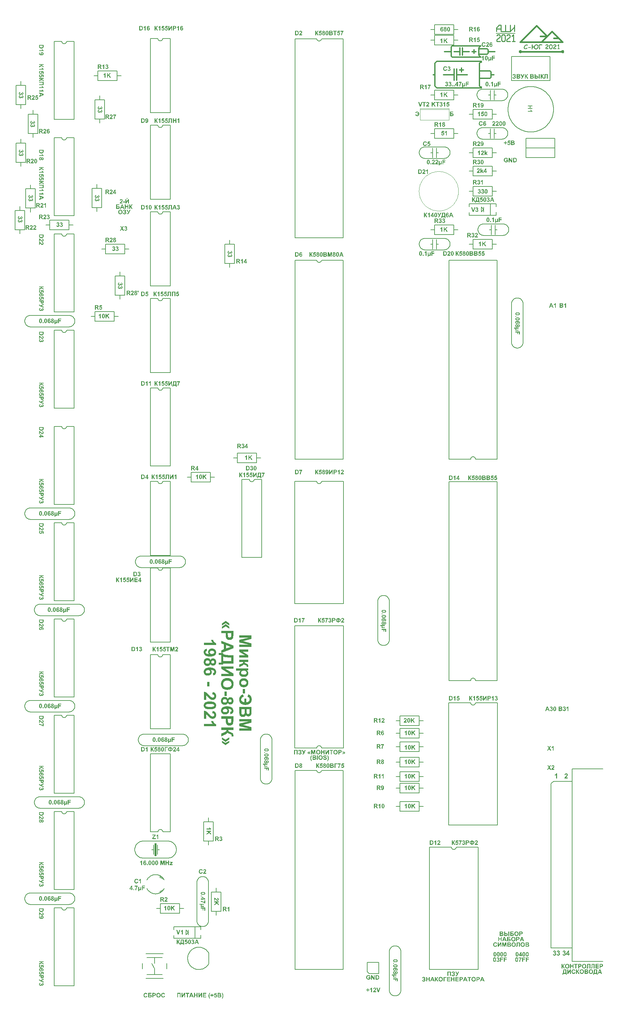
<source format=gto>
G04 Layer_Color=16777215*
%FSLAX25Y25*%
%MOIN*%
G70*
G01*
G75*
%ADD10C,0.01575*%
%ADD15C,0.00984*%
%ADD16C,0.00787*%
%ADD17C,0.01000*%
%ADD44C,0.00394*%
%ADD45C,0.01181*%
%ADD46C,0.00591*%
%ADD47R,0.01968X0.13780*%
G36*
X475293Y-243103D02*
X475116D01*
X475064Y-243110D01*
X475004D01*
X474867Y-243136D01*
X474801Y-243149D01*
X474749Y-243176D01*
X474742D01*
X474729Y-243189D01*
X474703Y-243202D01*
X474670Y-243228D01*
X474637Y-243254D01*
X474604Y-243294D01*
X474565Y-243333D01*
X474532Y-243385D01*
X474526Y-243392D01*
X474519Y-243412D01*
X474499Y-243458D01*
X474473Y-243510D01*
X474440Y-243595D01*
X474401Y-243694D01*
X474375Y-243753D01*
X474348Y-243825D01*
X474322Y-243897D01*
X474296Y-243976D01*
X474289Y-243989D01*
X474283Y-244015D01*
X474263Y-244061D01*
X474243Y-244114D01*
X474211Y-244173D01*
X474185Y-244238D01*
X474152Y-244304D01*
X474112Y-244369D01*
X474106Y-244376D01*
X474093Y-244396D01*
X474073Y-244428D01*
X474034Y-244468D01*
X473988Y-244514D01*
X473929Y-244560D01*
X473856Y-244612D01*
X473771Y-244665D01*
X473778D01*
X473784Y-244671D01*
X473824Y-244684D01*
X473876Y-244711D01*
X473948Y-244743D01*
X474027Y-244789D01*
X474112Y-244855D01*
X474198Y-244927D01*
X474276Y-245019D01*
X474283Y-245032D01*
X474309Y-245065D01*
X474355Y-245124D01*
X474407Y-245209D01*
X474473Y-245314D01*
X474545Y-245445D01*
X474631Y-245590D01*
X474716Y-245760D01*
X475339Y-247000D01*
X474257D01*
X473712Y-245832D01*
Y-245826D01*
X473699Y-245813D01*
X473686Y-245780D01*
X473660Y-245734D01*
X473653Y-245727D01*
X473647Y-245714D01*
X473640Y-245695D01*
X473620Y-245668D01*
X473601Y-245636D01*
X473574Y-245583D01*
X473542Y-245524D01*
Y-245517D01*
X473535Y-245511D01*
X473515Y-245472D01*
X473483Y-245412D01*
X473443Y-245347D01*
X473397Y-245275D01*
X473351Y-245203D01*
X473305Y-245144D01*
X473259Y-245104D01*
X473253Y-245098D01*
X473240Y-245091D01*
X473214Y-245078D01*
X473174Y-245058D01*
X473128Y-245045D01*
X473069Y-245032D01*
X472997Y-245019D01*
X472918Y-245012D01*
Y-247000D01*
X472000D01*
Y-242460D01*
X472918D01*
Y-244396D01*
X472931D01*
X472964Y-244389D01*
X473017Y-244383D01*
X473082Y-244369D01*
X473148Y-244350D01*
X473220Y-244323D01*
X473279Y-244284D01*
X473325Y-244245D01*
X473332Y-244238D01*
X473345Y-244212D01*
X473371Y-244173D01*
X473391Y-244140D01*
X473410Y-244107D01*
X473430Y-244061D01*
X473456Y-244015D01*
X473483Y-243956D01*
X473515Y-243891D01*
X473548Y-243812D01*
X473588Y-243727D01*
X473627Y-243635D01*
X473666Y-243530D01*
X473673Y-243523D01*
X473679Y-243497D01*
X473693Y-243458D01*
X473712Y-243412D01*
X473738Y-243353D01*
X473771Y-243287D01*
X473843Y-243136D01*
X473929Y-242985D01*
X474027Y-242834D01*
X474080Y-242762D01*
X474132Y-242703D01*
X474185Y-242651D01*
X474237Y-242611D01*
X474243D01*
X474250Y-242605D01*
X474270Y-242592D01*
X474289Y-242585D01*
X474322Y-242572D01*
X474362Y-242552D01*
X474407Y-242539D01*
X474460Y-242519D01*
X474519Y-242506D01*
X474585Y-242493D01*
X474663Y-242474D01*
X474742Y-242460D01*
X474834Y-242447D01*
X474932Y-242441D01*
X475037Y-242434D01*
X475227D01*
X475260Y-242428D01*
X475293D01*
Y-243103D01*
D02*
G37*
G36*
X43540Y-138666D02*
Y-138673D01*
Y-138692D01*
Y-138719D01*
Y-138758D01*
Y-138811D01*
X43533Y-138863D01*
X43526Y-138988D01*
X43520Y-139125D01*
X43500Y-139270D01*
X43481Y-139408D01*
X43448Y-139532D01*
Y-139539D01*
X43441Y-139552D01*
X43435Y-139571D01*
X43428Y-139598D01*
X43395Y-139676D01*
X43349Y-139768D01*
X43290Y-139873D01*
X43218Y-139991D01*
X43133Y-140103D01*
X43028Y-140214D01*
Y-140221D01*
X43015Y-140227D01*
X42975Y-140260D01*
X42910Y-140313D01*
X42825Y-140372D01*
X42720Y-140444D01*
X42595Y-140516D01*
X42451Y-140588D01*
X42293Y-140647D01*
X42287D01*
X42273Y-140654D01*
X42247Y-140661D01*
X42214Y-140674D01*
X42175Y-140680D01*
X42123Y-140693D01*
X42064Y-140706D01*
X41998Y-140726D01*
X41926Y-140739D01*
X41840Y-140752D01*
X41755Y-140765D01*
X41657Y-140772D01*
X41453Y-140792D01*
X41224Y-140798D01*
X41132D01*
X41080Y-140792D01*
X41027D01*
X40961Y-140785D01*
X40889Y-140779D01*
X40738Y-140765D01*
X40581Y-140739D01*
X40417Y-140700D01*
X40260Y-140654D01*
X40253D01*
X40240Y-140647D01*
X40214Y-140634D01*
X40174Y-140621D01*
X40135Y-140608D01*
X40089Y-140582D01*
X39971Y-140529D01*
X39846Y-140464D01*
X39709Y-140378D01*
X39577Y-140280D01*
X39453Y-140168D01*
X39439Y-140155D01*
X39413Y-140123D01*
X39374Y-140070D01*
X39321Y-139998D01*
X39262Y-139906D01*
X39203Y-139801D01*
X39144Y-139670D01*
X39092Y-139526D01*
Y-139519D01*
X39085Y-139513D01*
Y-139493D01*
X39079Y-139473D01*
X39066Y-139401D01*
X39046Y-139309D01*
X39026Y-139198D01*
X39013Y-139060D01*
X39007Y-138896D01*
X39000Y-138719D01*
Y-137000D01*
X43540D01*
Y-138666D01*
D02*
G37*
G36*
X42418Y-141618D02*
X42424Y-141625D01*
X42431Y-141645D01*
X42437Y-141671D01*
X42470Y-141736D01*
X42510Y-141828D01*
X42562Y-141940D01*
X42634Y-142064D01*
X42726Y-142202D01*
X42831Y-142346D01*
X42838Y-142353D01*
X42844Y-142366D01*
X42864Y-142386D01*
X42890Y-142412D01*
X42956Y-142484D01*
X43041Y-142563D01*
X43146Y-142655D01*
X43277Y-142747D01*
X43415Y-142832D01*
X43566Y-142897D01*
Y-143606D01*
X39000D01*
Y-142733D01*
X42287D01*
X42280Y-142727D01*
X42267Y-142714D01*
X42247Y-142687D01*
X42214Y-142648D01*
X42175Y-142602D01*
X42136Y-142550D01*
X42090Y-142484D01*
X42037Y-142412D01*
X41985Y-142333D01*
X41932Y-142248D01*
X41873Y-142156D01*
X41821Y-142058D01*
X41722Y-141848D01*
X41631Y-141612D01*
X42418D01*
Y-141618D01*
D02*
G37*
G36*
X43540Y-186226D02*
Y-187197D01*
X39000Y-189020D01*
Y-188030D01*
X40030Y-187636D01*
Y-185812D01*
X39000Y-185438D01*
Y-184467D01*
X43540Y-186226D01*
D02*
G37*
G36*
X498273Y-243333D02*
X496626D01*
X496489Y-244107D01*
X496495D01*
X496502Y-244100D01*
X496541Y-244081D01*
X496600Y-244061D01*
X496672Y-244028D01*
X496764Y-244002D01*
X496862Y-243982D01*
X496974Y-243963D01*
X497085Y-243956D01*
X497145D01*
X497184Y-243963D01*
X497230Y-243969D01*
X497289Y-243976D01*
X497354Y-243989D01*
X497427Y-244009D01*
X497577Y-244061D01*
X497663Y-244094D01*
X497741Y-244133D01*
X497827Y-244186D01*
X497912Y-244245D01*
X497991Y-244310D01*
X498069Y-244383D01*
X498076Y-244389D01*
X498089Y-244402D01*
X498109Y-244428D01*
X498135Y-244461D01*
X498161Y-244501D01*
X498201Y-244553D01*
X498233Y-244612D01*
X498273Y-244678D01*
X498312Y-244750D01*
X498345Y-244835D01*
X498384Y-244927D01*
X498411Y-245019D01*
X498437Y-245124D01*
X498456Y-245235D01*
X498470Y-245353D01*
X498476Y-245478D01*
Y-245485D01*
Y-245504D01*
Y-245531D01*
X498470Y-245570D01*
Y-245622D01*
X498456Y-245681D01*
X498450Y-245747D01*
X498437Y-245813D01*
X498397Y-245970D01*
X498338Y-246141D01*
X498299Y-246233D01*
X498260Y-246318D01*
X498207Y-246403D01*
X498148Y-246488D01*
X498142Y-246495D01*
X498129Y-246515D01*
X498102Y-246541D01*
X498069Y-246580D01*
X498024Y-246626D01*
X497964Y-246679D01*
X497899Y-246731D01*
X497827Y-246783D01*
X497741Y-246843D01*
X497650Y-246895D01*
X497551Y-246948D01*
X497440Y-246993D01*
X497322Y-247033D01*
X497197Y-247059D01*
X497059Y-247079D01*
X496915Y-247085D01*
X496856D01*
X496810Y-247079D01*
X496757Y-247072D01*
X496692Y-247066D01*
X496626Y-247059D01*
X496548Y-247046D01*
X496390Y-247007D01*
X496213Y-246941D01*
X496128Y-246908D01*
X496042Y-246862D01*
X495964Y-246810D01*
X495885Y-246751D01*
X495878Y-246744D01*
X495865Y-246738D01*
X495846Y-246718D01*
X495819Y-246692D01*
X495793Y-246652D01*
X495754Y-246613D01*
X495721Y-246567D01*
X495682Y-246515D01*
X495636Y-246449D01*
X495596Y-246383D01*
X495524Y-246226D01*
X495459Y-246049D01*
X495439Y-245950D01*
X495419Y-245845D01*
X496285Y-245754D01*
Y-245767D01*
X496292Y-245799D01*
X496305Y-245859D01*
X496324Y-245924D01*
X496351Y-245996D01*
X496390Y-246075D01*
X496443Y-246147D01*
X496502Y-246219D01*
X496508Y-246226D01*
X496534Y-246246D01*
X496574Y-246272D01*
X496626Y-246305D01*
X496685Y-246337D01*
X496757Y-246364D01*
X496843Y-246383D01*
X496928Y-246390D01*
X496941D01*
X496974Y-246383D01*
X497026Y-246377D01*
X497092Y-246364D01*
X497164Y-246337D01*
X497243Y-246298D01*
X497322Y-246239D01*
X497394Y-246167D01*
X497400Y-246154D01*
X497427Y-246128D01*
X497453Y-246075D01*
X497492Y-245996D01*
X497525Y-245904D01*
X497558Y-245793D01*
X497577Y-245655D01*
X497584Y-245498D01*
Y-245491D01*
Y-245478D01*
Y-245458D01*
Y-245426D01*
X497577Y-245353D01*
X497558Y-245262D01*
X497538Y-245157D01*
X497505Y-245052D01*
X497459Y-244953D01*
X497394Y-244868D01*
X497387Y-244861D01*
X497361Y-244835D01*
X497315Y-244802D01*
X497263Y-244757D01*
X497190Y-244717D01*
X497105Y-244684D01*
X497007Y-244658D01*
X496902Y-244652D01*
X496862D01*
X496836Y-244658D01*
X496771Y-244671D01*
X496679Y-244691D01*
X496574Y-244730D01*
X496462Y-244789D01*
X496403Y-244829D01*
X496344Y-244875D01*
X496285Y-244927D01*
X496226Y-244986D01*
X495524Y-244888D01*
X495970Y-242519D01*
X498273D01*
Y-243333D01*
D02*
G37*
G36*
X501802D02*
X500155D01*
X500018Y-244107D01*
X500024D01*
X500031Y-244100D01*
X500070Y-244081D01*
X500129Y-244061D01*
X500201Y-244028D01*
X500293Y-244002D01*
X500392Y-243982D01*
X500503Y-243963D01*
X500615Y-243956D01*
X500674D01*
X500713Y-243963D01*
X500759Y-243969D01*
X500818Y-243976D01*
X500884Y-243989D01*
X500956Y-244009D01*
X501107Y-244061D01*
X501192Y-244094D01*
X501271Y-244133D01*
X501356Y-244186D01*
X501441Y-244245D01*
X501520Y-244310D01*
X501599Y-244383D01*
X501605Y-244389D01*
X501618Y-244402D01*
X501638Y-244428D01*
X501664Y-244461D01*
X501691Y-244501D01*
X501730Y-244553D01*
X501763Y-244612D01*
X501802Y-244678D01*
X501841Y-244750D01*
X501874Y-244835D01*
X501914Y-244927D01*
X501940Y-245019D01*
X501966Y-245124D01*
X501986Y-245235D01*
X501999Y-245353D01*
X502005Y-245478D01*
Y-245485D01*
Y-245504D01*
Y-245531D01*
X501999Y-245570D01*
Y-245622D01*
X501986Y-245681D01*
X501979Y-245747D01*
X501966Y-245813D01*
X501927Y-245970D01*
X501868Y-246141D01*
X501828Y-246233D01*
X501789Y-246318D01*
X501736Y-246403D01*
X501677Y-246488D01*
X501671Y-246495D01*
X501658Y-246515D01*
X501631Y-246541D01*
X501599Y-246580D01*
X501553Y-246626D01*
X501494Y-246679D01*
X501428Y-246731D01*
X501356Y-246783D01*
X501271Y-246843D01*
X501179Y-246895D01*
X501081Y-246948D01*
X500969Y-246993D01*
X500851Y-247033D01*
X500726Y-247059D01*
X500589Y-247079D01*
X500444Y-247085D01*
X500385D01*
X500339Y-247079D01*
X500287Y-247072D01*
X500221Y-247066D01*
X500155Y-247059D01*
X500077Y-247046D01*
X499919Y-247007D01*
X499742Y-246941D01*
X499657Y-246908D01*
X499572Y-246862D01*
X499493Y-246810D01*
X499414Y-246751D01*
X499408Y-246744D01*
X499395Y-246738D01*
X499375Y-246718D01*
X499349Y-246692D01*
X499322Y-246652D01*
X499283Y-246613D01*
X499250Y-246567D01*
X499211Y-246515D01*
X499165Y-246449D01*
X499126Y-246383D01*
X499053Y-246226D01*
X498988Y-246049D01*
X498968Y-245950D01*
X498948Y-245845D01*
X499814Y-245754D01*
Y-245767D01*
X499821Y-245799D01*
X499834Y-245859D01*
X499854Y-245924D01*
X499880Y-245996D01*
X499919Y-246075D01*
X499972Y-246147D01*
X500031Y-246219D01*
X500037Y-246226D01*
X500064Y-246246D01*
X500103Y-246272D01*
X500155Y-246305D01*
X500215Y-246337D01*
X500287Y-246364D01*
X500372Y-246383D01*
X500457Y-246390D01*
X500470D01*
X500503Y-246383D01*
X500556Y-246377D01*
X500621Y-246364D01*
X500693Y-246337D01*
X500772Y-246298D01*
X500851Y-246239D01*
X500923Y-246167D01*
X500930Y-246154D01*
X500956Y-246128D01*
X500982Y-246075D01*
X501021Y-245996D01*
X501054Y-245904D01*
X501087Y-245793D01*
X501107Y-245655D01*
X501113Y-245498D01*
Y-245491D01*
Y-245478D01*
Y-245458D01*
Y-245426D01*
X501107Y-245353D01*
X501087Y-245262D01*
X501067Y-245157D01*
X501035Y-245052D01*
X500989Y-244953D01*
X500923Y-244868D01*
X500916Y-244861D01*
X500890Y-244835D01*
X500844Y-244802D01*
X500792Y-244757D01*
X500720Y-244717D01*
X500634Y-244684D01*
X500536Y-244658D01*
X500431Y-244652D01*
X500392D01*
X500365Y-244658D01*
X500300Y-244671D01*
X500208Y-244691D01*
X500103Y-244730D01*
X499992Y-244789D01*
X499932Y-244829D01*
X499873Y-244875D01*
X499814Y-244927D01*
X499755Y-244986D01*
X499053Y-244888D01*
X499500Y-242519D01*
X501802D01*
Y-243333D01*
D02*
G37*
G36*
X42418Y-181443D02*
X42424Y-181450D01*
X42431Y-181470D01*
X42437Y-181496D01*
X42470Y-181561D01*
X42510Y-181653D01*
X42562Y-181765D01*
X42634Y-181889D01*
X42726Y-182027D01*
X42831Y-182171D01*
X42838Y-182178D01*
X42844Y-182191D01*
X42864Y-182211D01*
X42890Y-182237D01*
X42956Y-182309D01*
X43041Y-182388D01*
X43146Y-182480D01*
X43277Y-182572D01*
X43415Y-182657D01*
X43566Y-182723D01*
Y-183431D01*
X39000D01*
Y-182559D01*
X42287D01*
X42280Y-182552D01*
X42267Y-182539D01*
X42247Y-182513D01*
X42214Y-182473D01*
X42175Y-182427D01*
X42136Y-182375D01*
X42090Y-182309D01*
X42037Y-182237D01*
X41985Y-182158D01*
X41932Y-182073D01*
X41873Y-181981D01*
X41821Y-181883D01*
X41722Y-181673D01*
X41631Y-181437D01*
X42418D01*
Y-181443D01*
D02*
G37*
G36*
X493758Y-475441D02*
X493817Y-475447D01*
X493876Y-475454D01*
X493948Y-475460D01*
X494020Y-475474D01*
X494184Y-475513D01*
X494355Y-475572D01*
X494433Y-475611D01*
X494519Y-475657D01*
X494591Y-475710D01*
X494663Y-475769D01*
X494669Y-475775D01*
X494676Y-475782D01*
X494696Y-475802D01*
X494722Y-475828D01*
X494748Y-475861D01*
X494774Y-475900D01*
X494847Y-475998D01*
X494912Y-476123D01*
X494965Y-476261D01*
X495011Y-476425D01*
X495017Y-476517D01*
X495024Y-476609D01*
Y-476615D01*
Y-476622D01*
Y-476661D01*
X495017Y-476720D01*
X495004Y-476799D01*
X494984Y-476884D01*
X494951Y-476976D01*
X494912Y-477074D01*
X494853Y-477173D01*
X494847Y-477186D01*
X494820Y-477212D01*
X494788Y-477258D01*
X494735Y-477310D01*
X494669Y-477376D01*
X494591Y-477435D01*
X494499Y-477494D01*
X494394Y-477547D01*
X494401D01*
X494414Y-477553D01*
X494433Y-477560D01*
X494459Y-477573D01*
X494525Y-477612D01*
X494610Y-477665D01*
X494702Y-477724D01*
X494801Y-477802D01*
X494893Y-477894D01*
X494971Y-477999D01*
X494978Y-478012D01*
X495004Y-478052D01*
X495037Y-478111D01*
X495070Y-478189D01*
X495109Y-478288D01*
X495135Y-478406D01*
X495161Y-478531D01*
X495168Y-478668D01*
Y-478675D01*
Y-478695D01*
Y-478727D01*
X495161Y-478773D01*
X495155Y-478826D01*
X495148Y-478891D01*
X495135Y-478957D01*
X495116Y-479029D01*
X495070Y-479193D01*
X495037Y-479278D01*
X494997Y-479364D01*
X494951Y-479449D01*
X494893Y-479534D01*
X494833Y-479613D01*
X494761Y-479692D01*
X494755Y-479698D01*
X494742Y-479711D01*
X494722Y-479731D01*
X494689Y-479751D01*
X494650Y-479783D01*
X494597Y-479816D01*
X494545Y-479849D01*
X494479Y-479888D01*
X494407Y-479928D01*
X494322Y-479961D01*
X494237Y-479993D01*
X494145Y-480026D01*
X494040Y-480046D01*
X493928Y-480066D01*
X493817Y-480079D01*
X493692Y-480085D01*
X493633D01*
X493587Y-480079D01*
X493535Y-480072D01*
X493475Y-480066D01*
X493410Y-480059D01*
X493331Y-480046D01*
X493167Y-480007D01*
X492997Y-479948D01*
X492911Y-479915D01*
X492826Y-479869D01*
X492741Y-479823D01*
X492662Y-479764D01*
X492656Y-479757D01*
X492642Y-479744D01*
X492616Y-479725D01*
X492583Y-479692D01*
X492551Y-479652D01*
X492511Y-479606D01*
X492465Y-479547D01*
X492419Y-479488D01*
X492373Y-479416D01*
X492327Y-479337D01*
X492288Y-479252D01*
X492255Y-479154D01*
X492223Y-479055D01*
X492196Y-478944D01*
X492183Y-478832D01*
X492177Y-478708D01*
Y-478701D01*
Y-478688D01*
Y-478668D01*
Y-478642D01*
X492183Y-478570D01*
X492196Y-478485D01*
X492223Y-478380D01*
X492249Y-478262D01*
X492295Y-478144D01*
X492354Y-478025D01*
Y-478019D01*
X492360Y-478012D01*
X492387Y-477973D01*
X492432Y-477920D01*
X492498Y-477848D01*
X492577Y-477770D01*
X492675Y-477691D01*
X492793Y-477619D01*
X492931Y-477547D01*
X492924D01*
X492918Y-477540D01*
X492879Y-477520D01*
X492819Y-477488D01*
X492747Y-477448D01*
X492662Y-477389D01*
X492583Y-477323D01*
X492505Y-477245D01*
X492439Y-477160D01*
X492432Y-477146D01*
X492413Y-477114D01*
X492393Y-477068D01*
X492367Y-476996D01*
X492334Y-476917D01*
X492314Y-476818D01*
X492295Y-476720D01*
X492288Y-476609D01*
Y-476602D01*
Y-476589D01*
Y-476563D01*
X492295Y-476523D01*
X492301Y-476484D01*
X492308Y-476431D01*
X492334Y-476313D01*
X492373Y-476182D01*
X492439Y-476038D01*
X492478Y-475972D01*
X492524Y-475900D01*
X492583Y-475834D01*
X492642Y-475769D01*
X492649Y-475762D01*
X492662Y-475756D01*
X492682Y-475736D01*
X492708Y-475716D01*
X492747Y-475690D01*
X492787Y-475664D01*
X492839Y-475631D01*
X492905Y-475598D01*
X492970Y-475572D01*
X493043Y-475539D01*
X493128Y-475513D01*
X493220Y-475487D01*
X493318Y-475467D01*
X493423Y-475447D01*
X493535Y-475441D01*
X493653Y-475434D01*
X493718D01*
X493758Y-475441D01*
D02*
G37*
G36*
X497300D02*
X497353Y-475447D01*
X497418Y-475460D01*
X497484Y-475474D01*
X497562Y-475493D01*
X497648Y-475520D01*
X497726Y-475552D01*
X497812Y-475585D01*
X497897Y-475631D01*
X497982Y-475690D01*
X498068Y-475749D01*
X498146Y-475821D01*
X498218Y-475907D01*
X498225Y-475913D01*
X498238Y-475933D01*
X498258Y-475966D01*
X498291Y-476012D01*
X498323Y-476077D01*
X498363Y-476156D01*
X498402Y-476241D01*
X498441Y-476353D01*
X498481Y-476471D01*
X498527Y-476609D01*
X498560Y-476759D01*
X498592Y-476930D01*
X498625Y-477114D01*
X498645Y-477310D01*
X498658Y-477527D01*
X498665Y-477763D01*
Y-477770D01*
Y-477776D01*
Y-477796D01*
Y-477822D01*
Y-477888D01*
X498658Y-477973D01*
X498651Y-478078D01*
X498638Y-478203D01*
X498625Y-478334D01*
X498612Y-478478D01*
X498586Y-478629D01*
X498553Y-478786D01*
X498520Y-478937D01*
X498474Y-479088D01*
X498428Y-479239D01*
X498363Y-479377D01*
X498297Y-479508D01*
X498218Y-479620D01*
X498212Y-479626D01*
X498199Y-479639D01*
X498179Y-479665D01*
X498153Y-479692D01*
X498113Y-479725D01*
X498068Y-479764D01*
X498008Y-479810D01*
X497949Y-479849D01*
X497877Y-479895D01*
X497805Y-479941D01*
X497720Y-479980D01*
X497628Y-480013D01*
X497530Y-480039D01*
X497418Y-480066D01*
X497307Y-480079D01*
X497189Y-480085D01*
X497162D01*
X497123Y-480079D01*
X497077D01*
X497024Y-480072D01*
X496959Y-480059D01*
X496887Y-480046D01*
X496808Y-480020D01*
X496723Y-479993D01*
X496637Y-479961D01*
X496546Y-479921D01*
X496460Y-479869D01*
X496369Y-479816D01*
X496283Y-479744D01*
X496198Y-479672D01*
X496119Y-479580D01*
X496113Y-479574D01*
X496100Y-479554D01*
X496080Y-479521D01*
X496060Y-479482D01*
X496027Y-479423D01*
X495995Y-479351D01*
X495955Y-479259D01*
X495922Y-479160D01*
X495883Y-479042D01*
X495844Y-478911D01*
X495811Y-478760D01*
X495785Y-478596D01*
X495758Y-478412D01*
X495739Y-478209D01*
X495726Y-477993D01*
X495719Y-477757D01*
Y-477750D01*
Y-477743D01*
Y-477724D01*
Y-477697D01*
Y-477632D01*
X495726Y-477547D01*
X495732Y-477442D01*
X495745Y-477317D01*
X495758Y-477186D01*
X495772Y-477041D01*
X495798Y-476891D01*
X495824Y-476740D01*
X495863Y-476582D01*
X495903Y-476431D01*
X495955Y-476287D01*
X496014Y-476149D01*
X496080Y-476018D01*
X496159Y-475907D01*
X496165Y-475900D01*
X496178Y-475887D01*
X496198Y-475861D01*
X496231Y-475834D01*
X496264Y-475795D01*
X496309Y-475756D01*
X496369Y-475716D01*
X496427Y-475670D01*
X496500Y-475625D01*
X496572Y-475585D01*
X496657Y-475546D01*
X496749Y-475506D01*
X496847Y-475480D01*
X496959Y-475454D01*
X497070Y-475441D01*
X497189Y-475434D01*
X497254D01*
X497300Y-475441D01*
D02*
G37*
G36*
X501557Y-475467D02*
X501689Y-475474D01*
X501820Y-475480D01*
X501944Y-475493D01*
X502056Y-475506D01*
X502069D01*
X502102Y-475513D01*
X502148Y-475526D01*
X502213Y-475546D01*
X502286Y-475572D01*
X502364Y-475605D01*
X502450Y-475644D01*
X502528Y-475697D01*
X502535Y-475703D01*
X502561Y-475723D01*
X502600Y-475756D01*
X502653Y-475795D01*
X502705Y-475854D01*
X502765Y-475920D01*
X502823Y-475992D01*
X502876Y-476077D01*
X502883Y-476090D01*
X502896Y-476117D01*
X502922Y-476169D01*
X502948Y-476235D01*
X502974Y-476313D01*
X503001Y-476399D01*
X503014Y-476504D01*
X503020Y-476609D01*
Y-476615D01*
Y-476622D01*
Y-476661D01*
X503014Y-476720D01*
X503001Y-476799D01*
X502974Y-476891D01*
X502948Y-476989D01*
X502902Y-477087D01*
X502843Y-477192D01*
X502837Y-477205D01*
X502810Y-477238D01*
X502771Y-477284D01*
X502725Y-477343D01*
X502660Y-477402D01*
X502581Y-477474D01*
X502489Y-477533D01*
X502384Y-477593D01*
X502391D01*
X502404Y-477599D01*
X502423Y-477606D01*
X502450Y-477612D01*
X502528Y-477645D01*
X502620Y-477691D01*
X502719Y-477743D01*
X502830Y-477815D01*
X502928Y-477901D01*
X503020Y-478006D01*
X503027Y-478019D01*
X503053Y-478058D01*
X503092Y-478117D01*
X503132Y-478196D01*
X503171Y-478301D01*
X503211Y-478412D01*
X503237Y-478544D01*
X503243Y-478688D01*
Y-478695D01*
Y-478701D01*
Y-478741D01*
X503237Y-478799D01*
X503224Y-478878D01*
X503211Y-478970D01*
X503184Y-479075D01*
X503145Y-479180D01*
X503099Y-479291D01*
X503092Y-479305D01*
X503073Y-479337D01*
X503040Y-479390D01*
X502994Y-479456D01*
X502942Y-479534D01*
X502869Y-479606D01*
X502797Y-479685D01*
X502705Y-479757D01*
X502692Y-479764D01*
X502660Y-479783D01*
X502607Y-479816D01*
X502535Y-479849D01*
X502443Y-479888D01*
X502338Y-479921D01*
X502220Y-479954D01*
X502089Y-479974D01*
X502063D01*
X502036Y-479980D01*
X501971D01*
X501925Y-479987D01*
X501800D01*
X501721Y-479993D01*
X501525D01*
X501413Y-480000D01*
X499445D01*
Y-475460D01*
X501439D01*
X501557Y-475467D01*
D02*
G37*
G36*
X40430Y-144905D02*
X40515Y-144918D01*
X40620Y-144944D01*
X40738Y-144970D01*
X40857Y-145016D01*
X40975Y-145075D01*
X40981D01*
X40988Y-145082D01*
X41027Y-145108D01*
X41080Y-145154D01*
X41152Y-145220D01*
X41230Y-145298D01*
X41309Y-145397D01*
X41381Y-145515D01*
X41453Y-145653D01*
Y-145646D01*
X41460Y-145640D01*
X41480Y-145600D01*
X41513Y-145541D01*
X41552Y-145469D01*
X41611Y-145384D01*
X41677Y-145305D01*
X41755Y-145226D01*
X41840Y-145161D01*
X41854Y-145154D01*
X41886Y-145134D01*
X41932Y-145115D01*
X42004Y-145089D01*
X42083Y-145056D01*
X42182Y-145036D01*
X42280Y-145016D01*
X42391Y-145010D01*
X42437D01*
X42477Y-145016D01*
X42516Y-145023D01*
X42569Y-145029D01*
X42687Y-145056D01*
X42818Y-145095D01*
X42962Y-145161D01*
X43028Y-145200D01*
X43100Y-145246D01*
X43166Y-145305D01*
X43231Y-145364D01*
X43238Y-145371D01*
X43244Y-145384D01*
X43264Y-145403D01*
X43284Y-145430D01*
X43310Y-145469D01*
X43336Y-145508D01*
X43369Y-145561D01*
X43402Y-145626D01*
X43428Y-145692D01*
X43461Y-145764D01*
X43487Y-145849D01*
X43513Y-145941D01*
X43533Y-146040D01*
X43553Y-146145D01*
X43559Y-146256D01*
X43566Y-146374D01*
Y-146381D01*
Y-146400D01*
Y-146440D01*
X43559Y-146479D01*
X43553Y-146538D01*
X43546Y-146597D01*
X43540Y-146669D01*
X43526Y-146742D01*
X43487Y-146906D01*
X43428Y-147076D01*
X43389Y-147155D01*
X43343Y-147240D01*
X43290Y-147312D01*
X43231Y-147385D01*
X43225Y-147391D01*
X43218Y-147398D01*
X43198Y-147417D01*
X43172Y-147443D01*
X43139Y-147470D01*
X43100Y-147496D01*
X43002Y-147568D01*
X42877Y-147634D01*
X42739Y-147686D01*
X42575Y-147732D01*
X42483Y-147739D01*
X42391Y-147745D01*
X42339D01*
X42280Y-147739D01*
X42201Y-147726D01*
X42116Y-147706D01*
X42024Y-147673D01*
X41926Y-147634D01*
X41827Y-147575D01*
X41814Y-147568D01*
X41788Y-147542D01*
X41742Y-147509D01*
X41690Y-147457D01*
X41624Y-147391D01*
X41565Y-147312D01*
X41506Y-147221D01*
X41453Y-147116D01*
Y-147122D01*
X41447Y-147135D01*
X41440Y-147155D01*
X41427Y-147181D01*
X41388Y-147247D01*
X41335Y-147332D01*
X41276Y-147424D01*
X41198Y-147522D01*
X41106Y-147614D01*
X41001Y-147693D01*
X40988Y-147699D01*
X40948Y-147726D01*
X40889Y-147758D01*
X40811Y-147791D01*
X40712Y-147831D01*
X40594Y-147857D01*
X40469Y-147883D01*
X40332Y-147890D01*
X40273D01*
X40227Y-147883D01*
X40174Y-147877D01*
X40109Y-147870D01*
X40043Y-147857D01*
X39971Y-147837D01*
X39807Y-147791D01*
X39722Y-147758D01*
X39636Y-147719D01*
X39551Y-147673D01*
X39466Y-147614D01*
X39387Y-147555D01*
X39308Y-147483D01*
X39302Y-147476D01*
X39289Y-147463D01*
X39269Y-147443D01*
X39249Y-147411D01*
X39217Y-147371D01*
X39184Y-147319D01*
X39151Y-147266D01*
X39112Y-147201D01*
X39072Y-147129D01*
X39039Y-147043D01*
X39007Y-146958D01*
X38974Y-146866D01*
X38954Y-146761D01*
X38934Y-146650D01*
X38921Y-146538D01*
X38915Y-146414D01*
Y-146407D01*
Y-146387D01*
Y-146355D01*
X38921Y-146309D01*
X38928Y-146256D01*
X38934Y-146197D01*
X38941Y-146132D01*
X38954Y-146053D01*
X38993Y-145889D01*
X39053Y-145718D01*
X39085Y-145633D01*
X39131Y-145548D01*
X39177Y-145462D01*
X39236Y-145384D01*
X39243Y-145377D01*
X39256Y-145364D01*
X39276Y-145338D01*
X39308Y-145305D01*
X39348Y-145272D01*
X39394Y-145233D01*
X39453Y-145187D01*
X39512Y-145141D01*
X39584Y-145095D01*
X39663Y-145049D01*
X39748Y-145010D01*
X39846Y-144977D01*
X39945Y-144944D01*
X40056Y-144918D01*
X40168Y-144905D01*
X40292Y-144898D01*
X40358D01*
X40430Y-144905D01*
D02*
G37*
G36*
X466863Y-475467D02*
X466988Y-475474D01*
X467125Y-475480D01*
X467270Y-475500D01*
X467408Y-475520D01*
X467532Y-475552D01*
X467539D01*
X467552Y-475559D01*
X467571Y-475565D01*
X467598Y-475572D01*
X467676Y-475605D01*
X467768Y-475651D01*
X467873Y-475710D01*
X467991Y-475782D01*
X468103Y-475867D01*
X468214Y-475972D01*
X468221D01*
X468227Y-475985D01*
X468260Y-476025D01*
X468313Y-476090D01*
X468372Y-476175D01*
X468444Y-476280D01*
X468516Y-476405D01*
X468588Y-476549D01*
X468647Y-476707D01*
Y-476713D01*
X468654Y-476727D01*
X468660Y-476753D01*
X468674Y-476786D01*
X468680Y-476825D01*
X468693Y-476877D01*
X468706Y-476936D01*
X468726Y-477002D01*
X468739Y-477074D01*
X468752Y-477160D01*
X468765Y-477245D01*
X468772Y-477343D01*
X468792Y-477547D01*
X468798Y-477776D01*
Y-477783D01*
Y-477802D01*
Y-477829D01*
Y-477868D01*
X468792Y-477920D01*
Y-477973D01*
X468785Y-478039D01*
X468779Y-478111D01*
X468765Y-478262D01*
X468739Y-478419D01*
X468700Y-478583D01*
X468654Y-478741D01*
Y-478747D01*
X468647Y-478760D01*
X468634Y-478786D01*
X468621Y-478826D01*
X468608Y-478865D01*
X468582Y-478911D01*
X468529Y-479029D01*
X468464Y-479154D01*
X468378Y-479291D01*
X468280Y-479423D01*
X468168Y-479547D01*
X468155Y-479561D01*
X468123Y-479587D01*
X468070Y-479626D01*
X467998Y-479679D01*
X467906Y-479738D01*
X467801Y-479797D01*
X467670Y-479856D01*
X467526Y-479908D01*
X467519D01*
X467513Y-479915D01*
X467493D01*
X467473Y-479921D01*
X467401Y-479934D01*
X467309Y-479954D01*
X467198Y-479974D01*
X467060Y-479987D01*
X466896Y-479993D01*
X466719Y-480000D01*
X465000D01*
Y-475460D01*
X466811D01*
X466863Y-475467D01*
D02*
G37*
G36*
X471606Y-480000D02*
X470733D01*
Y-476713D01*
X470727Y-476720D01*
X470714Y-476733D01*
X470687Y-476753D01*
X470648Y-476786D01*
X470602Y-476825D01*
X470550Y-476864D01*
X470484Y-476910D01*
X470412Y-476963D01*
X470333Y-477015D01*
X470248Y-477068D01*
X470156Y-477127D01*
X470058Y-477179D01*
X469848Y-477278D01*
X469612Y-477369D01*
Y-476582D01*
X469618D01*
X469625Y-476576D01*
X469644Y-476569D01*
X469671Y-476563D01*
X469736Y-476530D01*
X469828Y-476490D01*
X469940Y-476438D01*
X470064Y-476366D01*
X470202Y-476274D01*
X470346Y-476169D01*
X470353Y-476162D01*
X470366Y-476156D01*
X470386Y-476136D01*
X470412Y-476110D01*
X470484Y-476044D01*
X470563Y-475959D01*
X470655Y-475854D01*
X470747Y-475723D01*
X470832Y-475585D01*
X470897Y-475434D01*
X471606D01*
Y-480000D01*
D02*
G37*
G36*
X475463Y-478327D02*
X476027D01*
Y-479088D01*
X475463D01*
Y-480000D01*
X474623D01*
Y-479088D01*
X472760D01*
Y-478334D01*
X474728Y-475441D01*
X475463D01*
Y-478327D01*
D02*
G37*
G36*
X468492Y-242441D02*
X468545Y-242447D01*
X468610Y-242460D01*
X468676Y-242474D01*
X468755Y-242493D01*
X468840Y-242519D01*
X468919Y-242552D01*
X469004Y-242585D01*
X469089Y-242631D01*
X469175Y-242690D01*
X469260Y-242749D01*
X469339Y-242821D01*
X469411Y-242907D01*
X469417Y-242913D01*
X469430Y-242933D01*
X469450Y-242966D01*
X469483Y-243011D01*
X469516Y-243077D01*
X469555Y-243156D01*
X469594Y-243241D01*
X469634Y-243353D01*
X469673Y-243471D01*
X469719Y-243608D01*
X469752Y-243759D01*
X469785Y-243930D01*
X469817Y-244114D01*
X469837Y-244310D01*
X469850Y-244527D01*
X469857Y-244763D01*
Y-244770D01*
Y-244776D01*
Y-244796D01*
Y-244822D01*
Y-244888D01*
X469850Y-244973D01*
X469844Y-245078D01*
X469831Y-245203D01*
X469817Y-245334D01*
X469804Y-245478D01*
X469778Y-245629D01*
X469745Y-245786D01*
X469712Y-245937D01*
X469667Y-246088D01*
X469621Y-246239D01*
X469555Y-246377D01*
X469489Y-246508D01*
X469411Y-246620D01*
X469404Y-246626D01*
X469391Y-246639D01*
X469371Y-246665D01*
X469345Y-246692D01*
X469306Y-246725D01*
X469260Y-246764D01*
X469201Y-246810D01*
X469142Y-246849D01*
X469070Y-246895D01*
X468997Y-246941D01*
X468912Y-246980D01*
X468820Y-247013D01*
X468722Y-247039D01*
X468610Y-247066D01*
X468499Y-247079D01*
X468381Y-247085D01*
X468355D01*
X468315Y-247079D01*
X468269D01*
X468217Y-247072D01*
X468151Y-247059D01*
X468079Y-247046D01*
X468000Y-247020D01*
X467915Y-246993D01*
X467830Y-246961D01*
X467738Y-246921D01*
X467653Y-246869D01*
X467561Y-246816D01*
X467476Y-246744D01*
X467390Y-246672D01*
X467311Y-246580D01*
X467305Y-246574D01*
X467292Y-246554D01*
X467272Y-246521D01*
X467252Y-246482D01*
X467220Y-246423D01*
X467187Y-246351D01*
X467147Y-246259D01*
X467115Y-246160D01*
X467075Y-246042D01*
X467036Y-245911D01*
X467003Y-245760D01*
X466977Y-245596D01*
X466951Y-245412D01*
X466931Y-245209D01*
X466918Y-244993D01*
X466911Y-244757D01*
Y-244750D01*
Y-244743D01*
Y-244724D01*
Y-244697D01*
Y-244632D01*
X466918Y-244547D01*
X466924Y-244442D01*
X466938Y-244317D01*
X466951Y-244186D01*
X466964Y-244041D01*
X466990Y-243891D01*
X467016Y-243740D01*
X467056Y-243582D01*
X467095Y-243431D01*
X467147Y-243287D01*
X467207Y-243149D01*
X467272Y-243018D01*
X467351Y-242907D01*
X467357Y-242900D01*
X467371Y-242887D01*
X467390Y-242861D01*
X467423Y-242834D01*
X467456Y-242795D01*
X467502Y-242756D01*
X467561Y-242716D01*
X467620Y-242670D01*
X467692Y-242624D01*
X467764Y-242585D01*
X467849Y-242546D01*
X467941Y-242506D01*
X468040Y-242480D01*
X468151Y-242454D01*
X468263Y-242441D01*
X468381Y-242434D01*
X468446D01*
X468492Y-242441D01*
D02*
G37*
G36*
X460863Y-242467D02*
X460988Y-242474D01*
X461125Y-242480D01*
X461270Y-242500D01*
X461408Y-242519D01*
X461532Y-242552D01*
X461539D01*
X461552Y-242559D01*
X461572Y-242565D01*
X461598Y-242572D01*
X461677Y-242605D01*
X461768Y-242651D01*
X461873Y-242710D01*
X461991Y-242782D01*
X462103Y-242867D01*
X462214Y-242972D01*
X462221D01*
X462227Y-242985D01*
X462260Y-243025D01*
X462313Y-243090D01*
X462372Y-243176D01*
X462444Y-243281D01*
X462516Y-243405D01*
X462588Y-243549D01*
X462647Y-243707D01*
Y-243713D01*
X462654Y-243727D01*
X462661Y-243753D01*
X462674Y-243786D01*
X462680Y-243825D01*
X462693Y-243877D01*
X462706Y-243936D01*
X462726Y-244002D01*
X462739Y-244074D01*
X462752Y-244160D01*
X462765Y-244245D01*
X462772Y-244343D01*
X462792Y-244547D01*
X462798Y-244776D01*
Y-244783D01*
Y-244802D01*
Y-244829D01*
Y-244868D01*
X462792Y-244920D01*
Y-244973D01*
X462785Y-245039D01*
X462779Y-245111D01*
X462765Y-245262D01*
X462739Y-245419D01*
X462700Y-245583D01*
X462654Y-245741D01*
Y-245747D01*
X462647Y-245760D01*
X462634Y-245786D01*
X462621Y-245826D01*
X462608Y-245865D01*
X462582Y-245911D01*
X462529Y-246029D01*
X462464Y-246154D01*
X462378Y-246291D01*
X462280Y-246423D01*
X462169Y-246547D01*
X462155Y-246561D01*
X462123Y-246587D01*
X462070Y-246626D01*
X461998Y-246679D01*
X461906Y-246738D01*
X461801Y-246797D01*
X461670Y-246856D01*
X461526Y-246908D01*
X461519D01*
X461513Y-246915D01*
X461493D01*
X461473Y-246921D01*
X461401Y-246934D01*
X461309Y-246954D01*
X461198Y-246974D01*
X461060Y-246987D01*
X460896Y-246993D01*
X460719Y-247000D01*
X459000D01*
Y-242460D01*
X460811D01*
X460863Y-242467D01*
D02*
G37*
G36*
X464989Y-242441D02*
X465048Y-242447D01*
X465114Y-242454D01*
X465186Y-242467D01*
X465265Y-242480D01*
X465435Y-242526D01*
X465606Y-242592D01*
X465698Y-242631D01*
X465776Y-242677D01*
X465862Y-242736D01*
X465934Y-242802D01*
X465941Y-242808D01*
X465954Y-242815D01*
X465967Y-242841D01*
X465993Y-242867D01*
X466026Y-242900D01*
X466059Y-242946D01*
X466091Y-242992D01*
X466131Y-243051D01*
X466196Y-243182D01*
X466262Y-243333D01*
X466288Y-243418D01*
X466301Y-243510D01*
X466314Y-243608D01*
X466321Y-243707D01*
Y-243720D01*
Y-243759D01*
X466314Y-243818D01*
X466308Y-243891D01*
X466295Y-243982D01*
X466275Y-244081D01*
X466249Y-244186D01*
X466209Y-244291D01*
X466203Y-244304D01*
X466190Y-244337D01*
X466163Y-244396D01*
X466124Y-244468D01*
X466078Y-244553D01*
X466019Y-244652D01*
X465947Y-244757D01*
X465862Y-244868D01*
X465855Y-244875D01*
X465829Y-244907D01*
X465790Y-244953D01*
X465731Y-245019D01*
X465652Y-245098D01*
X465553Y-245203D01*
X465435Y-245314D01*
X465291Y-245452D01*
X465284Y-245458D01*
X465271Y-245465D01*
X465252Y-245485D01*
X465225Y-245511D01*
X465153Y-245577D01*
X465068Y-245655D01*
X464983Y-245741D01*
X464897Y-245826D01*
X464819Y-245898D01*
X464792Y-245931D01*
X464766Y-245957D01*
X464760Y-245964D01*
X464747Y-245977D01*
X464727Y-246003D01*
X464701Y-246036D01*
X464642Y-246108D01*
X464589Y-246193D01*
X466321D01*
Y-247000D01*
X463271D01*
Y-246993D01*
Y-246980D01*
X463277Y-246954D01*
X463284Y-246921D01*
X463290Y-246882D01*
X463297Y-246836D01*
X463323Y-246718D01*
X463362Y-246587D01*
X463415Y-246442D01*
X463481Y-246285D01*
X463566Y-246134D01*
Y-246128D01*
X463579Y-246114D01*
X463592Y-246088D01*
X463618Y-246062D01*
X463645Y-246016D01*
X463684Y-245970D01*
X463730Y-245911D01*
X463782Y-245845D01*
X463841Y-245767D01*
X463913Y-245688D01*
X463992Y-245596D01*
X464084Y-245498D01*
X464182Y-245399D01*
X464294Y-245288D01*
X464412Y-245170D01*
X464543Y-245045D01*
X464550Y-245039D01*
X464569Y-245019D01*
X464596Y-244993D01*
X464635Y-244953D01*
X464687Y-244914D01*
X464740Y-244861D01*
X464858Y-244743D01*
X464976Y-244619D01*
X465094Y-244494D01*
X465147Y-244442D01*
X465199Y-244383D01*
X465239Y-244337D01*
X465265Y-244297D01*
X465271Y-244284D01*
X465291Y-244251D01*
X465324Y-244199D01*
X465357Y-244127D01*
X465389Y-244048D01*
X465422Y-243956D01*
X465442Y-243864D01*
X465449Y-243766D01*
Y-243759D01*
Y-243753D01*
Y-243720D01*
X465442Y-243661D01*
X465429Y-243595D01*
X465409Y-243523D01*
X465383Y-243451D01*
X465344Y-243379D01*
X465291Y-243313D01*
X465284Y-243307D01*
X465265Y-243287D01*
X465225Y-243261D01*
X465179Y-243235D01*
X465114Y-243208D01*
X465042Y-243182D01*
X464957Y-243162D01*
X464858Y-243156D01*
X464812D01*
X464760Y-243162D01*
X464701Y-243176D01*
X464629Y-243195D01*
X464556Y-243228D01*
X464484Y-243267D01*
X464419Y-243320D01*
X464412Y-243326D01*
X464392Y-243353D01*
X464366Y-243392D01*
X464340Y-243451D01*
X464307Y-243523D01*
X464281Y-243622D01*
X464255Y-243733D01*
X464241Y-243864D01*
X463376Y-243779D01*
Y-243773D01*
X463382Y-243746D01*
Y-243713D01*
X463395Y-243661D01*
X463402Y-243602D01*
X463421Y-243536D01*
X463441Y-243464D01*
X463461Y-243379D01*
X463526Y-243215D01*
X463605Y-243044D01*
X463658Y-242959D01*
X463717Y-242880D01*
X463782Y-242815D01*
X463854Y-242749D01*
X463861Y-242743D01*
X463874Y-242736D01*
X463894Y-242723D01*
X463927Y-242697D01*
X463966Y-242677D01*
X464018Y-242651D01*
X464071Y-242618D01*
X464137Y-242592D01*
X464209Y-242559D01*
X464287Y-242533D01*
X464458Y-242480D01*
X464661Y-242447D01*
X464766Y-242441D01*
X464878Y-242434D01*
X464943D01*
X464989Y-242441D01*
D02*
G37*
G36*
X43540Y-170377D02*
X41604D01*
Y-170383D01*
Y-170390D01*
X41611Y-170423D01*
X41617Y-170475D01*
X41631Y-170541D01*
X41650Y-170606D01*
X41677Y-170678D01*
X41716Y-170737D01*
X41755Y-170783D01*
X41762Y-170790D01*
X41788Y-170803D01*
X41827Y-170829D01*
X41860Y-170849D01*
X41893Y-170869D01*
X41939Y-170888D01*
X41985Y-170915D01*
X42044Y-170941D01*
X42109Y-170974D01*
X42188Y-171006D01*
X42273Y-171046D01*
X42365Y-171085D01*
X42470Y-171124D01*
X42477Y-171131D01*
X42503Y-171138D01*
X42542Y-171151D01*
X42588Y-171170D01*
X42647Y-171197D01*
X42713Y-171229D01*
X42864Y-171302D01*
X43015Y-171387D01*
X43166Y-171485D01*
X43238Y-171538D01*
X43297Y-171590D01*
X43349Y-171643D01*
X43389Y-171695D01*
Y-171702D01*
X43395Y-171708D01*
X43408Y-171728D01*
X43415Y-171748D01*
X43428Y-171781D01*
X43448Y-171820D01*
X43461Y-171866D01*
X43481Y-171918D01*
X43494Y-171977D01*
X43507Y-172043D01*
X43526Y-172122D01*
X43540Y-172200D01*
X43553Y-172292D01*
X43559Y-172391D01*
X43566Y-172495D01*
Y-172614D01*
Y-172620D01*
Y-172646D01*
Y-172686D01*
X43572Y-172719D01*
Y-172751D01*
X42897D01*
Y-172620D01*
Y-172607D01*
Y-172574D01*
X42890Y-172522D01*
Y-172463D01*
X42864Y-172325D01*
X42851Y-172259D01*
X42825Y-172207D01*
Y-172200D01*
X42811Y-172187D01*
X42798Y-172161D01*
X42772Y-172128D01*
X42746Y-172095D01*
X42706Y-172063D01*
X42667Y-172023D01*
X42615Y-171990D01*
X42608Y-171984D01*
X42588Y-171977D01*
X42542Y-171958D01*
X42490Y-171931D01*
X42405Y-171899D01*
X42306Y-171859D01*
X42247Y-171833D01*
X42175Y-171807D01*
X42103Y-171781D01*
X42024Y-171754D01*
X42011Y-171748D01*
X41985Y-171741D01*
X41939Y-171721D01*
X41886Y-171702D01*
X41827Y-171669D01*
X41762Y-171643D01*
X41696Y-171610D01*
X41631Y-171571D01*
X41624Y-171564D01*
X41604Y-171551D01*
X41572Y-171531D01*
X41532Y-171492D01*
X41486Y-171446D01*
X41440Y-171387D01*
X41388Y-171315D01*
X41335Y-171229D01*
Y-171236D01*
X41329Y-171243D01*
X41316Y-171282D01*
X41289Y-171334D01*
X41257Y-171407D01*
X41211Y-171485D01*
X41145Y-171571D01*
X41073Y-171656D01*
X40981Y-171735D01*
X40968Y-171741D01*
X40935Y-171767D01*
X40876Y-171813D01*
X40791Y-171866D01*
X40686Y-171931D01*
X40555Y-172003D01*
X40410Y-172089D01*
X40240Y-172174D01*
X39000Y-172797D01*
Y-171715D01*
X40168Y-171170D01*
X40174D01*
X40187Y-171157D01*
X40220Y-171144D01*
X40266Y-171118D01*
X40273Y-171111D01*
X40286Y-171105D01*
X40305Y-171098D01*
X40332Y-171079D01*
X40365Y-171059D01*
X40417Y-171033D01*
X40476Y-171000D01*
X40483D01*
X40489Y-170993D01*
X40529Y-170974D01*
X40587Y-170941D01*
X40653Y-170901D01*
X40725Y-170855D01*
X40797Y-170810D01*
X40857Y-170764D01*
X40896Y-170718D01*
X40902Y-170711D01*
X40909Y-170698D01*
X40922Y-170672D01*
X40942Y-170633D01*
X40955Y-170587D01*
X40968Y-170528D01*
X40981Y-170455D01*
X40988Y-170377D01*
X39000D01*
Y-169458D01*
X43540D01*
Y-170377D01*
D02*
G37*
G36*
X40246Y-163069D02*
X40233D01*
X40200Y-163075D01*
X40141Y-163089D01*
X40076Y-163108D01*
X40004Y-163134D01*
X39925Y-163174D01*
X39853Y-163226D01*
X39781Y-163285D01*
X39774Y-163292D01*
X39754Y-163318D01*
X39728Y-163357D01*
X39695Y-163410D01*
X39663Y-163469D01*
X39636Y-163541D01*
X39617Y-163626D01*
X39610Y-163712D01*
Y-163725D01*
X39617Y-163758D01*
X39623Y-163810D01*
X39636Y-163876D01*
X39663Y-163948D01*
X39702Y-164027D01*
X39761Y-164105D01*
X39833Y-164177D01*
X39846Y-164184D01*
X39873Y-164210D01*
X39925Y-164236D01*
X40004Y-164276D01*
X40095Y-164309D01*
X40207Y-164341D01*
X40345Y-164361D01*
X40502Y-164368D01*
X40574D01*
X40647Y-164361D01*
X40738Y-164341D01*
X40843Y-164322D01*
X40948Y-164289D01*
X41047Y-164243D01*
X41132Y-164177D01*
X41139Y-164171D01*
X41165Y-164145D01*
X41198Y-164099D01*
X41243Y-164046D01*
X41283Y-163974D01*
X41316Y-163889D01*
X41342Y-163790D01*
X41348Y-163685D01*
Y-163679D01*
Y-163666D01*
Y-163646D01*
X41342Y-163620D01*
X41329Y-163554D01*
X41309Y-163462D01*
X41270Y-163357D01*
X41211Y-163246D01*
X41171Y-163187D01*
X41125Y-163128D01*
X41073Y-163069D01*
X41014Y-163010D01*
X41112Y-162308D01*
X43481Y-162754D01*
Y-165057D01*
X42667D01*
Y-163410D01*
X41893Y-163272D01*
Y-163279D01*
X41899Y-163285D01*
X41919Y-163325D01*
X41939Y-163384D01*
X41972Y-163456D01*
X41998Y-163548D01*
X42018Y-163646D01*
X42037Y-163758D01*
X42044Y-163869D01*
Y-163876D01*
Y-163895D01*
Y-163928D01*
X42037Y-163968D01*
X42031Y-164013D01*
X42024Y-164073D01*
X42011Y-164138D01*
X41991Y-164210D01*
X41939Y-164361D01*
X41906Y-164446D01*
X41867Y-164525D01*
X41814Y-164610D01*
X41755Y-164696D01*
X41690Y-164774D01*
X41617Y-164853D01*
X41611Y-164860D01*
X41598Y-164873D01*
X41572Y-164892D01*
X41539Y-164919D01*
X41499Y-164945D01*
X41447Y-164984D01*
X41388Y-165017D01*
X41322Y-165057D01*
X41250Y-165096D01*
X41165Y-165129D01*
X41073Y-165168D01*
X40981Y-165194D01*
X40876Y-165220D01*
X40765Y-165240D01*
X40647Y-165253D01*
X40522Y-165260D01*
X40469D01*
X40430Y-165253D01*
X40378D01*
X40319Y-165240D01*
X40253Y-165234D01*
X40187Y-165220D01*
X40030Y-165181D01*
X39859Y-165122D01*
X39768Y-165083D01*
X39682Y-165043D01*
X39597Y-164991D01*
X39512Y-164932D01*
X39505Y-164925D01*
X39485Y-164912D01*
X39459Y-164886D01*
X39420Y-164853D01*
X39374Y-164807D01*
X39321Y-164748D01*
X39269Y-164683D01*
X39217Y-164610D01*
X39157Y-164525D01*
X39105Y-164433D01*
X39053Y-164335D01*
X39007Y-164223D01*
X38967Y-164105D01*
X38941Y-163981D01*
X38921Y-163843D01*
X38915Y-163699D01*
Y-163692D01*
Y-163672D01*
Y-163639D01*
X38921Y-163594D01*
X38928Y-163541D01*
X38934Y-163476D01*
X38941Y-163410D01*
X38954Y-163331D01*
X38993Y-163174D01*
X39059Y-162997D01*
X39092Y-162911D01*
X39138Y-162826D01*
X39190Y-162747D01*
X39249Y-162669D01*
X39256Y-162662D01*
X39262Y-162649D01*
X39282Y-162629D01*
X39308Y-162603D01*
X39348Y-162577D01*
X39387Y-162537D01*
X39433Y-162505D01*
X39485Y-162465D01*
X39551Y-162419D01*
X39617Y-162380D01*
X39774Y-162308D01*
X39951Y-162242D01*
X40050Y-162223D01*
X40155Y-162203D01*
X40246Y-163069D01*
D02*
G37*
G36*
Y-166598D02*
X40233D01*
X40200Y-166605D01*
X40141Y-166618D01*
X40076Y-166637D01*
X40004Y-166664D01*
X39925Y-166703D01*
X39853Y-166755D01*
X39781Y-166815D01*
X39774Y-166821D01*
X39754Y-166847D01*
X39728Y-166887D01*
X39695Y-166939D01*
X39663Y-166998D01*
X39636Y-167070D01*
X39617Y-167156D01*
X39610Y-167241D01*
Y-167254D01*
X39617Y-167287D01*
X39623Y-167339D01*
X39636Y-167405D01*
X39663Y-167477D01*
X39702Y-167556D01*
X39761Y-167635D01*
X39833Y-167707D01*
X39846Y-167713D01*
X39873Y-167739D01*
X39925Y-167766D01*
X40004Y-167805D01*
X40095Y-167838D01*
X40207Y-167871D01*
X40345Y-167890D01*
X40502Y-167897D01*
X40574D01*
X40647Y-167890D01*
X40738Y-167871D01*
X40843Y-167851D01*
X40948Y-167818D01*
X41047Y-167772D01*
X41132Y-167707D01*
X41139Y-167700D01*
X41165Y-167674D01*
X41198Y-167628D01*
X41243Y-167576D01*
X41283Y-167503D01*
X41316Y-167418D01*
X41342Y-167320D01*
X41348Y-167215D01*
Y-167208D01*
Y-167195D01*
Y-167175D01*
X41342Y-167149D01*
X41329Y-167084D01*
X41309Y-166992D01*
X41270Y-166887D01*
X41211Y-166775D01*
X41171Y-166716D01*
X41125Y-166657D01*
X41073Y-166598D01*
X41014Y-166539D01*
X41112Y-165837D01*
X43481Y-166283D01*
Y-168586D01*
X42667D01*
Y-166939D01*
X41893Y-166801D01*
Y-166808D01*
X41899Y-166815D01*
X41919Y-166854D01*
X41939Y-166913D01*
X41972Y-166985D01*
X41998Y-167077D01*
X42018Y-167175D01*
X42037Y-167287D01*
X42044Y-167398D01*
Y-167405D01*
Y-167425D01*
Y-167457D01*
X42037Y-167497D01*
X42031Y-167543D01*
X42024Y-167602D01*
X42011Y-167667D01*
X41991Y-167739D01*
X41939Y-167890D01*
X41906Y-167976D01*
X41867Y-168054D01*
X41814Y-168140D01*
X41755Y-168225D01*
X41690Y-168304D01*
X41617Y-168382D01*
X41611Y-168389D01*
X41598Y-168402D01*
X41572Y-168422D01*
X41539Y-168448D01*
X41499Y-168474D01*
X41447Y-168514D01*
X41388Y-168546D01*
X41322Y-168586D01*
X41250Y-168625D01*
X41165Y-168658D01*
X41073Y-168697D01*
X40981Y-168723D01*
X40876Y-168750D01*
X40765Y-168769D01*
X40647Y-168783D01*
X40522Y-168789D01*
X40469D01*
X40430Y-168783D01*
X40378D01*
X40319Y-168769D01*
X40253Y-168763D01*
X40187Y-168750D01*
X40030Y-168710D01*
X39859Y-168651D01*
X39768Y-168612D01*
X39682Y-168573D01*
X39597Y-168520D01*
X39512Y-168461D01*
X39505Y-168455D01*
X39485Y-168441D01*
X39459Y-168415D01*
X39420Y-168382D01*
X39374Y-168336D01*
X39321Y-168277D01*
X39269Y-168212D01*
X39217Y-168140D01*
X39157Y-168054D01*
X39105Y-167963D01*
X39053Y-167864D01*
X39007Y-167753D01*
X38967Y-167635D01*
X38941Y-167510D01*
X38921Y-167372D01*
X38915Y-167228D01*
Y-167221D01*
Y-167202D01*
Y-167169D01*
X38921Y-167123D01*
X38928Y-167070D01*
X38934Y-167005D01*
X38941Y-166939D01*
X38954Y-166860D01*
X38993Y-166703D01*
X39059Y-166526D01*
X39092Y-166441D01*
X39138Y-166355D01*
X39190Y-166277D01*
X39249Y-166198D01*
X39256Y-166191D01*
X39262Y-166178D01*
X39282Y-166159D01*
X39308Y-166132D01*
X39348Y-166106D01*
X39387Y-166067D01*
X39433Y-166034D01*
X39485Y-165995D01*
X39551Y-165949D01*
X39617Y-165909D01*
X39774Y-165837D01*
X39951Y-165771D01*
X40050Y-165752D01*
X40155Y-165732D01*
X40246Y-166598D01*
D02*
G37*
G36*
X329293Y-470103D02*
X329116D01*
X329064Y-470110D01*
X329005D01*
X328867Y-470136D01*
X328801Y-470149D01*
X328749Y-470176D01*
X328742D01*
X328729Y-470189D01*
X328703Y-470202D01*
X328670Y-470228D01*
X328637Y-470254D01*
X328604Y-470294D01*
X328565Y-470333D01*
X328532Y-470385D01*
X328526Y-470392D01*
X328519Y-470412D01*
X328499Y-470458D01*
X328473Y-470510D01*
X328440Y-470595D01*
X328401Y-470694D01*
X328375Y-470753D01*
X328348Y-470825D01*
X328322Y-470897D01*
X328296Y-470976D01*
X328289Y-470989D01*
X328283Y-471015D01*
X328263Y-471061D01*
X328243Y-471114D01*
X328211Y-471173D01*
X328185Y-471238D01*
X328152Y-471304D01*
X328112Y-471369D01*
X328106Y-471376D01*
X328093Y-471396D01*
X328073Y-471428D01*
X328034Y-471468D01*
X327988Y-471514D01*
X327929Y-471560D01*
X327856Y-471612D01*
X327771Y-471665D01*
X327778D01*
X327784Y-471671D01*
X327824Y-471684D01*
X327876Y-471711D01*
X327948Y-471743D01*
X328027Y-471789D01*
X328112Y-471855D01*
X328198Y-471927D01*
X328276Y-472019D01*
X328283Y-472032D01*
X328309Y-472065D01*
X328355Y-472124D01*
X328408Y-472209D01*
X328473Y-472314D01*
X328545Y-472445D01*
X328631Y-472590D01*
X328716Y-472760D01*
X329339Y-474000D01*
X328257D01*
X327712Y-472832D01*
Y-472826D01*
X327699Y-472813D01*
X327686Y-472780D01*
X327660Y-472734D01*
X327653Y-472727D01*
X327647Y-472714D01*
X327640Y-472695D01*
X327620Y-472668D01*
X327601Y-472636D01*
X327574Y-472583D01*
X327542Y-472524D01*
Y-472517D01*
X327535Y-472511D01*
X327515Y-472472D01*
X327483Y-472412D01*
X327443Y-472347D01*
X327397Y-472275D01*
X327351Y-472203D01*
X327305Y-472144D01*
X327259Y-472104D01*
X327253Y-472098D01*
X327240Y-472091D01*
X327214Y-472078D01*
X327174Y-472058D01*
X327128Y-472045D01*
X327069Y-472032D01*
X326997Y-472019D01*
X326918Y-472012D01*
Y-474000D01*
X326000D01*
Y-469460D01*
X326918D01*
Y-471396D01*
X326932D01*
X326964Y-471389D01*
X327017Y-471383D01*
X327082Y-471369D01*
X327148Y-471350D01*
X327220Y-471323D01*
X327279Y-471284D01*
X327325Y-471245D01*
X327332Y-471238D01*
X327345Y-471212D01*
X327371Y-471173D01*
X327391Y-471140D01*
X327410Y-471107D01*
X327430Y-471061D01*
X327456Y-471015D01*
X327483Y-470956D01*
X327515Y-470891D01*
X327548Y-470812D01*
X327588Y-470727D01*
X327627Y-470635D01*
X327666Y-470530D01*
X327673Y-470523D01*
X327679Y-470497D01*
X327693Y-470458D01*
X327712Y-470412D01*
X327738Y-470353D01*
X327771Y-470287D01*
X327843Y-470136D01*
X327929Y-469985D01*
X328027Y-469834D01*
X328080Y-469762D01*
X328132Y-469703D01*
X328185Y-469651D01*
X328237Y-469611D01*
X328243D01*
X328250Y-469605D01*
X328270Y-469592D01*
X328289Y-469585D01*
X328322Y-469572D01*
X328362Y-469552D01*
X328408Y-469539D01*
X328460Y-469520D01*
X328519Y-469506D01*
X328585Y-469493D01*
X328663Y-469474D01*
X328742Y-469460D01*
X328834Y-469447D01*
X328932Y-469441D01*
X329037Y-469434D01*
X329227D01*
X329260Y-469428D01*
X329293D01*
Y-470103D01*
D02*
G37*
G36*
X488557Y-242467D02*
X488689Y-242474D01*
X488820Y-242480D01*
X488944Y-242493D01*
X489056Y-242506D01*
X489069D01*
X489102Y-242513D01*
X489148Y-242526D01*
X489213Y-242546D01*
X489286Y-242572D01*
X489364Y-242605D01*
X489450Y-242644D01*
X489528Y-242697D01*
X489535Y-242703D01*
X489561Y-242723D01*
X489601Y-242756D01*
X489653Y-242795D01*
X489705Y-242854D01*
X489764Y-242920D01*
X489823Y-242992D01*
X489876Y-243077D01*
X489883Y-243090D01*
X489896Y-243116D01*
X489922Y-243169D01*
X489948Y-243235D01*
X489974Y-243313D01*
X490001Y-243399D01*
X490014Y-243503D01*
X490020Y-243608D01*
Y-243615D01*
Y-243622D01*
Y-243661D01*
X490014Y-243720D01*
X490001Y-243799D01*
X489974Y-243891D01*
X489948Y-243989D01*
X489902Y-244087D01*
X489843Y-244192D01*
X489837Y-244205D01*
X489810Y-244238D01*
X489771Y-244284D01*
X489725Y-244343D01*
X489660Y-244402D01*
X489581Y-244474D01*
X489489Y-244533D01*
X489384Y-244592D01*
X489391D01*
X489404Y-244599D01*
X489423Y-244606D01*
X489450Y-244612D01*
X489528Y-244645D01*
X489620Y-244691D01*
X489719Y-244743D01*
X489830Y-244815D01*
X489928Y-244901D01*
X490020Y-245006D01*
X490027Y-245019D01*
X490053Y-245058D01*
X490093Y-245117D01*
X490132Y-245196D01*
X490171Y-245301D01*
X490211Y-245412D01*
X490237Y-245544D01*
X490243Y-245688D01*
Y-245695D01*
Y-245701D01*
Y-245741D01*
X490237Y-245799D01*
X490224Y-245878D01*
X490211Y-245970D01*
X490184Y-246075D01*
X490145Y-246180D01*
X490099Y-246291D01*
X490093Y-246305D01*
X490073Y-246337D01*
X490040Y-246390D01*
X489994Y-246456D01*
X489942Y-246534D01*
X489869Y-246606D01*
X489797Y-246685D01*
X489705Y-246757D01*
X489692Y-246764D01*
X489660Y-246783D01*
X489607Y-246816D01*
X489535Y-246849D01*
X489443Y-246888D01*
X489338Y-246921D01*
X489220Y-246954D01*
X489089Y-246974D01*
X489063D01*
X489036Y-246980D01*
X488971D01*
X488925Y-246987D01*
X488800D01*
X488721Y-246993D01*
X488525D01*
X488413Y-247000D01*
X486445D01*
Y-242460D01*
X488439D01*
X488557Y-242467D01*
D02*
G37*
G36*
X493136D02*
X493267Y-242474D01*
X493399Y-242480D01*
X493523Y-242493D01*
X493635Y-242506D01*
X493648D01*
X493681Y-242513D01*
X493727Y-242526D01*
X493792Y-242546D01*
X493864Y-242572D01*
X493943Y-242605D01*
X494029Y-242644D01*
X494107Y-242697D01*
X494114Y-242703D01*
X494140Y-242723D01*
X494179Y-242756D01*
X494232Y-242795D01*
X494284Y-242854D01*
X494343Y-242920D01*
X494402Y-242992D01*
X494455Y-243077D01*
X494461Y-243090D01*
X494475Y-243116D01*
X494501Y-243169D01*
X494527Y-243235D01*
X494553Y-243313D01*
X494580Y-243399D01*
X494593Y-243503D01*
X494599Y-243608D01*
Y-243615D01*
Y-243622D01*
Y-243661D01*
X494593Y-243720D01*
X494580Y-243799D01*
X494553Y-243891D01*
X494527Y-243989D01*
X494481Y-244087D01*
X494422Y-244192D01*
X494416Y-244205D01*
X494389Y-244238D01*
X494350Y-244284D01*
X494304Y-244343D01*
X494238Y-244402D01*
X494160Y-244474D01*
X494068Y-244533D01*
X493963Y-244592D01*
X493969D01*
X493983Y-244599D01*
X494002Y-244606D01*
X494029Y-244612D01*
X494107Y-244645D01*
X494199Y-244691D01*
X494297Y-244743D01*
X494409Y-244815D01*
X494507Y-244901D01*
X494599Y-245006D01*
X494606Y-245019D01*
X494632Y-245058D01*
X494671Y-245117D01*
X494711Y-245196D01*
X494750Y-245301D01*
X494789Y-245412D01*
X494816Y-245544D01*
X494822Y-245688D01*
Y-245695D01*
Y-245701D01*
Y-245741D01*
X494816Y-245799D01*
X494803Y-245878D01*
X494789Y-245970D01*
X494763Y-246075D01*
X494724Y-246180D01*
X494678Y-246291D01*
X494671Y-246305D01*
X494652Y-246337D01*
X494619Y-246390D01*
X494573Y-246456D01*
X494521Y-246534D01*
X494448Y-246606D01*
X494376Y-246685D01*
X494284Y-246757D01*
X494271Y-246764D01*
X494238Y-246783D01*
X494186Y-246816D01*
X494114Y-246849D01*
X494022Y-246888D01*
X493917Y-246921D01*
X493799Y-246954D01*
X493668Y-246974D01*
X493641D01*
X493615Y-246980D01*
X493550D01*
X493504Y-246987D01*
X493379D01*
X493300Y-246993D01*
X493104D01*
X492992Y-247000D01*
X491024D01*
Y-242460D01*
X493018D01*
X493136Y-242467D01*
D02*
G37*
G36*
X478527Y-243333D02*
X476881D01*
X476743Y-244107D01*
X476749D01*
X476756Y-244100D01*
X476795Y-244081D01*
X476854Y-244061D01*
X476927Y-244028D01*
X477018Y-244002D01*
X477117Y-243982D01*
X477228Y-243963D01*
X477340Y-243956D01*
X477399D01*
X477438Y-243963D01*
X477484Y-243969D01*
X477543Y-243976D01*
X477609Y-243989D01*
X477681Y-244009D01*
X477832Y-244061D01*
X477917Y-244094D01*
X477996Y-244133D01*
X478081Y-244186D01*
X478166Y-244245D01*
X478245Y-244310D01*
X478324Y-244383D01*
X478330Y-244389D01*
X478343Y-244402D01*
X478363Y-244428D01*
X478389Y-244461D01*
X478416Y-244501D01*
X478455Y-244553D01*
X478488Y-244612D01*
X478527Y-244678D01*
X478567Y-244750D01*
X478599Y-244835D01*
X478639Y-244927D01*
X478665Y-245019D01*
X478691Y-245124D01*
X478711Y-245235D01*
X478724Y-245353D01*
X478731Y-245478D01*
Y-245485D01*
Y-245504D01*
Y-245531D01*
X478724Y-245570D01*
Y-245622D01*
X478711Y-245681D01*
X478704Y-245747D01*
X478691Y-245813D01*
X478652Y-245970D01*
X478593Y-246141D01*
X478553Y-246233D01*
X478514Y-246318D01*
X478462Y-246403D01*
X478403Y-246488D01*
X478396Y-246495D01*
X478383Y-246515D01*
X478357Y-246541D01*
X478324Y-246580D01*
X478278Y-246626D01*
X478219Y-246679D01*
X478153Y-246731D01*
X478081Y-246783D01*
X477996Y-246843D01*
X477904Y-246895D01*
X477806Y-246948D01*
X477694Y-246993D01*
X477576Y-247033D01*
X477451Y-247059D01*
X477314Y-247079D01*
X477169Y-247085D01*
X477110D01*
X477064Y-247079D01*
X477012Y-247072D01*
X476946Y-247066D01*
X476881Y-247059D01*
X476802Y-247046D01*
X476645Y-247007D01*
X476467Y-246941D01*
X476382Y-246908D01*
X476297Y-246862D01*
X476218Y-246810D01*
X476139Y-246751D01*
X476133Y-246744D01*
X476120Y-246738D01*
X476100Y-246718D01*
X476074Y-246692D01*
X476048Y-246652D01*
X476008Y-246613D01*
X475975Y-246567D01*
X475936Y-246515D01*
X475890Y-246449D01*
X475851Y-246383D01*
X475779Y-246226D01*
X475713Y-246049D01*
X475693Y-245950D01*
X475674Y-245845D01*
X476540Y-245754D01*
Y-245767D01*
X476546Y-245799D01*
X476559Y-245859D01*
X476579Y-245924D01*
X476605Y-245996D01*
X476645Y-246075D01*
X476697Y-246147D01*
X476756Y-246219D01*
X476763Y-246226D01*
X476789Y-246246D01*
X476828Y-246272D01*
X476881Y-246305D01*
X476940Y-246337D01*
X477012Y-246364D01*
X477097Y-246383D01*
X477182Y-246390D01*
X477196D01*
X477228Y-246383D01*
X477281Y-246377D01*
X477346Y-246364D01*
X477419Y-246337D01*
X477497Y-246298D01*
X477576Y-246239D01*
X477648Y-246167D01*
X477655Y-246154D01*
X477681Y-246128D01*
X477707Y-246075D01*
X477747Y-245996D01*
X477779Y-245904D01*
X477812Y-245793D01*
X477832Y-245655D01*
X477838Y-245498D01*
Y-245491D01*
Y-245478D01*
Y-245458D01*
Y-245426D01*
X477832Y-245353D01*
X477812Y-245262D01*
X477793Y-245157D01*
X477760Y-245052D01*
X477714Y-244953D01*
X477648Y-244868D01*
X477642Y-244861D01*
X477615Y-244835D01*
X477569Y-244802D01*
X477517Y-244757D01*
X477445Y-244717D01*
X477359Y-244684D01*
X477261Y-244658D01*
X477156Y-244652D01*
X477117D01*
X477091Y-244658D01*
X477025Y-244671D01*
X476933Y-244691D01*
X476828Y-244730D01*
X476717Y-244789D01*
X476658Y-244829D01*
X476599Y-244875D01*
X476540Y-244927D01*
X476480Y-244986D01*
X475779Y-244888D01*
X476225Y-242519D01*
X478527D01*
Y-243333D01*
D02*
G37*
G36*
X484300Y-242441D02*
X484352Y-242447D01*
X484418Y-242460D01*
X484484Y-242474D01*
X484562Y-242493D01*
X484648Y-242519D01*
X484726Y-242552D01*
X484812Y-242585D01*
X484897Y-242631D01*
X484982Y-242690D01*
X485068Y-242749D01*
X485146Y-242821D01*
X485218Y-242907D01*
X485225Y-242913D01*
X485238Y-242933D01*
X485258Y-242966D01*
X485291Y-243011D01*
X485323Y-243077D01*
X485363Y-243156D01*
X485402Y-243241D01*
X485441Y-243353D01*
X485481Y-243471D01*
X485527Y-243608D01*
X485560Y-243759D01*
X485592Y-243930D01*
X485625Y-244114D01*
X485645Y-244310D01*
X485658Y-244527D01*
X485665Y-244763D01*
Y-244770D01*
Y-244776D01*
Y-244796D01*
Y-244822D01*
Y-244888D01*
X485658Y-244973D01*
X485651Y-245078D01*
X485638Y-245203D01*
X485625Y-245334D01*
X485612Y-245478D01*
X485586Y-245629D01*
X485553Y-245786D01*
X485520Y-245937D01*
X485474Y-246088D01*
X485428Y-246239D01*
X485363Y-246377D01*
X485297Y-246508D01*
X485218Y-246620D01*
X485212Y-246626D01*
X485199Y-246639D01*
X485179Y-246665D01*
X485153Y-246692D01*
X485113Y-246725D01*
X485068Y-246764D01*
X485008Y-246810D01*
X484949Y-246849D01*
X484877Y-246895D01*
X484805Y-246941D01*
X484720Y-246980D01*
X484628Y-247013D01*
X484530Y-247039D01*
X484418Y-247066D01*
X484307Y-247079D01*
X484189Y-247085D01*
X484162D01*
X484123Y-247079D01*
X484077D01*
X484024Y-247072D01*
X483959Y-247059D01*
X483887Y-247046D01*
X483808Y-247020D01*
X483723Y-246993D01*
X483637Y-246961D01*
X483546Y-246921D01*
X483460Y-246869D01*
X483368Y-246816D01*
X483283Y-246744D01*
X483198Y-246672D01*
X483119Y-246580D01*
X483113Y-246574D01*
X483100Y-246554D01*
X483080Y-246521D01*
X483060Y-246482D01*
X483027Y-246423D01*
X482995Y-246351D01*
X482955Y-246259D01*
X482922Y-246160D01*
X482883Y-246042D01*
X482844Y-245911D01*
X482811Y-245760D01*
X482785Y-245596D01*
X482758Y-245412D01*
X482739Y-245209D01*
X482726Y-244993D01*
X482719Y-244757D01*
Y-244750D01*
Y-244743D01*
Y-244724D01*
Y-244697D01*
Y-244632D01*
X482726Y-244547D01*
X482732Y-244442D01*
X482745Y-244317D01*
X482758Y-244186D01*
X482771Y-244041D01*
X482798Y-243891D01*
X482824Y-243740D01*
X482863Y-243582D01*
X482903Y-243431D01*
X482955Y-243287D01*
X483014Y-243149D01*
X483080Y-243018D01*
X483159Y-242907D01*
X483165Y-242900D01*
X483178Y-242887D01*
X483198Y-242861D01*
X483231Y-242834D01*
X483263Y-242795D01*
X483309Y-242756D01*
X483368Y-242716D01*
X483427Y-242670D01*
X483500Y-242624D01*
X483572Y-242585D01*
X483657Y-242546D01*
X483749Y-242506D01*
X483847Y-242480D01*
X483959Y-242454D01*
X484070Y-242441D01*
X484189Y-242434D01*
X484254D01*
X484300Y-242441D01*
D02*
G37*
G36*
X43540Y-176943D02*
X39000D01*
Y-176025D01*
X42772D01*
Y-174234D01*
X39000D01*
Y-173316D01*
X43540D01*
Y-176943D01*
D02*
G37*
G36*
X42418Y-177914D02*
X42424Y-177921D01*
X42431Y-177940D01*
X42437Y-177967D01*
X42470Y-178032D01*
X42510Y-178124D01*
X42562Y-178235D01*
X42634Y-178360D01*
X42726Y-178498D01*
X42831Y-178642D01*
X42838Y-178649D01*
X42844Y-178662D01*
X42864Y-178682D01*
X42890Y-178708D01*
X42956Y-178780D01*
X43041Y-178859D01*
X43146Y-178951D01*
X43277Y-179042D01*
X43415Y-179128D01*
X43566Y-179193D01*
Y-179902D01*
X39000D01*
Y-179029D01*
X42287D01*
X42280Y-179023D01*
X42267Y-179010D01*
X42247Y-178983D01*
X42214Y-178944D01*
X42175Y-178898D01*
X42136Y-178846D01*
X42090Y-178780D01*
X42037Y-178708D01*
X41985Y-178629D01*
X41932Y-178544D01*
X41873Y-178452D01*
X41821Y-178354D01*
X41722Y-178144D01*
X41631Y-177908D01*
X42418D01*
Y-177914D01*
D02*
G37*
G36*
X480758Y-242441D02*
X480817Y-242447D01*
X480876Y-242454D01*
X480948Y-242460D01*
X481020Y-242474D01*
X481184Y-242513D01*
X481355Y-242572D01*
X481433Y-242611D01*
X481519Y-242657D01*
X481591Y-242710D01*
X481663Y-242769D01*
X481669Y-242775D01*
X481676Y-242782D01*
X481696Y-242802D01*
X481722Y-242828D01*
X481748Y-242861D01*
X481774Y-242900D01*
X481847Y-242998D01*
X481912Y-243123D01*
X481965Y-243261D01*
X482011Y-243425D01*
X482017Y-243517D01*
X482024Y-243608D01*
Y-243615D01*
Y-243622D01*
Y-243661D01*
X482017Y-243720D01*
X482004Y-243799D01*
X481984Y-243884D01*
X481952Y-243976D01*
X481912Y-244074D01*
X481853Y-244173D01*
X481847Y-244186D01*
X481820Y-244212D01*
X481787Y-244258D01*
X481735Y-244310D01*
X481669Y-244376D01*
X481591Y-244435D01*
X481499Y-244494D01*
X481394Y-244547D01*
X481400D01*
X481414Y-244553D01*
X481433Y-244560D01*
X481460Y-244573D01*
X481525Y-244612D01*
X481610Y-244665D01*
X481702Y-244724D01*
X481801Y-244802D01*
X481892Y-244894D01*
X481971Y-244999D01*
X481978Y-245012D01*
X482004Y-245052D01*
X482037Y-245111D01*
X482070Y-245189D01*
X482109Y-245288D01*
X482135Y-245406D01*
X482161Y-245531D01*
X482168Y-245668D01*
Y-245675D01*
Y-245695D01*
Y-245727D01*
X482161Y-245773D01*
X482155Y-245826D01*
X482148Y-245891D01*
X482135Y-245957D01*
X482116Y-246029D01*
X482070Y-246193D01*
X482037Y-246278D01*
X481997Y-246364D01*
X481952Y-246449D01*
X481892Y-246534D01*
X481833Y-246613D01*
X481761Y-246692D01*
X481755Y-246698D01*
X481742Y-246711D01*
X481722Y-246731D01*
X481689Y-246751D01*
X481650Y-246783D01*
X481597Y-246816D01*
X481545Y-246849D01*
X481479Y-246888D01*
X481407Y-246928D01*
X481322Y-246961D01*
X481237Y-246993D01*
X481145Y-247026D01*
X481040Y-247046D01*
X480928Y-247066D01*
X480817Y-247079D01*
X480692Y-247085D01*
X480633D01*
X480587Y-247079D01*
X480535Y-247072D01*
X480476Y-247066D01*
X480410Y-247059D01*
X480331Y-247046D01*
X480167Y-247007D01*
X479997Y-246948D01*
X479911Y-246915D01*
X479826Y-246869D01*
X479741Y-246823D01*
X479662Y-246764D01*
X479656Y-246757D01*
X479642Y-246744D01*
X479616Y-246725D01*
X479583Y-246692D01*
X479551Y-246652D01*
X479511Y-246606D01*
X479465Y-246547D01*
X479419Y-246488D01*
X479373Y-246416D01*
X479327Y-246337D01*
X479288Y-246252D01*
X479255Y-246154D01*
X479223Y-246055D01*
X479196Y-245944D01*
X479183Y-245832D01*
X479177Y-245708D01*
Y-245701D01*
Y-245688D01*
Y-245668D01*
Y-245642D01*
X479183Y-245570D01*
X479196Y-245485D01*
X479223Y-245380D01*
X479249Y-245262D01*
X479295Y-245144D01*
X479354Y-245025D01*
Y-245019D01*
X479360Y-245012D01*
X479387Y-244973D01*
X479432Y-244920D01*
X479498Y-244848D01*
X479577Y-244770D01*
X479675Y-244691D01*
X479793Y-244619D01*
X479931Y-244547D01*
X479924D01*
X479918Y-244540D01*
X479879Y-244520D01*
X479819Y-244488D01*
X479747Y-244448D01*
X479662Y-244389D01*
X479583Y-244323D01*
X479505Y-244245D01*
X479439Y-244160D01*
X479432Y-244146D01*
X479413Y-244114D01*
X479393Y-244068D01*
X479367Y-243995D01*
X479334Y-243917D01*
X479314Y-243818D01*
X479295Y-243720D01*
X479288Y-243608D01*
Y-243602D01*
Y-243589D01*
Y-243563D01*
X479295Y-243523D01*
X479301Y-243484D01*
X479308Y-243431D01*
X479334Y-243313D01*
X479373Y-243182D01*
X479439Y-243038D01*
X479478Y-242972D01*
X479524Y-242900D01*
X479583Y-242834D01*
X479642Y-242769D01*
X479649Y-242762D01*
X479662Y-242756D01*
X479682Y-242736D01*
X479708Y-242716D01*
X479747Y-242690D01*
X479787Y-242664D01*
X479839Y-242631D01*
X479905Y-242598D01*
X479970Y-242572D01*
X480043Y-242539D01*
X480128Y-242513D01*
X480220Y-242487D01*
X480318Y-242467D01*
X480423Y-242447D01*
X480535Y-242441D01*
X480653Y-242434D01*
X480718D01*
X480758Y-242441D01*
D02*
G37*
G36*
X506136Y-475467D02*
X506267Y-475474D01*
X506399Y-475480D01*
X506523Y-475493D01*
X506635Y-475506D01*
X506648D01*
X506681Y-475513D01*
X506727Y-475526D01*
X506792Y-475546D01*
X506865Y-475572D01*
X506943Y-475605D01*
X507028Y-475644D01*
X507107Y-475697D01*
X507114Y-475703D01*
X507140Y-475723D01*
X507179Y-475756D01*
X507232Y-475795D01*
X507284Y-475854D01*
X507343Y-475920D01*
X507402Y-475992D01*
X507455Y-476077D01*
X507461Y-476090D01*
X507475Y-476117D01*
X507501Y-476169D01*
X507527Y-476235D01*
X507553Y-476313D01*
X507580Y-476399D01*
X507593Y-476504D01*
X507599Y-476609D01*
Y-476615D01*
Y-476622D01*
Y-476661D01*
X507593Y-476720D01*
X507580Y-476799D01*
X507553Y-476891D01*
X507527Y-476989D01*
X507481Y-477087D01*
X507422Y-477192D01*
X507415Y-477205D01*
X507389Y-477238D01*
X507350Y-477284D01*
X507304Y-477343D01*
X507238Y-477402D01*
X507160Y-477474D01*
X507068Y-477533D01*
X506963Y-477593D01*
X506969D01*
X506983Y-477599D01*
X507002Y-477606D01*
X507028Y-477612D01*
X507107Y-477645D01*
X507199Y-477691D01*
X507297Y-477743D01*
X507409Y-477815D01*
X507507Y-477901D01*
X507599Y-478006D01*
X507606Y-478019D01*
X507632Y-478058D01*
X507671Y-478117D01*
X507711Y-478196D01*
X507750Y-478301D01*
X507789Y-478412D01*
X507816Y-478544D01*
X507822Y-478688D01*
Y-478695D01*
Y-478701D01*
Y-478741D01*
X507816Y-478799D01*
X507803Y-478878D01*
X507789Y-478970D01*
X507763Y-479075D01*
X507724Y-479180D01*
X507678Y-479291D01*
X507671Y-479305D01*
X507652Y-479337D01*
X507619Y-479390D01*
X507573Y-479456D01*
X507520Y-479534D01*
X507448Y-479606D01*
X507376Y-479685D01*
X507284Y-479757D01*
X507271Y-479764D01*
X507238Y-479783D01*
X507186Y-479816D01*
X507114Y-479849D01*
X507022Y-479888D01*
X506917Y-479921D01*
X506799Y-479954D01*
X506668Y-479974D01*
X506641D01*
X506615Y-479980D01*
X506550D01*
X506504Y-479987D01*
X506379D01*
X506300Y-479993D01*
X506104D01*
X505992Y-480000D01*
X504024D01*
Y-475460D01*
X506018D01*
X506136Y-475467D01*
D02*
G37*
G36*
X349140Y-775228D02*
X346982D01*
Y-779000D01*
X346063D01*
Y-774461D01*
X349140D01*
Y-775228D01*
D02*
G37*
G36*
X352400Y-775149D02*
X352394Y-775156D01*
X352381Y-775169D01*
X352361Y-775189D01*
X352335Y-775215D01*
X352302Y-775254D01*
X352263Y-775300D01*
X352217Y-775353D01*
X352164Y-775418D01*
X352112Y-775490D01*
X352053Y-775569D01*
X351987Y-775654D01*
X351921Y-775746D01*
X351856Y-775851D01*
X351790Y-775956D01*
X351718Y-776074D01*
X351646Y-776199D01*
X351639Y-776205D01*
X351626Y-776232D01*
X351607Y-776264D01*
X351580Y-776317D01*
X351554Y-776376D01*
X351515Y-776455D01*
X351475Y-776540D01*
X351429Y-776632D01*
X351383Y-776737D01*
X351338Y-776848D01*
X351285Y-776966D01*
X351239Y-777091D01*
X351147Y-777360D01*
X351062Y-777642D01*
Y-777649D01*
X351056Y-777675D01*
X351042Y-777714D01*
X351029Y-777773D01*
X351016Y-777839D01*
X351003Y-777911D01*
X350983Y-778003D01*
X350964Y-778095D01*
X350944Y-778200D01*
X350931Y-778305D01*
X350898Y-778534D01*
X350878Y-778770D01*
X350872Y-779000D01*
X350032D01*
Y-778987D01*
Y-778961D01*
X350039Y-778908D01*
Y-778836D01*
X350045Y-778751D01*
X350058Y-778652D01*
X350072Y-778534D01*
X350091Y-778410D01*
X350111Y-778272D01*
X350137Y-778121D01*
X350170Y-777963D01*
X350203Y-777793D01*
X350249Y-777622D01*
X350295Y-777445D01*
X350354Y-777268D01*
X350419Y-777084D01*
X350426Y-777071D01*
X350439Y-777039D01*
X350459Y-776986D01*
X350485Y-776921D01*
X350524Y-776835D01*
X350570Y-776730D01*
X350623Y-776619D01*
X350682Y-776494D01*
X350747Y-776363D01*
X350819Y-776225D01*
X350898Y-776074D01*
X350990Y-775930D01*
X351180Y-775622D01*
X351397Y-775326D01*
X349422D01*
Y-774519D01*
X352400D01*
Y-775149D01*
D02*
G37*
G36*
X333527Y-775333D02*
X331881D01*
X331743Y-776107D01*
X331749D01*
X331756Y-776100D01*
X331795Y-776081D01*
X331854Y-776061D01*
X331927Y-776028D01*
X332018Y-776002D01*
X332117Y-775982D01*
X332228Y-775963D01*
X332340Y-775956D01*
X332399D01*
X332438Y-775963D01*
X332484Y-775969D01*
X332543Y-775976D01*
X332609Y-775989D01*
X332681Y-776009D01*
X332832Y-776061D01*
X332917Y-776094D01*
X332996Y-776133D01*
X333081Y-776186D01*
X333166Y-776245D01*
X333245Y-776310D01*
X333324Y-776383D01*
X333330Y-776389D01*
X333344Y-776402D01*
X333363Y-776429D01*
X333389Y-776461D01*
X333416Y-776501D01*
X333455Y-776553D01*
X333488Y-776612D01*
X333527Y-776678D01*
X333567Y-776750D01*
X333599Y-776835D01*
X333639Y-776927D01*
X333665Y-777019D01*
X333691Y-777124D01*
X333711Y-777235D01*
X333724Y-777353D01*
X333731Y-777478D01*
Y-777485D01*
Y-777504D01*
Y-777531D01*
X333724Y-777570D01*
Y-777622D01*
X333711Y-777681D01*
X333704Y-777747D01*
X333691Y-777813D01*
X333652Y-777970D01*
X333593Y-778141D01*
X333553Y-778232D01*
X333514Y-778318D01*
X333462Y-778403D01*
X333403Y-778488D01*
X333396Y-778495D01*
X333383Y-778515D01*
X333357Y-778541D01*
X333324Y-778580D01*
X333278Y-778626D01*
X333219Y-778679D01*
X333153Y-778731D01*
X333081Y-778784D01*
X332996Y-778843D01*
X332904Y-778895D01*
X332806Y-778947D01*
X332694Y-778993D01*
X332576Y-779033D01*
X332451Y-779059D01*
X332314Y-779079D01*
X332169Y-779085D01*
X332110D01*
X332064Y-779079D01*
X332012Y-779072D01*
X331946Y-779066D01*
X331881Y-779059D01*
X331802Y-779046D01*
X331645Y-779007D01*
X331467Y-778941D01*
X331382Y-778908D01*
X331297Y-778862D01*
X331218Y-778810D01*
X331139Y-778751D01*
X331133Y-778744D01*
X331120Y-778738D01*
X331100Y-778718D01*
X331074Y-778692D01*
X331048Y-778652D01*
X331008Y-778613D01*
X330975Y-778567D01*
X330936Y-778515D01*
X330890Y-778449D01*
X330851Y-778383D01*
X330779Y-778226D01*
X330713Y-778049D01*
X330693Y-777950D01*
X330674Y-777845D01*
X331540Y-777754D01*
Y-777767D01*
X331546Y-777800D01*
X331559Y-777859D01*
X331579Y-777924D01*
X331605Y-777996D01*
X331645Y-778075D01*
X331697Y-778147D01*
X331756Y-778219D01*
X331763Y-778226D01*
X331789Y-778246D01*
X331828Y-778272D01*
X331881Y-778305D01*
X331940Y-778337D01*
X332012Y-778364D01*
X332097Y-778383D01*
X332182Y-778390D01*
X332195D01*
X332228Y-778383D01*
X332281Y-778377D01*
X332346Y-778364D01*
X332419Y-778337D01*
X332497Y-778298D01*
X332576Y-778239D01*
X332648Y-778167D01*
X332655Y-778154D01*
X332681Y-778127D01*
X332707Y-778075D01*
X332747Y-777996D01*
X332779Y-777905D01*
X332812Y-777793D01*
X332832Y-777655D01*
X332838Y-777498D01*
Y-777491D01*
Y-777478D01*
Y-777458D01*
Y-777426D01*
X332832Y-777353D01*
X332812Y-777262D01*
X332792Y-777157D01*
X332760Y-777052D01*
X332714Y-776953D01*
X332648Y-776868D01*
X332642Y-776861D01*
X332615Y-776835D01*
X332569Y-776802D01*
X332517Y-776756D01*
X332445Y-776717D01*
X332360Y-776684D01*
X332261Y-776658D01*
X332156Y-776651D01*
X332117D01*
X332091Y-776658D01*
X332025Y-776671D01*
X331933Y-776691D01*
X331828Y-776730D01*
X331717Y-776789D01*
X331658Y-776829D01*
X331599Y-776875D01*
X331540Y-776927D01*
X331481Y-776986D01*
X330779Y-776888D01*
X331225Y-774519D01*
X333527D01*
Y-775333D01*
D02*
G37*
G36*
X343557Y-774467D02*
X343689Y-774474D01*
X343820Y-774480D01*
X343945Y-774493D01*
X344056Y-774506D01*
X344069D01*
X344102Y-774513D01*
X344148Y-774526D01*
X344213Y-774546D01*
X344286Y-774572D01*
X344364Y-774605D01*
X344450Y-774644D01*
X344528Y-774697D01*
X344535Y-774703D01*
X344561Y-774723D01*
X344601Y-774756D01*
X344653Y-774795D01*
X344705Y-774854D01*
X344764Y-774920D01*
X344824Y-774992D01*
X344876Y-775077D01*
X344883Y-775090D01*
X344896Y-775116D01*
X344922Y-775169D01*
X344948Y-775235D01*
X344974Y-775313D01*
X345001Y-775399D01*
X345014Y-775503D01*
X345020Y-775608D01*
Y-775615D01*
Y-775622D01*
Y-775661D01*
X345014Y-775720D01*
X345001Y-775799D01*
X344974Y-775891D01*
X344948Y-775989D01*
X344902Y-776087D01*
X344843Y-776192D01*
X344837Y-776205D01*
X344810Y-776238D01*
X344771Y-776284D01*
X344725Y-776343D01*
X344659Y-776402D01*
X344581Y-776474D01*
X344489Y-776533D01*
X344384Y-776592D01*
X344391D01*
X344404Y-776599D01*
X344423Y-776606D01*
X344450Y-776612D01*
X344528Y-776645D01*
X344620Y-776691D01*
X344719Y-776743D01*
X344830Y-776816D01*
X344929Y-776901D01*
X345020Y-777006D01*
X345027Y-777019D01*
X345053Y-777058D01*
X345093Y-777117D01*
X345132Y-777196D01*
X345171Y-777301D01*
X345211Y-777413D01*
X345237Y-777544D01*
X345243Y-777688D01*
Y-777695D01*
Y-777701D01*
Y-777740D01*
X345237Y-777800D01*
X345224Y-777878D01*
X345211Y-777970D01*
X345184Y-778075D01*
X345145Y-778180D01*
X345099Y-778292D01*
X345093Y-778305D01*
X345073Y-778337D01*
X345040Y-778390D01*
X344994Y-778455D01*
X344942Y-778534D01*
X344869Y-778606D01*
X344797Y-778685D01*
X344705Y-778757D01*
X344692Y-778764D01*
X344659Y-778784D01*
X344607Y-778816D01*
X344535Y-778849D01*
X344443Y-778889D01*
X344338Y-778921D01*
X344220Y-778954D01*
X344089Y-778974D01*
X344063D01*
X344036Y-778980D01*
X343971D01*
X343925Y-778987D01*
X343800D01*
X343721Y-778993D01*
X343525D01*
X343413Y-779000D01*
X341445D01*
Y-774461D01*
X343439D01*
X343557Y-774467D01*
D02*
G37*
G36*
X43540Y-79226D02*
Y-80196D01*
X39000Y-82020D01*
Y-81030D01*
X40030Y-80636D01*
Y-78812D01*
X39000Y-78438D01*
Y-77468D01*
X43540Y-79226D01*
D02*
G37*
G36*
X335758Y-774441D02*
X335817Y-774447D01*
X335876Y-774454D01*
X335948Y-774461D01*
X336020Y-774474D01*
X336184Y-774513D01*
X336355Y-774572D01*
X336433Y-774611D01*
X336519Y-774657D01*
X336591Y-774710D01*
X336663Y-774769D01*
X336669Y-774775D01*
X336676Y-774782D01*
X336696Y-774802D01*
X336722Y-774828D01*
X336748Y-774861D01*
X336774Y-774900D01*
X336847Y-774998D01*
X336912Y-775123D01*
X336965Y-775261D01*
X337011Y-775425D01*
X337017Y-775517D01*
X337024Y-775608D01*
Y-775615D01*
Y-775622D01*
Y-775661D01*
X337017Y-775720D01*
X337004Y-775799D01*
X336984Y-775884D01*
X336951Y-775976D01*
X336912Y-776074D01*
X336853Y-776173D01*
X336847Y-776186D01*
X336820Y-776212D01*
X336788Y-776258D01*
X336735Y-776310D01*
X336669Y-776376D01*
X336591Y-776435D01*
X336499Y-776494D01*
X336394Y-776547D01*
X336401D01*
X336414Y-776553D01*
X336433Y-776560D01*
X336459Y-776573D01*
X336525Y-776612D01*
X336610Y-776665D01*
X336702Y-776724D01*
X336801Y-776802D01*
X336893Y-776894D01*
X336971Y-776999D01*
X336978Y-777012D01*
X337004Y-777052D01*
X337037Y-777111D01*
X337070Y-777189D01*
X337109Y-777288D01*
X337135Y-777406D01*
X337161Y-777531D01*
X337168Y-777668D01*
Y-777675D01*
Y-777695D01*
Y-777727D01*
X337161Y-777773D01*
X337155Y-777826D01*
X337148Y-777891D01*
X337135Y-777957D01*
X337116Y-778029D01*
X337070Y-778193D01*
X337037Y-778278D01*
X336997Y-778364D01*
X336951Y-778449D01*
X336893Y-778534D01*
X336833Y-778613D01*
X336761Y-778692D01*
X336755Y-778698D01*
X336742Y-778711D01*
X336722Y-778731D01*
X336689Y-778751D01*
X336650Y-778784D01*
X336597Y-778816D01*
X336545Y-778849D01*
X336479Y-778889D01*
X336407Y-778928D01*
X336322Y-778961D01*
X336237Y-778993D01*
X336145Y-779026D01*
X336040Y-779046D01*
X335928Y-779066D01*
X335817Y-779079D01*
X335692Y-779085D01*
X335633D01*
X335587Y-779079D01*
X335535Y-779072D01*
X335475Y-779066D01*
X335410Y-779059D01*
X335331Y-779046D01*
X335167Y-779007D01*
X334997Y-778947D01*
X334911Y-778915D01*
X334826Y-778869D01*
X334741Y-778823D01*
X334662Y-778764D01*
X334655Y-778757D01*
X334642Y-778744D01*
X334616Y-778724D01*
X334583Y-778692D01*
X334551Y-778652D01*
X334511Y-778606D01*
X334465Y-778547D01*
X334419Y-778488D01*
X334373Y-778416D01*
X334328Y-778337D01*
X334288Y-778252D01*
X334255Y-778154D01*
X334223Y-778055D01*
X334196Y-777944D01*
X334183Y-777832D01*
X334177Y-777708D01*
Y-777701D01*
Y-777688D01*
Y-777668D01*
Y-777642D01*
X334183Y-777570D01*
X334196Y-777485D01*
X334223Y-777380D01*
X334249Y-777262D01*
X334295Y-777143D01*
X334354Y-777025D01*
Y-777019D01*
X334360Y-777012D01*
X334387Y-776973D01*
X334433Y-776921D01*
X334498Y-776848D01*
X334577Y-776770D01*
X334675Y-776691D01*
X334793Y-776619D01*
X334931Y-776547D01*
X334925D01*
X334918Y-776540D01*
X334879Y-776520D01*
X334820Y-776487D01*
X334747Y-776448D01*
X334662Y-776389D01*
X334583Y-776324D01*
X334505Y-776245D01*
X334439Y-776159D01*
X334433Y-776146D01*
X334413Y-776114D01*
X334393Y-776068D01*
X334367Y-775995D01*
X334334Y-775917D01*
X334314Y-775818D01*
X334295Y-775720D01*
X334288Y-775608D01*
Y-775602D01*
Y-775589D01*
Y-775563D01*
X334295Y-775523D01*
X334301Y-775484D01*
X334308Y-775431D01*
X334334Y-775313D01*
X334373Y-775182D01*
X334439Y-775038D01*
X334478Y-774972D01*
X334524Y-774900D01*
X334583Y-774834D01*
X334642Y-774769D01*
X334649Y-774762D01*
X334662Y-774756D01*
X334682Y-774736D01*
X334708Y-774716D01*
X334747Y-774690D01*
X334787Y-774664D01*
X334839Y-774631D01*
X334905Y-774598D01*
X334970Y-774572D01*
X335043Y-774539D01*
X335128Y-774513D01*
X335220Y-774487D01*
X335318Y-774467D01*
X335423Y-774447D01*
X335535Y-774441D01*
X335653Y-774434D01*
X335718D01*
X335758Y-774441D01*
D02*
G37*
G36*
X339300D02*
X339352Y-774447D01*
X339418Y-774461D01*
X339484Y-774474D01*
X339562Y-774493D01*
X339648Y-774519D01*
X339726Y-774552D01*
X339812Y-774585D01*
X339897Y-774631D01*
X339982Y-774690D01*
X340068Y-774749D01*
X340146Y-774821D01*
X340218Y-774907D01*
X340225Y-774913D01*
X340238Y-774933D01*
X340258Y-774966D01*
X340291Y-775011D01*
X340323Y-775077D01*
X340363Y-775156D01*
X340402Y-775241D01*
X340441Y-775353D01*
X340481Y-775471D01*
X340527Y-775608D01*
X340560Y-775759D01*
X340592Y-775930D01*
X340625Y-776114D01*
X340645Y-776310D01*
X340658Y-776527D01*
X340665Y-776763D01*
Y-776770D01*
Y-776776D01*
Y-776796D01*
Y-776822D01*
Y-776888D01*
X340658Y-776973D01*
X340651Y-777078D01*
X340638Y-777203D01*
X340625Y-777334D01*
X340612Y-777478D01*
X340586Y-777629D01*
X340553Y-777786D01*
X340520Y-777937D01*
X340474Y-778088D01*
X340428Y-778239D01*
X340363Y-778377D01*
X340297Y-778508D01*
X340218Y-778619D01*
X340212Y-778626D01*
X340199Y-778639D01*
X340179Y-778665D01*
X340153Y-778692D01*
X340113Y-778724D01*
X340068Y-778764D01*
X340008Y-778810D01*
X339949Y-778849D01*
X339877Y-778895D01*
X339805Y-778941D01*
X339720Y-778980D01*
X339628Y-779013D01*
X339530Y-779039D01*
X339418Y-779066D01*
X339307Y-779079D01*
X339189Y-779085D01*
X339162D01*
X339123Y-779079D01*
X339077D01*
X339024Y-779072D01*
X338959Y-779059D01*
X338887Y-779046D01*
X338808Y-779020D01*
X338723Y-778993D01*
X338637Y-778961D01*
X338546Y-778921D01*
X338460Y-778869D01*
X338369Y-778816D01*
X338283Y-778744D01*
X338198Y-778672D01*
X338119Y-778580D01*
X338113Y-778574D01*
X338100Y-778554D01*
X338080Y-778521D01*
X338060Y-778482D01*
X338027Y-778423D01*
X337995Y-778351D01*
X337955Y-778259D01*
X337922Y-778160D01*
X337883Y-778042D01*
X337844Y-777911D01*
X337811Y-777760D01*
X337785Y-777596D01*
X337758Y-777413D01*
X337739Y-777209D01*
X337726Y-776993D01*
X337719Y-776756D01*
Y-776750D01*
Y-776743D01*
Y-776724D01*
Y-776697D01*
Y-776632D01*
X337726Y-776547D01*
X337732Y-776442D01*
X337745Y-776317D01*
X337758Y-776186D01*
X337772Y-776041D01*
X337798Y-775891D01*
X337824Y-775740D01*
X337863Y-775582D01*
X337903Y-775431D01*
X337955Y-775287D01*
X338014Y-775149D01*
X338080Y-775018D01*
X338159Y-774907D01*
X338165Y-774900D01*
X338178Y-774887D01*
X338198Y-774861D01*
X338231Y-774834D01*
X338264Y-774795D01*
X338309Y-774756D01*
X338369Y-774716D01*
X338427Y-774670D01*
X338500Y-774624D01*
X338572Y-774585D01*
X338657Y-774546D01*
X338749Y-774506D01*
X338847Y-774480D01*
X338959Y-774454D01*
X339070Y-774441D01*
X339189Y-774434D01*
X339254D01*
X339300Y-774441D01*
D02*
G37*
G36*
X42136Y-35852D02*
X42195Y-35859D01*
X42260Y-35865D01*
X42339Y-35879D01*
X42418Y-35898D01*
X42595Y-35944D01*
X42693Y-35977D01*
X42785Y-36016D01*
X42877Y-36062D01*
X42969Y-36121D01*
X43054Y-36180D01*
X43139Y-36252D01*
X43146Y-36259D01*
X43159Y-36272D01*
X43179Y-36292D01*
X43205Y-36325D01*
X43238Y-36371D01*
X43277Y-36417D01*
X43310Y-36476D01*
X43356Y-36541D01*
X43395Y-36607D01*
X43428Y-36692D01*
X43467Y-36777D01*
X43500Y-36869D01*
X43526Y-36968D01*
X43546Y-37073D01*
X43559Y-37177D01*
X43566Y-37295D01*
Y-37302D01*
Y-37328D01*
X43559Y-37361D01*
Y-37414D01*
X43553Y-37473D01*
X43540Y-37538D01*
X43520Y-37617D01*
X43500Y-37696D01*
X43467Y-37788D01*
X43435Y-37879D01*
X43389Y-37971D01*
X43336Y-38070D01*
X43277Y-38161D01*
X43205Y-38253D01*
X43120Y-38345D01*
X43028Y-38430D01*
X43021Y-38437D01*
X43002Y-38450D01*
X42969Y-38470D01*
X42923Y-38503D01*
X42864Y-38535D01*
X42792Y-38575D01*
X42706Y-38614D01*
X42608Y-38653D01*
X42490Y-38693D01*
X42359Y-38739D01*
X42214Y-38772D01*
X42057Y-38804D01*
X41880Y-38837D01*
X41690Y-38857D01*
X41486Y-38870D01*
X41263Y-38877D01*
X41145D01*
X41060Y-38870D01*
X40955Y-38863D01*
X40837Y-38850D01*
X40712Y-38837D01*
X40574Y-38817D01*
X40424Y-38791D01*
X40279Y-38765D01*
X40128Y-38726D01*
X39977Y-38680D01*
X39840Y-38627D01*
X39702Y-38562D01*
X39577Y-38496D01*
X39466Y-38411D01*
X39459Y-38404D01*
X39439Y-38391D01*
X39413Y-38365D01*
X39380Y-38325D01*
X39341Y-38280D01*
X39289Y-38227D01*
X39243Y-38161D01*
X39190Y-38089D01*
X39138Y-38011D01*
X39092Y-37919D01*
X39046Y-37820D01*
X39000Y-37715D01*
X38967Y-37597D01*
X38941Y-37479D01*
X38921Y-37355D01*
X38915Y-37217D01*
Y-37210D01*
Y-37191D01*
Y-37164D01*
X38921Y-37132D01*
Y-37086D01*
X38928Y-37033D01*
X38947Y-36909D01*
X38987Y-36771D01*
X39033Y-36633D01*
X39105Y-36489D01*
X39144Y-36423D01*
X39197Y-36357D01*
X39203Y-36351D01*
X39210Y-36344D01*
X39230Y-36325D01*
X39249Y-36305D01*
X39282Y-36279D01*
X39315Y-36246D01*
X39361Y-36220D01*
X39407Y-36180D01*
X39466Y-36147D01*
X39525Y-36108D01*
X39597Y-36075D01*
X39676Y-36043D01*
X39754Y-36010D01*
X39846Y-35983D01*
X39938Y-35957D01*
X40043Y-35938D01*
X40141Y-36777D01*
X40128D01*
X40095Y-36784D01*
X40050Y-36790D01*
X39997Y-36810D01*
X39931Y-36830D01*
X39866Y-36856D01*
X39807Y-36889D01*
X39754Y-36935D01*
X39748Y-36941D01*
X39735Y-36961D01*
X39715Y-36987D01*
X39695Y-37027D01*
X39676Y-37079D01*
X39656Y-37132D01*
X39643Y-37204D01*
X39636Y-37276D01*
Y-37289D01*
X39643Y-37322D01*
X39649Y-37368D01*
X39669Y-37433D01*
X39695Y-37505D01*
X39741Y-37578D01*
X39800Y-37656D01*
X39879Y-37729D01*
X39892Y-37735D01*
X39905Y-37748D01*
X39931Y-37761D01*
X39958Y-37774D01*
X39997Y-37794D01*
X40043Y-37807D01*
X40102Y-37833D01*
X40168Y-37853D01*
X40240Y-37873D01*
X40325Y-37892D01*
X40417Y-37912D01*
X40522Y-37932D01*
X40640Y-37945D01*
X40771Y-37958D01*
X40909Y-37971D01*
X40902Y-37965D01*
X40896Y-37958D01*
X40876Y-37938D01*
X40850Y-37912D01*
X40824Y-37879D01*
X40791Y-37840D01*
X40719Y-37748D01*
X40647Y-37630D01*
X40587Y-37486D01*
X40561Y-37407D01*
X40548Y-37328D01*
X40535Y-37243D01*
X40529Y-37151D01*
Y-37145D01*
Y-37125D01*
Y-37099D01*
X40535Y-37059D01*
X40542Y-37013D01*
X40548Y-36961D01*
X40581Y-36836D01*
X40627Y-36692D01*
X40666Y-36620D01*
X40706Y-36541D01*
X40751Y-36462D01*
X40804Y-36384D01*
X40870Y-36305D01*
X40942Y-36233D01*
X40948Y-36226D01*
X40961Y-36213D01*
X40988Y-36200D01*
X41014Y-36174D01*
X41060Y-36141D01*
X41106Y-36108D01*
X41165Y-36075D01*
X41230Y-36043D01*
X41303Y-36003D01*
X41388Y-35970D01*
X41473Y-35938D01*
X41572Y-35905D01*
X41670Y-35879D01*
X41781Y-35865D01*
X41899Y-35852D01*
X42018Y-35846D01*
X42083D01*
X42136Y-35852D01*
D02*
G37*
G36*
X160095Y-849175D02*
X157609Y-852232D01*
X160193D01*
Y-853000D01*
X156500D01*
Y-852173D01*
X158894Y-849228D01*
X156775D01*
Y-848460D01*
X160095D01*
Y-849175D01*
D02*
G37*
G36*
X162804Y-853000D02*
X161932D01*
Y-849713D01*
X161925Y-849720D01*
X161912Y-849733D01*
X161886Y-849753D01*
X161846Y-849786D01*
X161801Y-849825D01*
X161748Y-849864D01*
X161682Y-849910D01*
X161610Y-849963D01*
X161531Y-850015D01*
X161446Y-850068D01*
X161354Y-850127D01*
X161256Y-850179D01*
X161046Y-850278D01*
X160810Y-850369D01*
Y-849582D01*
X160817D01*
X160823Y-849576D01*
X160843Y-849569D01*
X160869Y-849563D01*
X160935Y-849530D01*
X161026Y-849490D01*
X161138Y-849438D01*
X161263Y-849366D01*
X161400Y-849274D01*
X161545Y-849169D01*
X161551Y-849162D01*
X161564Y-849156D01*
X161584Y-849136D01*
X161610Y-849110D01*
X161682Y-849044D01*
X161761Y-848959D01*
X161853Y-848854D01*
X161945Y-848723D01*
X162030Y-848585D01*
X162096Y-848434D01*
X162804D01*
Y-853000D01*
D02*
G37*
G36*
X330293Y-775103D02*
X330116D01*
X330064Y-775110D01*
X330005D01*
X329867Y-775136D01*
X329801Y-775149D01*
X329749Y-775176D01*
X329742D01*
X329729Y-775189D01*
X329703Y-775202D01*
X329670Y-775228D01*
X329637Y-775254D01*
X329604Y-775294D01*
X329565Y-775333D01*
X329532Y-775385D01*
X329526Y-775392D01*
X329519Y-775412D01*
X329499Y-775458D01*
X329473Y-775510D01*
X329440Y-775595D01*
X329401Y-775694D01*
X329375Y-775753D01*
X329348Y-775825D01*
X329322Y-775897D01*
X329296Y-775976D01*
X329289Y-775989D01*
X329283Y-776015D01*
X329263Y-776061D01*
X329243Y-776114D01*
X329211Y-776173D01*
X329185Y-776238D01*
X329152Y-776304D01*
X329112Y-776369D01*
X329106Y-776376D01*
X329093Y-776396D01*
X329073Y-776429D01*
X329034Y-776468D01*
X328988Y-776514D01*
X328929Y-776560D01*
X328856Y-776612D01*
X328771Y-776665D01*
X328778D01*
X328784Y-776671D01*
X328824Y-776684D01*
X328876Y-776711D01*
X328948Y-776743D01*
X329027Y-776789D01*
X329112Y-776855D01*
X329198Y-776927D01*
X329276Y-777019D01*
X329283Y-777032D01*
X329309Y-777065D01*
X329355Y-777124D01*
X329408Y-777209D01*
X329473Y-777314D01*
X329545Y-777445D01*
X329631Y-777590D01*
X329716Y-777760D01*
X330339Y-779000D01*
X329257D01*
X328712Y-777832D01*
Y-777826D01*
X328699Y-777813D01*
X328686Y-777780D01*
X328660Y-777734D01*
X328653Y-777727D01*
X328647Y-777714D01*
X328640Y-777695D01*
X328620Y-777668D01*
X328601Y-777635D01*
X328574Y-777583D01*
X328542Y-777524D01*
Y-777517D01*
X328535Y-777511D01*
X328515Y-777471D01*
X328483Y-777413D01*
X328443Y-777347D01*
X328397Y-777275D01*
X328351Y-777203D01*
X328305Y-777143D01*
X328259Y-777104D01*
X328253Y-777098D01*
X328240Y-777091D01*
X328214Y-777078D01*
X328174Y-777058D01*
X328128Y-777045D01*
X328069Y-777032D01*
X327997Y-777019D01*
X327918Y-777012D01*
Y-779000D01*
X327000D01*
Y-774461D01*
X327918D01*
Y-776396D01*
X327931D01*
X327964Y-776389D01*
X328017Y-776383D01*
X328082Y-776369D01*
X328148Y-776350D01*
X328220Y-776324D01*
X328279Y-776284D01*
X328325Y-776245D01*
X328332Y-776238D01*
X328345Y-776212D01*
X328371Y-776173D01*
X328391Y-776140D01*
X328410Y-776107D01*
X328430Y-776061D01*
X328456Y-776015D01*
X328483Y-775956D01*
X328515Y-775891D01*
X328548Y-775812D01*
X328588Y-775727D01*
X328627Y-775635D01*
X328666Y-775530D01*
X328673Y-775523D01*
X328679Y-775497D01*
X328693Y-775458D01*
X328712Y-775412D01*
X328738Y-775353D01*
X328771Y-775287D01*
X328843Y-775136D01*
X328929Y-774985D01*
X329027Y-774834D01*
X329080Y-774762D01*
X329132Y-774703D01*
X329185Y-774651D01*
X329237Y-774611D01*
X329243D01*
X329250Y-774605D01*
X329270Y-774592D01*
X329289Y-774585D01*
X329322Y-774572D01*
X329362Y-774552D01*
X329408Y-774539D01*
X329460Y-774519D01*
X329519Y-774506D01*
X329585Y-774493D01*
X329663Y-774474D01*
X329742Y-774461D01*
X329834Y-774447D01*
X329932Y-774441D01*
X330037Y-774434D01*
X330227D01*
X330260Y-774428D01*
X330293D01*
Y-775103D01*
D02*
G37*
G36*
X355818Y-775333D02*
X354171D01*
X354034Y-776107D01*
X354040D01*
X354047Y-776100D01*
X354086Y-776081D01*
X354145Y-776061D01*
X354217Y-776028D01*
X354309Y-776002D01*
X354408Y-775982D01*
X354519Y-775963D01*
X354631Y-775956D01*
X354690D01*
X354729Y-775963D01*
X354775Y-775969D01*
X354834Y-775976D01*
X354900Y-775989D01*
X354972Y-776009D01*
X355123Y-776061D01*
X355208Y-776094D01*
X355287Y-776133D01*
X355372Y-776186D01*
X355457Y-776245D01*
X355536Y-776310D01*
X355615Y-776383D01*
X355621Y-776389D01*
X355634Y-776402D01*
X355654Y-776429D01*
X355680Y-776461D01*
X355707Y-776501D01*
X355746Y-776553D01*
X355779Y-776612D01*
X355818Y-776678D01*
X355857Y-776750D01*
X355890Y-776835D01*
X355930Y-776927D01*
X355956Y-777019D01*
X355982Y-777124D01*
X356002Y-777235D01*
X356015Y-777353D01*
X356021Y-777478D01*
Y-777485D01*
Y-777504D01*
Y-777531D01*
X356015Y-777570D01*
Y-777622D01*
X356002Y-777681D01*
X355995Y-777747D01*
X355982Y-777813D01*
X355943Y-777970D01*
X355884Y-778141D01*
X355844Y-778232D01*
X355805Y-778318D01*
X355752Y-778403D01*
X355693Y-778488D01*
X355687Y-778495D01*
X355674Y-778515D01*
X355647Y-778541D01*
X355615Y-778580D01*
X355569Y-778626D01*
X355510Y-778679D01*
X355444Y-778731D01*
X355372Y-778784D01*
X355287Y-778843D01*
X355195Y-778895D01*
X355097Y-778947D01*
X354985Y-778993D01*
X354867Y-779033D01*
X354742Y-779059D01*
X354605Y-779079D01*
X354460Y-779085D01*
X354401D01*
X354355Y-779079D01*
X354303Y-779072D01*
X354237Y-779066D01*
X354171Y-779059D01*
X354093Y-779046D01*
X353935Y-779007D01*
X353758Y-778941D01*
X353673Y-778908D01*
X353588Y-778862D01*
X353509Y-778810D01*
X353430Y-778751D01*
X353424Y-778744D01*
X353411Y-778738D01*
X353391Y-778718D01*
X353365Y-778692D01*
X353338Y-778652D01*
X353299Y-778613D01*
X353266Y-778567D01*
X353227Y-778515D01*
X353181Y-778449D01*
X353142Y-778383D01*
X353069Y-778226D01*
X353004Y-778049D01*
X352984Y-777950D01*
X352964Y-777845D01*
X353830Y-777754D01*
Y-777767D01*
X353837Y-777800D01*
X353850Y-777859D01*
X353870Y-777924D01*
X353896Y-777996D01*
X353935Y-778075D01*
X353988Y-778147D01*
X354047Y-778219D01*
X354053Y-778226D01*
X354080Y-778246D01*
X354119Y-778272D01*
X354171Y-778305D01*
X354231Y-778337D01*
X354303Y-778364D01*
X354388Y-778383D01*
X354473Y-778390D01*
X354486D01*
X354519Y-778383D01*
X354572Y-778377D01*
X354637Y-778364D01*
X354709Y-778337D01*
X354788Y-778298D01*
X354867Y-778239D01*
X354939Y-778167D01*
X354946Y-778154D01*
X354972Y-778127D01*
X354998Y-778075D01*
X355037Y-777996D01*
X355070Y-777905D01*
X355103Y-777793D01*
X355123Y-777655D01*
X355129Y-777498D01*
Y-777491D01*
Y-777478D01*
Y-777458D01*
Y-777426D01*
X355123Y-777353D01*
X355103Y-777262D01*
X355083Y-777157D01*
X355051Y-777052D01*
X355005Y-776953D01*
X354939Y-776868D01*
X354932Y-776861D01*
X354906Y-776835D01*
X354860Y-776802D01*
X354808Y-776756D01*
X354736Y-776717D01*
X354650Y-776684D01*
X354552Y-776658D01*
X354447Y-776651D01*
X354408D01*
X354381Y-776658D01*
X354316Y-776671D01*
X354224Y-776691D01*
X354119Y-776730D01*
X354008Y-776789D01*
X353948Y-776829D01*
X353889Y-776875D01*
X353830Y-776927D01*
X353771Y-776986D01*
X353069Y-776888D01*
X353516Y-774519D01*
X355818D01*
Y-775333D01*
D02*
G37*
G36*
X43540Y-29666D02*
Y-29673D01*
Y-29693D01*
Y-29719D01*
Y-29758D01*
Y-29811D01*
X43533Y-29863D01*
X43526Y-29988D01*
X43520Y-30125D01*
X43500Y-30270D01*
X43481Y-30408D01*
X43448Y-30532D01*
Y-30539D01*
X43441Y-30552D01*
X43435Y-30571D01*
X43428Y-30598D01*
X43395Y-30676D01*
X43349Y-30768D01*
X43290Y-30873D01*
X43218Y-30991D01*
X43133Y-31103D01*
X43028Y-31214D01*
Y-31221D01*
X43015Y-31227D01*
X42975Y-31260D01*
X42910Y-31313D01*
X42825Y-31372D01*
X42720Y-31444D01*
X42595Y-31516D01*
X42451Y-31588D01*
X42293Y-31647D01*
X42287D01*
X42273Y-31654D01*
X42247Y-31661D01*
X42214Y-31674D01*
X42175Y-31680D01*
X42123Y-31693D01*
X42064Y-31706D01*
X41998Y-31726D01*
X41926Y-31739D01*
X41840Y-31752D01*
X41755Y-31765D01*
X41657Y-31772D01*
X41453Y-31792D01*
X41224Y-31798D01*
X41132D01*
X41080Y-31792D01*
X41027D01*
X40961Y-31785D01*
X40889Y-31779D01*
X40738Y-31765D01*
X40581Y-31739D01*
X40417Y-31700D01*
X40260Y-31654D01*
X40253D01*
X40240Y-31647D01*
X40214Y-31634D01*
X40174Y-31621D01*
X40135Y-31608D01*
X40089Y-31582D01*
X39971Y-31529D01*
X39846Y-31464D01*
X39709Y-31378D01*
X39577Y-31280D01*
X39453Y-31168D01*
X39439Y-31155D01*
X39413Y-31123D01*
X39374Y-31070D01*
X39321Y-30998D01*
X39262Y-30906D01*
X39203Y-30801D01*
X39144Y-30670D01*
X39092Y-30526D01*
Y-30519D01*
X39085Y-30512D01*
Y-30493D01*
X39079Y-30473D01*
X39066Y-30401D01*
X39046Y-30309D01*
X39026Y-30198D01*
X39013Y-30060D01*
X39007Y-29896D01*
X39000Y-29719D01*
Y-28000D01*
X43540D01*
Y-29666D01*
D02*
G37*
G36*
X42418Y-32618D02*
X42424Y-32625D01*
X42431Y-32645D01*
X42437Y-32671D01*
X42470Y-32736D01*
X42510Y-32828D01*
X42562Y-32940D01*
X42634Y-33064D01*
X42726Y-33202D01*
X42831Y-33346D01*
X42838Y-33353D01*
X42844Y-33366D01*
X42864Y-33386D01*
X42890Y-33412D01*
X42956Y-33484D01*
X43041Y-33563D01*
X43146Y-33655D01*
X43277Y-33747D01*
X43415Y-33832D01*
X43566Y-33897D01*
Y-34606D01*
X39000D01*
Y-33733D01*
X42287D01*
X42280Y-33727D01*
X42267Y-33714D01*
X42247Y-33687D01*
X42214Y-33648D01*
X42175Y-33602D01*
X42136Y-33550D01*
X42090Y-33484D01*
X42037Y-33412D01*
X41985Y-33333D01*
X41932Y-33248D01*
X41873Y-33156D01*
X41821Y-33058D01*
X41722Y-32848D01*
X41631Y-32612D01*
X42418D01*
Y-32618D01*
D02*
G37*
G36*
Y-51897D02*
X42424Y-51903D01*
X42431Y-51923D01*
X42437Y-51949D01*
X42470Y-52015D01*
X42510Y-52107D01*
X42562Y-52218D01*
X42634Y-52343D01*
X42726Y-52481D01*
X42831Y-52625D01*
X42838Y-52631D01*
X42844Y-52644D01*
X42864Y-52664D01*
X42890Y-52690D01*
X42956Y-52763D01*
X43041Y-52841D01*
X43146Y-52933D01*
X43277Y-53025D01*
X43415Y-53110D01*
X43566Y-53176D01*
Y-53884D01*
X39000D01*
Y-53012D01*
X42287D01*
X42280Y-53005D01*
X42267Y-52992D01*
X42247Y-52966D01*
X42214Y-52927D01*
X42175Y-52881D01*
X42136Y-52828D01*
X42090Y-52763D01*
X42037Y-52690D01*
X41985Y-52612D01*
X41932Y-52526D01*
X41873Y-52435D01*
X41821Y-52336D01*
X41722Y-52126D01*
X41631Y-51890D01*
X42418D01*
Y-51897D01*
D02*
G37*
G36*
X40246Y-56069D02*
X40233D01*
X40200Y-56075D01*
X40141Y-56089D01*
X40076Y-56108D01*
X40004Y-56134D01*
X39925Y-56174D01*
X39853Y-56226D01*
X39781Y-56285D01*
X39774Y-56292D01*
X39754Y-56318D01*
X39728Y-56357D01*
X39695Y-56410D01*
X39663Y-56469D01*
X39636Y-56541D01*
X39617Y-56626D01*
X39610Y-56712D01*
Y-56725D01*
X39617Y-56758D01*
X39623Y-56810D01*
X39636Y-56876D01*
X39663Y-56948D01*
X39702Y-57027D01*
X39761Y-57105D01*
X39833Y-57177D01*
X39846Y-57184D01*
X39873Y-57210D01*
X39925Y-57236D01*
X40004Y-57276D01*
X40095Y-57309D01*
X40207Y-57341D01*
X40345Y-57361D01*
X40502Y-57368D01*
X40574D01*
X40647Y-57361D01*
X40738Y-57341D01*
X40843Y-57322D01*
X40948Y-57289D01*
X41047Y-57243D01*
X41132Y-57177D01*
X41139Y-57171D01*
X41165Y-57145D01*
X41198Y-57099D01*
X41243Y-57046D01*
X41283Y-56974D01*
X41316Y-56889D01*
X41342Y-56790D01*
X41348Y-56685D01*
Y-56679D01*
Y-56666D01*
Y-56646D01*
X41342Y-56620D01*
X41329Y-56554D01*
X41309Y-56462D01*
X41270Y-56357D01*
X41211Y-56246D01*
X41171Y-56187D01*
X41125Y-56128D01*
X41073Y-56069D01*
X41014Y-56010D01*
X41112Y-55308D01*
X43481Y-55754D01*
Y-58056D01*
X42667D01*
Y-56410D01*
X41893Y-56272D01*
Y-56279D01*
X41899Y-56285D01*
X41919Y-56325D01*
X41939Y-56384D01*
X41972Y-56456D01*
X41998Y-56548D01*
X42018Y-56646D01*
X42037Y-56758D01*
X42044Y-56869D01*
Y-56876D01*
Y-56895D01*
Y-56928D01*
X42037Y-56968D01*
X42031Y-57013D01*
X42024Y-57073D01*
X42011Y-57138D01*
X41991Y-57210D01*
X41939Y-57361D01*
X41906Y-57446D01*
X41867Y-57525D01*
X41814Y-57610D01*
X41755Y-57696D01*
X41690Y-57774D01*
X41617Y-57853D01*
X41611Y-57860D01*
X41598Y-57873D01*
X41572Y-57893D01*
X41539Y-57919D01*
X41499Y-57945D01*
X41447Y-57984D01*
X41388Y-58017D01*
X41322Y-58056D01*
X41250Y-58096D01*
X41165Y-58129D01*
X41073Y-58168D01*
X40981Y-58194D01*
X40876Y-58220D01*
X40765Y-58240D01*
X40647Y-58253D01*
X40522Y-58260D01*
X40469D01*
X40430Y-58253D01*
X40378D01*
X40319Y-58240D01*
X40253Y-58234D01*
X40187Y-58220D01*
X40030Y-58181D01*
X39859Y-58122D01*
X39768Y-58083D01*
X39682Y-58043D01*
X39597Y-57991D01*
X39512Y-57932D01*
X39505Y-57925D01*
X39485Y-57912D01*
X39459Y-57886D01*
X39420Y-57853D01*
X39374Y-57807D01*
X39321Y-57748D01*
X39269Y-57683D01*
X39217Y-57610D01*
X39157Y-57525D01*
X39105Y-57433D01*
X39053Y-57335D01*
X39007Y-57223D01*
X38967Y-57105D01*
X38941Y-56981D01*
X38921Y-56843D01*
X38915Y-56699D01*
Y-56692D01*
Y-56672D01*
Y-56639D01*
X38921Y-56594D01*
X38928Y-56541D01*
X38934Y-56476D01*
X38941Y-56410D01*
X38954Y-56331D01*
X38993Y-56174D01*
X39059Y-55997D01*
X39092Y-55911D01*
X39138Y-55826D01*
X39190Y-55747D01*
X39249Y-55669D01*
X39256Y-55662D01*
X39262Y-55649D01*
X39282Y-55629D01*
X39308Y-55603D01*
X39348Y-55577D01*
X39387Y-55537D01*
X39433Y-55505D01*
X39485Y-55465D01*
X39551Y-55419D01*
X39617Y-55380D01*
X39774Y-55308D01*
X39951Y-55242D01*
X40050Y-55223D01*
X40155Y-55203D01*
X40246Y-56069D01*
D02*
G37*
G36*
Y-59598D02*
X40233D01*
X40200Y-59605D01*
X40141Y-59618D01*
X40076Y-59637D01*
X40004Y-59664D01*
X39925Y-59703D01*
X39853Y-59755D01*
X39781Y-59815D01*
X39774Y-59821D01*
X39754Y-59847D01*
X39728Y-59887D01*
X39695Y-59939D01*
X39663Y-59998D01*
X39636Y-60070D01*
X39617Y-60156D01*
X39610Y-60241D01*
Y-60254D01*
X39617Y-60287D01*
X39623Y-60339D01*
X39636Y-60405D01*
X39663Y-60477D01*
X39702Y-60556D01*
X39761Y-60635D01*
X39833Y-60707D01*
X39846Y-60713D01*
X39873Y-60739D01*
X39925Y-60766D01*
X40004Y-60805D01*
X40095Y-60838D01*
X40207Y-60871D01*
X40345Y-60890D01*
X40502Y-60897D01*
X40574D01*
X40647Y-60890D01*
X40738Y-60871D01*
X40843Y-60851D01*
X40948Y-60818D01*
X41047Y-60772D01*
X41132Y-60707D01*
X41139Y-60700D01*
X41165Y-60674D01*
X41198Y-60628D01*
X41243Y-60575D01*
X41283Y-60503D01*
X41316Y-60418D01*
X41342Y-60320D01*
X41348Y-60215D01*
Y-60208D01*
Y-60195D01*
Y-60175D01*
X41342Y-60149D01*
X41329Y-60084D01*
X41309Y-59992D01*
X41270Y-59887D01*
X41211Y-59775D01*
X41171Y-59716D01*
X41125Y-59657D01*
X41073Y-59598D01*
X41014Y-59539D01*
X41112Y-58837D01*
X43481Y-59283D01*
Y-61586D01*
X42667D01*
Y-59939D01*
X41893Y-59801D01*
Y-59808D01*
X41899Y-59815D01*
X41919Y-59854D01*
X41939Y-59913D01*
X41972Y-59985D01*
X41998Y-60077D01*
X42018Y-60175D01*
X42037Y-60287D01*
X42044Y-60398D01*
Y-60405D01*
Y-60425D01*
Y-60457D01*
X42037Y-60497D01*
X42031Y-60543D01*
X42024Y-60602D01*
X42011Y-60667D01*
X41991Y-60739D01*
X41939Y-60890D01*
X41906Y-60976D01*
X41867Y-61054D01*
X41814Y-61140D01*
X41755Y-61225D01*
X41690Y-61304D01*
X41617Y-61382D01*
X41611Y-61389D01*
X41598Y-61402D01*
X41572Y-61422D01*
X41539Y-61448D01*
X41499Y-61474D01*
X41447Y-61514D01*
X41388Y-61546D01*
X41322Y-61586D01*
X41250Y-61625D01*
X41165Y-61658D01*
X41073Y-61697D01*
X40981Y-61724D01*
X40876Y-61750D01*
X40765Y-61769D01*
X40647Y-61783D01*
X40522Y-61789D01*
X40469D01*
X40430Y-61783D01*
X40378D01*
X40319Y-61769D01*
X40253Y-61763D01*
X40187Y-61750D01*
X40030Y-61710D01*
X39859Y-61651D01*
X39768Y-61612D01*
X39682Y-61573D01*
X39597Y-61520D01*
X39512Y-61461D01*
X39505Y-61455D01*
X39485Y-61441D01*
X39459Y-61415D01*
X39420Y-61382D01*
X39374Y-61336D01*
X39321Y-61277D01*
X39269Y-61212D01*
X39217Y-61140D01*
X39157Y-61054D01*
X39105Y-60963D01*
X39053Y-60864D01*
X39007Y-60753D01*
X38967Y-60635D01*
X38941Y-60510D01*
X38921Y-60372D01*
X38915Y-60228D01*
Y-60221D01*
Y-60202D01*
Y-60169D01*
X38921Y-60123D01*
X38928Y-60070D01*
X38934Y-60005D01*
X38941Y-59939D01*
X38954Y-59860D01*
X38993Y-59703D01*
X39059Y-59526D01*
X39092Y-59441D01*
X39138Y-59355D01*
X39190Y-59277D01*
X39249Y-59198D01*
X39256Y-59191D01*
X39262Y-59178D01*
X39282Y-59159D01*
X39308Y-59132D01*
X39348Y-59106D01*
X39387Y-59067D01*
X39433Y-59034D01*
X39485Y-58995D01*
X39551Y-58949D01*
X39617Y-58909D01*
X39774Y-58837D01*
X39951Y-58772D01*
X40050Y-58752D01*
X40155Y-58732D01*
X40246Y-59598D01*
D02*
G37*
G36*
X43540Y-48918D02*
X41604D01*
Y-48925D01*
Y-48932D01*
X41611Y-48964D01*
X41617Y-49017D01*
X41631Y-49082D01*
X41650Y-49148D01*
X41677Y-49220D01*
X41716Y-49279D01*
X41755Y-49325D01*
X41762Y-49332D01*
X41788Y-49345D01*
X41827Y-49371D01*
X41860Y-49391D01*
X41893Y-49410D01*
X41939Y-49430D01*
X41985Y-49456D01*
X42044Y-49483D01*
X42109Y-49515D01*
X42188Y-49548D01*
X42273Y-49588D01*
X42365Y-49627D01*
X42470Y-49666D01*
X42477Y-49673D01*
X42503Y-49679D01*
X42542Y-49692D01*
X42588Y-49712D01*
X42647Y-49738D01*
X42713Y-49771D01*
X42864Y-49843D01*
X43015Y-49929D01*
X43166Y-50027D01*
X43238Y-50080D01*
X43297Y-50132D01*
X43349Y-50185D01*
X43389Y-50237D01*
Y-50244D01*
X43395Y-50250D01*
X43408Y-50270D01*
X43415Y-50289D01*
X43428Y-50322D01*
X43448Y-50362D01*
X43461Y-50407D01*
X43481Y-50460D01*
X43494Y-50519D01*
X43507Y-50585D01*
X43526Y-50663D01*
X43540Y-50742D01*
X43553Y-50834D01*
X43559Y-50932D01*
X43566Y-51037D01*
Y-51155D01*
Y-51162D01*
Y-51188D01*
Y-51227D01*
X43572Y-51260D01*
Y-51293D01*
X42897D01*
Y-51162D01*
Y-51149D01*
Y-51116D01*
X42890Y-51064D01*
Y-51004D01*
X42864Y-50867D01*
X42851Y-50801D01*
X42825Y-50749D01*
Y-50742D01*
X42811Y-50729D01*
X42798Y-50703D01*
X42772Y-50670D01*
X42746Y-50637D01*
X42706Y-50604D01*
X42667Y-50565D01*
X42615Y-50532D01*
X42608Y-50526D01*
X42588Y-50519D01*
X42542Y-50499D01*
X42490Y-50473D01*
X42405Y-50440D01*
X42306Y-50401D01*
X42247Y-50375D01*
X42175Y-50349D01*
X42103Y-50322D01*
X42024Y-50296D01*
X42011Y-50289D01*
X41985Y-50283D01*
X41939Y-50263D01*
X41886Y-50244D01*
X41827Y-50211D01*
X41762Y-50185D01*
X41696Y-50152D01*
X41631Y-50112D01*
X41624Y-50106D01*
X41604Y-50093D01*
X41572Y-50073D01*
X41532Y-50034D01*
X41486Y-49988D01*
X41440Y-49929D01*
X41388Y-49856D01*
X41335Y-49771D01*
Y-49778D01*
X41329Y-49784D01*
X41316Y-49824D01*
X41289Y-49876D01*
X41257Y-49948D01*
X41211Y-50027D01*
X41145Y-50112D01*
X41073Y-50198D01*
X40981Y-50276D01*
X40968Y-50283D01*
X40935Y-50309D01*
X40876Y-50355D01*
X40791Y-50407D01*
X40686Y-50473D01*
X40555Y-50545D01*
X40410Y-50631D01*
X40240Y-50716D01*
X39000Y-51339D01*
Y-50257D01*
X40168Y-49712D01*
X40174D01*
X40187Y-49699D01*
X40220Y-49686D01*
X40266Y-49660D01*
X40273Y-49653D01*
X40286Y-49647D01*
X40305Y-49640D01*
X40332Y-49620D01*
X40365Y-49601D01*
X40417Y-49574D01*
X40476Y-49542D01*
X40483D01*
X40489Y-49535D01*
X40529Y-49515D01*
X40587Y-49483D01*
X40653Y-49443D01*
X40725Y-49397D01*
X40797Y-49351D01*
X40857Y-49305D01*
X40896Y-49259D01*
X40902Y-49253D01*
X40909Y-49240D01*
X40922Y-49214D01*
X40942Y-49174D01*
X40955Y-49128D01*
X40968Y-49069D01*
X40981Y-48997D01*
X40988Y-48918D01*
X39000D01*
Y-48000D01*
X43540D01*
Y-48918D01*
D02*
G37*
G36*
X491527Y-476333D02*
X489881D01*
X489743Y-477107D01*
X489749D01*
X489756Y-477101D01*
X489795Y-477081D01*
X489854Y-477061D01*
X489927Y-477028D01*
X490018Y-477002D01*
X490117Y-476982D01*
X490228Y-476963D01*
X490340Y-476956D01*
X490399D01*
X490438Y-476963D01*
X490484Y-476969D01*
X490543Y-476976D01*
X490609Y-476989D01*
X490681Y-477009D01*
X490832Y-477061D01*
X490917Y-477094D01*
X490996Y-477133D01*
X491081Y-477186D01*
X491166Y-477245D01*
X491245Y-477310D01*
X491324Y-477383D01*
X491330Y-477389D01*
X491343Y-477402D01*
X491363Y-477428D01*
X491389Y-477461D01*
X491416Y-477501D01*
X491455Y-477553D01*
X491488Y-477612D01*
X491527Y-477678D01*
X491567Y-477750D01*
X491599Y-477835D01*
X491639Y-477927D01*
X491665Y-478019D01*
X491691Y-478124D01*
X491711Y-478235D01*
X491724Y-478353D01*
X491731Y-478478D01*
Y-478485D01*
Y-478504D01*
Y-478531D01*
X491724Y-478570D01*
Y-478622D01*
X491711Y-478681D01*
X491704Y-478747D01*
X491691Y-478813D01*
X491652Y-478970D01*
X491593Y-479141D01*
X491553Y-479233D01*
X491514Y-479318D01*
X491462Y-479403D01*
X491403Y-479488D01*
X491396Y-479495D01*
X491383Y-479515D01*
X491357Y-479541D01*
X491324Y-479580D01*
X491278Y-479626D01*
X491219Y-479679D01*
X491153Y-479731D01*
X491081Y-479783D01*
X490996Y-479843D01*
X490904Y-479895D01*
X490806Y-479948D01*
X490694Y-479993D01*
X490576Y-480033D01*
X490451Y-480059D01*
X490314Y-480079D01*
X490169Y-480085D01*
X490110D01*
X490064Y-480079D01*
X490012Y-480072D01*
X489946Y-480066D01*
X489881Y-480059D01*
X489802Y-480046D01*
X489644Y-480007D01*
X489467Y-479941D01*
X489382Y-479908D01*
X489297Y-479862D01*
X489218Y-479810D01*
X489139Y-479751D01*
X489133Y-479744D01*
X489120Y-479738D01*
X489100Y-479718D01*
X489074Y-479692D01*
X489047Y-479652D01*
X489008Y-479613D01*
X488975Y-479567D01*
X488936Y-479515D01*
X488890Y-479449D01*
X488851Y-479383D01*
X488779Y-479226D01*
X488713Y-479049D01*
X488693Y-478950D01*
X488674Y-478845D01*
X489539Y-478754D01*
Y-478767D01*
X489546Y-478799D01*
X489559Y-478859D01*
X489579Y-478924D01*
X489605Y-478996D01*
X489644Y-479075D01*
X489697Y-479147D01*
X489756Y-479219D01*
X489763Y-479226D01*
X489789Y-479246D01*
X489828Y-479272D01*
X489881Y-479305D01*
X489940Y-479337D01*
X490012Y-479364D01*
X490097Y-479383D01*
X490182Y-479390D01*
X490196D01*
X490228Y-479383D01*
X490281Y-479377D01*
X490346Y-479364D01*
X490419Y-479337D01*
X490497Y-479298D01*
X490576Y-479239D01*
X490648Y-479167D01*
X490655Y-479154D01*
X490681Y-479128D01*
X490707Y-479075D01*
X490747Y-478996D01*
X490779Y-478904D01*
X490812Y-478793D01*
X490832Y-478655D01*
X490838Y-478498D01*
Y-478491D01*
Y-478478D01*
Y-478458D01*
Y-478426D01*
X490832Y-478353D01*
X490812Y-478262D01*
X490793Y-478157D01*
X490760Y-478052D01*
X490714Y-477953D01*
X490648Y-477868D01*
X490642Y-477861D01*
X490615Y-477835D01*
X490569Y-477802D01*
X490517Y-477757D01*
X490445Y-477717D01*
X490359Y-477684D01*
X490261Y-477658D01*
X490156Y-477652D01*
X490117D01*
X490091Y-477658D01*
X490025Y-477671D01*
X489933Y-477691D01*
X489828Y-477730D01*
X489717Y-477789D01*
X489658Y-477829D01*
X489599Y-477875D01*
X489539Y-477927D01*
X489480Y-477986D01*
X488779Y-477888D01*
X489225Y-475520D01*
X491527D01*
Y-476333D01*
D02*
G37*
G36*
X511273D02*
X509626D01*
X509488Y-477107D01*
X509495D01*
X509502Y-477101D01*
X509541Y-477081D01*
X509600Y-477061D01*
X509672Y-477028D01*
X509764Y-477002D01*
X509862Y-476982D01*
X509974Y-476963D01*
X510085Y-476956D01*
X510145D01*
X510184Y-476963D01*
X510230Y-476969D01*
X510289Y-476976D01*
X510354Y-476989D01*
X510427Y-477009D01*
X510577Y-477061D01*
X510663Y-477094D01*
X510741Y-477133D01*
X510827Y-477186D01*
X510912Y-477245D01*
X510991Y-477310D01*
X511069Y-477383D01*
X511076Y-477389D01*
X511089Y-477402D01*
X511109Y-477428D01*
X511135Y-477461D01*
X511161Y-477501D01*
X511201Y-477553D01*
X511233Y-477612D01*
X511273Y-477678D01*
X511312Y-477750D01*
X511345Y-477835D01*
X511384Y-477927D01*
X511411Y-478019D01*
X511437Y-478124D01*
X511456Y-478235D01*
X511470Y-478353D01*
X511476Y-478478D01*
Y-478485D01*
Y-478504D01*
Y-478531D01*
X511470Y-478570D01*
Y-478622D01*
X511456Y-478681D01*
X511450Y-478747D01*
X511437Y-478813D01*
X511397Y-478970D01*
X511338Y-479141D01*
X511299Y-479233D01*
X511260Y-479318D01*
X511207Y-479403D01*
X511148Y-479488D01*
X511142Y-479495D01*
X511129Y-479515D01*
X511102Y-479541D01*
X511069Y-479580D01*
X511024Y-479626D01*
X510964Y-479679D01*
X510899Y-479731D01*
X510827Y-479783D01*
X510741Y-479843D01*
X510650Y-479895D01*
X510551Y-479948D01*
X510440Y-479993D01*
X510322Y-480033D01*
X510197Y-480059D01*
X510059Y-480079D01*
X509915Y-480085D01*
X509856D01*
X509810Y-480079D01*
X509757Y-480072D01*
X509692Y-480066D01*
X509626Y-480059D01*
X509548Y-480046D01*
X509390Y-480007D01*
X509213Y-479941D01*
X509128Y-479908D01*
X509042Y-479862D01*
X508964Y-479810D01*
X508885Y-479751D01*
X508878Y-479744D01*
X508865Y-479738D01*
X508846Y-479718D01*
X508819Y-479692D01*
X508793Y-479652D01*
X508754Y-479613D01*
X508721Y-479567D01*
X508682Y-479515D01*
X508636Y-479449D01*
X508596Y-479383D01*
X508524Y-479226D01*
X508459Y-479049D01*
X508439Y-478950D01*
X508419Y-478845D01*
X509285Y-478754D01*
Y-478767D01*
X509292Y-478799D01*
X509305Y-478859D01*
X509325Y-478924D01*
X509351Y-478996D01*
X509390Y-479075D01*
X509443Y-479147D01*
X509502Y-479219D01*
X509508Y-479226D01*
X509534Y-479246D01*
X509574Y-479272D01*
X509626Y-479305D01*
X509685Y-479337D01*
X509757Y-479364D01*
X509843Y-479383D01*
X509928Y-479390D01*
X509941D01*
X509974Y-479383D01*
X510026Y-479377D01*
X510092Y-479364D01*
X510164Y-479337D01*
X510243Y-479298D01*
X510322Y-479239D01*
X510394Y-479167D01*
X510400Y-479154D01*
X510427Y-479128D01*
X510453Y-479075D01*
X510492Y-478996D01*
X510525Y-478904D01*
X510558Y-478793D01*
X510577Y-478655D01*
X510584Y-478498D01*
Y-478491D01*
Y-478478D01*
Y-478458D01*
Y-478426D01*
X510577Y-478353D01*
X510558Y-478262D01*
X510538Y-478157D01*
X510505Y-478052D01*
X510459Y-477953D01*
X510394Y-477868D01*
X510387Y-477861D01*
X510361Y-477835D01*
X510315Y-477802D01*
X510263Y-477757D01*
X510190Y-477717D01*
X510105Y-477684D01*
X510007Y-477658D01*
X509902Y-477652D01*
X509862D01*
X509836Y-477658D01*
X509771Y-477671D01*
X509679Y-477691D01*
X509574Y-477730D01*
X509462Y-477789D01*
X509403Y-477829D01*
X509344Y-477875D01*
X509285Y-477927D01*
X509226Y-477986D01*
X508524Y-477888D01*
X508970Y-475520D01*
X511273D01*
Y-476333D01*
D02*
G37*
G36*
X514802D02*
X513156D01*
X513018Y-477107D01*
X513024D01*
X513031Y-477101D01*
X513070Y-477081D01*
X513129Y-477061D01*
X513201Y-477028D01*
X513293Y-477002D01*
X513392Y-476982D01*
X513503Y-476963D01*
X513615Y-476956D01*
X513674D01*
X513713Y-476963D01*
X513759Y-476969D01*
X513818Y-476976D01*
X513884Y-476989D01*
X513956Y-477009D01*
X514107Y-477061D01*
X514192Y-477094D01*
X514271Y-477133D01*
X514356Y-477186D01*
X514441Y-477245D01*
X514520Y-477310D01*
X514599Y-477383D01*
X514605Y-477389D01*
X514618Y-477402D01*
X514638Y-477428D01*
X514664Y-477461D01*
X514691Y-477501D01*
X514730Y-477553D01*
X514763Y-477612D01*
X514802Y-477678D01*
X514841Y-477750D01*
X514874Y-477835D01*
X514914Y-477927D01*
X514940Y-478019D01*
X514966Y-478124D01*
X514986Y-478235D01*
X514999Y-478353D01*
X515005Y-478478D01*
Y-478485D01*
Y-478504D01*
Y-478531D01*
X514999Y-478570D01*
Y-478622D01*
X514986Y-478681D01*
X514979Y-478747D01*
X514966Y-478813D01*
X514927Y-478970D01*
X514868Y-479141D01*
X514828Y-479233D01*
X514789Y-479318D01*
X514737Y-479403D01*
X514677Y-479488D01*
X514671Y-479495D01*
X514658Y-479515D01*
X514632Y-479541D01*
X514599Y-479580D01*
X514553Y-479626D01*
X514494Y-479679D01*
X514428Y-479731D01*
X514356Y-479783D01*
X514271Y-479843D01*
X514179Y-479895D01*
X514080Y-479948D01*
X513969Y-479993D01*
X513851Y-480033D01*
X513726Y-480059D01*
X513588Y-480079D01*
X513444Y-480085D01*
X513385D01*
X513339Y-480079D01*
X513287Y-480072D01*
X513221Y-480066D01*
X513156Y-480059D01*
X513077Y-480046D01*
X512919Y-480007D01*
X512742Y-479941D01*
X512657Y-479908D01*
X512572Y-479862D01*
X512493Y-479810D01*
X512414Y-479751D01*
X512408Y-479744D01*
X512395Y-479738D01*
X512375Y-479718D01*
X512349Y-479692D01*
X512322Y-479652D01*
X512283Y-479613D01*
X512250Y-479567D01*
X512211Y-479515D01*
X512165Y-479449D01*
X512126Y-479383D01*
X512053Y-479226D01*
X511988Y-479049D01*
X511968Y-478950D01*
X511948Y-478845D01*
X512814Y-478754D01*
Y-478767D01*
X512821Y-478799D01*
X512834Y-478859D01*
X512854Y-478924D01*
X512880Y-478996D01*
X512919Y-479075D01*
X512972Y-479147D01*
X513031Y-479219D01*
X513037Y-479226D01*
X513064Y-479246D01*
X513103Y-479272D01*
X513156Y-479305D01*
X513215Y-479337D01*
X513287Y-479364D01*
X513372Y-479383D01*
X513457Y-479390D01*
X513470D01*
X513503Y-479383D01*
X513556Y-479377D01*
X513621Y-479364D01*
X513693Y-479337D01*
X513772Y-479298D01*
X513851Y-479239D01*
X513923Y-479167D01*
X513930Y-479154D01*
X513956Y-479128D01*
X513982Y-479075D01*
X514021Y-478996D01*
X514054Y-478904D01*
X514087Y-478793D01*
X514107Y-478655D01*
X514113Y-478498D01*
Y-478491D01*
Y-478478D01*
Y-478458D01*
Y-478426D01*
X514107Y-478353D01*
X514087Y-478262D01*
X514067Y-478157D01*
X514035Y-478052D01*
X513989Y-477953D01*
X513923Y-477868D01*
X513916Y-477861D01*
X513890Y-477835D01*
X513844Y-477802D01*
X513792Y-477757D01*
X513720Y-477717D01*
X513634Y-477684D01*
X513536Y-477658D01*
X513431Y-477652D01*
X513392D01*
X513365Y-477658D01*
X513300Y-477671D01*
X513208Y-477691D01*
X513103Y-477730D01*
X512992Y-477789D01*
X512932Y-477829D01*
X512873Y-477875D01*
X512814Y-477927D01*
X512755Y-477986D01*
X512053Y-477888D01*
X512500Y-475520D01*
X514802D01*
Y-476333D01*
D02*
G37*
G36*
X310950Y-774441D02*
X311009Y-774447D01*
X311068Y-774454D01*
X311140Y-774461D01*
X311212Y-774474D01*
X311376Y-774513D01*
X311547Y-774572D01*
X311626Y-774611D01*
X311711Y-774657D01*
X311783Y-774710D01*
X311855Y-774769D01*
X311862Y-774775D01*
X311868Y-774782D01*
X311888Y-774802D01*
X311914Y-774828D01*
X311941Y-774861D01*
X311967Y-774900D01*
X312039Y-774998D01*
X312105Y-775123D01*
X312157Y-775261D01*
X312203Y-775425D01*
X312209Y-775517D01*
X312216Y-775608D01*
Y-775615D01*
Y-775622D01*
Y-775661D01*
X312209Y-775720D01*
X312196Y-775799D01*
X312177Y-775884D01*
X312144Y-775976D01*
X312105Y-776074D01*
X312045Y-776173D01*
X312039Y-776186D01*
X312013Y-776212D01*
X311980Y-776258D01*
X311927Y-776310D01*
X311862Y-776376D01*
X311783Y-776435D01*
X311691Y-776494D01*
X311586Y-776547D01*
X311593D01*
X311606Y-776553D01*
X311626Y-776560D01*
X311652Y-776573D01*
X311717Y-776612D01*
X311803Y-776665D01*
X311895Y-776724D01*
X311993Y-776802D01*
X312085Y-776894D01*
X312163Y-776999D01*
X312170Y-777012D01*
X312196Y-777052D01*
X312229Y-777111D01*
X312262Y-777189D01*
X312301Y-777288D01*
X312328Y-777406D01*
X312354Y-777531D01*
X312360Y-777668D01*
Y-777675D01*
Y-777695D01*
Y-777727D01*
X312354Y-777773D01*
X312347Y-777826D01*
X312341Y-777891D01*
X312328Y-777957D01*
X312308Y-778029D01*
X312262Y-778193D01*
X312229Y-778278D01*
X312190Y-778364D01*
X312144Y-778449D01*
X312085Y-778534D01*
X312026Y-778613D01*
X311954Y-778692D01*
X311947Y-778698D01*
X311934Y-778711D01*
X311914Y-778731D01*
X311881Y-778751D01*
X311842Y-778784D01*
X311790Y-778816D01*
X311737Y-778849D01*
X311671Y-778889D01*
X311599Y-778928D01*
X311514Y-778961D01*
X311429Y-778993D01*
X311337Y-779026D01*
X311232Y-779046D01*
X311121Y-779066D01*
X311009Y-779079D01*
X310884Y-779085D01*
X310825D01*
X310779Y-779079D01*
X310727Y-779072D01*
X310668Y-779066D01*
X310602Y-779059D01*
X310524Y-779046D01*
X310360Y-779007D01*
X310189Y-778947D01*
X310104Y-778915D01*
X310018Y-778869D01*
X309933Y-778823D01*
X309854Y-778764D01*
X309848Y-778757D01*
X309835Y-778744D01*
X309808Y-778724D01*
X309776Y-778692D01*
X309743Y-778652D01*
X309703Y-778606D01*
X309658Y-778547D01*
X309612Y-778488D01*
X309566Y-778416D01*
X309520Y-778337D01*
X309481Y-778252D01*
X309448Y-778154D01*
X309415Y-778055D01*
X309389Y-777944D01*
X309376Y-777832D01*
X309369Y-777708D01*
Y-777701D01*
Y-777688D01*
Y-777668D01*
Y-777642D01*
X309376Y-777570D01*
X309389Y-777485D01*
X309415Y-777380D01*
X309441Y-777262D01*
X309487Y-777143D01*
X309546Y-777025D01*
Y-777019D01*
X309553Y-777012D01*
X309579Y-776973D01*
X309625Y-776921D01*
X309690Y-776848D01*
X309769Y-776770D01*
X309868Y-776691D01*
X309986Y-776619D01*
X310123Y-776547D01*
X310117D01*
X310110Y-776540D01*
X310071Y-776520D01*
X310012Y-776487D01*
X309940Y-776448D01*
X309854Y-776389D01*
X309776Y-776324D01*
X309697Y-776245D01*
X309631Y-776159D01*
X309625Y-776146D01*
X309605Y-776114D01*
X309585Y-776068D01*
X309559Y-775995D01*
X309526Y-775917D01*
X309507Y-775818D01*
X309487Y-775720D01*
X309481Y-775608D01*
Y-775602D01*
Y-775589D01*
Y-775563D01*
X309487Y-775523D01*
X309494Y-775484D01*
X309500Y-775431D01*
X309526Y-775313D01*
X309566Y-775182D01*
X309631Y-775038D01*
X309671Y-774972D01*
X309717Y-774900D01*
X309776Y-774834D01*
X309835Y-774769D01*
X309841Y-774762D01*
X309854Y-774756D01*
X309874Y-774736D01*
X309900Y-774716D01*
X309940Y-774690D01*
X309979Y-774664D01*
X310032Y-774631D01*
X310097Y-774598D01*
X310163Y-774572D01*
X310235Y-774539D01*
X310320Y-774513D01*
X310412Y-774487D01*
X310510Y-774467D01*
X310615Y-774447D01*
X310727Y-774441D01*
X310845Y-774434D01*
X310911D01*
X310950Y-774441D01*
D02*
G37*
G36*
X306863Y-774467D02*
X306988Y-774474D01*
X307125Y-774480D01*
X307270Y-774500D01*
X307407Y-774519D01*
X307532Y-774552D01*
X307539D01*
X307552Y-774559D01*
X307572Y-774565D01*
X307598Y-774572D01*
X307677Y-774605D01*
X307768Y-774651D01*
X307873Y-774710D01*
X307991Y-774782D01*
X308103Y-774867D01*
X308214Y-774972D01*
X308221D01*
X308227Y-774985D01*
X308260Y-775025D01*
X308313Y-775090D01*
X308372Y-775176D01*
X308444Y-775281D01*
X308516Y-775405D01*
X308588Y-775549D01*
X308647Y-775707D01*
Y-775713D01*
X308654Y-775727D01*
X308661Y-775753D01*
X308674Y-775786D01*
X308680Y-775825D01*
X308693Y-775877D01*
X308706Y-775937D01*
X308726Y-776002D01*
X308739Y-776074D01*
X308752Y-776159D01*
X308765Y-776245D01*
X308772Y-776343D01*
X308792Y-776547D01*
X308798Y-776776D01*
Y-776783D01*
Y-776802D01*
Y-776829D01*
Y-776868D01*
X308792Y-776921D01*
Y-776973D01*
X308785Y-777039D01*
X308779Y-777111D01*
X308765Y-777262D01*
X308739Y-777419D01*
X308700Y-777583D01*
X308654Y-777740D01*
Y-777747D01*
X308647Y-777760D01*
X308634Y-777786D01*
X308621Y-777826D01*
X308608Y-777865D01*
X308582Y-777911D01*
X308529Y-778029D01*
X308464Y-778154D01*
X308378Y-778292D01*
X308280Y-778423D01*
X308169Y-778547D01*
X308155Y-778560D01*
X308123Y-778587D01*
X308070Y-778626D01*
X307998Y-778679D01*
X307906Y-778738D01*
X307801Y-778797D01*
X307670Y-778856D01*
X307526Y-778908D01*
X307519D01*
X307512Y-778915D01*
X307493D01*
X307473Y-778921D01*
X307401Y-778934D01*
X307309Y-778954D01*
X307198Y-778974D01*
X307060Y-778987D01*
X306896Y-778993D01*
X306719Y-779000D01*
X305000D01*
Y-774461D01*
X306811D01*
X306863Y-774467D01*
D02*
G37*
G36*
X42418Y-74443D02*
X42424Y-74450D01*
X42431Y-74470D01*
X42437Y-74496D01*
X42470Y-74561D01*
X42510Y-74653D01*
X42562Y-74765D01*
X42634Y-74889D01*
X42726Y-75027D01*
X42831Y-75172D01*
X42838Y-75178D01*
X42844Y-75191D01*
X42864Y-75211D01*
X42890Y-75237D01*
X42956Y-75309D01*
X43041Y-75388D01*
X43146Y-75480D01*
X43277Y-75572D01*
X43415Y-75657D01*
X43566Y-75723D01*
Y-76431D01*
X39000D01*
Y-75559D01*
X42287D01*
X42280Y-75552D01*
X42267Y-75539D01*
X42247Y-75513D01*
X42214Y-75473D01*
X42175Y-75427D01*
X42136Y-75375D01*
X42090Y-75309D01*
X42037Y-75237D01*
X41985Y-75158D01*
X41932Y-75073D01*
X41873Y-74981D01*
X41821Y-74883D01*
X41722Y-74673D01*
X41631Y-74437D01*
X42418D01*
Y-74443D01*
D02*
G37*
G36*
Y-70914D02*
X42424Y-70921D01*
X42431Y-70940D01*
X42437Y-70967D01*
X42470Y-71032D01*
X42510Y-71124D01*
X42562Y-71236D01*
X42634Y-71360D01*
X42726Y-71498D01*
X42831Y-71642D01*
X42838Y-71649D01*
X42844Y-71662D01*
X42864Y-71682D01*
X42890Y-71708D01*
X42956Y-71780D01*
X43041Y-71859D01*
X43146Y-71951D01*
X43277Y-72042D01*
X43415Y-72128D01*
X43566Y-72193D01*
Y-72902D01*
X39000D01*
Y-72029D01*
X42287D01*
X42280Y-72023D01*
X42267Y-72010D01*
X42247Y-71983D01*
X42214Y-71944D01*
X42175Y-71898D01*
X42136Y-71846D01*
X42090Y-71780D01*
X42037Y-71708D01*
X41985Y-71629D01*
X41932Y-71544D01*
X41873Y-71452D01*
X41821Y-71354D01*
X41722Y-71144D01*
X41631Y-70907D01*
X42418D01*
Y-70914D01*
D02*
G37*
G36*
X488293Y-476103D02*
X488116D01*
X488063Y-476110D01*
X488004D01*
X487867Y-476136D01*
X487801Y-476149D01*
X487749Y-476175D01*
X487742D01*
X487729Y-476189D01*
X487703Y-476202D01*
X487670Y-476228D01*
X487637Y-476254D01*
X487604Y-476294D01*
X487565Y-476333D01*
X487532Y-476385D01*
X487526Y-476392D01*
X487519Y-476412D01*
X487499Y-476458D01*
X487473Y-476510D01*
X487440Y-476595D01*
X487401Y-476694D01*
X487375Y-476753D01*
X487349Y-476825D01*
X487322Y-476897D01*
X487296Y-476976D01*
X487289Y-476989D01*
X487283Y-477015D01*
X487263Y-477061D01*
X487244Y-477114D01*
X487211Y-477173D01*
X487184Y-477238D01*
X487152Y-477304D01*
X487112Y-477369D01*
X487106Y-477376D01*
X487093Y-477396D01*
X487073Y-477428D01*
X487034Y-477468D01*
X486988Y-477514D01*
X486929Y-477560D01*
X486857Y-477612D01*
X486771Y-477665D01*
X486778D01*
X486784Y-477671D01*
X486824Y-477684D01*
X486876Y-477711D01*
X486948Y-477743D01*
X487027Y-477789D01*
X487112Y-477855D01*
X487198Y-477927D01*
X487276Y-478019D01*
X487283Y-478032D01*
X487309Y-478065D01*
X487355Y-478124D01*
X487407Y-478209D01*
X487473Y-478314D01*
X487545Y-478445D01*
X487631Y-478590D01*
X487716Y-478760D01*
X488339Y-480000D01*
X487257D01*
X486712Y-478832D01*
Y-478826D01*
X486699Y-478813D01*
X486686Y-478780D01*
X486660Y-478734D01*
X486653Y-478727D01*
X486647Y-478714D01*
X486640Y-478695D01*
X486620Y-478668D01*
X486601Y-478636D01*
X486574Y-478583D01*
X486542Y-478524D01*
Y-478517D01*
X486535Y-478511D01*
X486515Y-478472D01*
X486483Y-478412D01*
X486443Y-478347D01*
X486397Y-478275D01*
X486351Y-478203D01*
X486305Y-478144D01*
X486260Y-478104D01*
X486253Y-478098D01*
X486240Y-478091D01*
X486214Y-478078D01*
X486174Y-478058D01*
X486128Y-478045D01*
X486069Y-478032D01*
X485997Y-478019D01*
X485918Y-478012D01*
Y-480000D01*
X485000D01*
Y-475460D01*
X485918D01*
Y-477396D01*
X485931D01*
X485964Y-477389D01*
X486017Y-477383D01*
X486082Y-477369D01*
X486148Y-477350D01*
X486220Y-477323D01*
X486279Y-477284D01*
X486325Y-477245D01*
X486332Y-477238D01*
X486345Y-477212D01*
X486371Y-477173D01*
X486391Y-477140D01*
X486410Y-477107D01*
X486430Y-477061D01*
X486456Y-477015D01*
X486483Y-476956D01*
X486515Y-476891D01*
X486548Y-476812D01*
X486587Y-476727D01*
X486627Y-476635D01*
X486666Y-476530D01*
X486673Y-476523D01*
X486679Y-476497D01*
X486692Y-476458D01*
X486712Y-476412D01*
X486738Y-476353D01*
X486771Y-476287D01*
X486843Y-476136D01*
X486929Y-475985D01*
X487027Y-475834D01*
X487079Y-475762D01*
X487132Y-475703D01*
X487184Y-475651D01*
X487237Y-475611D01*
X487244D01*
X487250Y-475605D01*
X487270Y-475592D01*
X487289Y-475585D01*
X487322Y-475572D01*
X487362Y-475552D01*
X487407Y-475539D01*
X487460Y-475520D01*
X487519Y-475506D01*
X487585Y-475493D01*
X487663Y-475474D01*
X487742Y-475460D01*
X487834Y-475447D01*
X487932Y-475441D01*
X488037Y-475434D01*
X488228D01*
X488260Y-475428D01*
X488293D01*
Y-476103D01*
D02*
G37*
G36*
X43540Y-63377D02*
X41604D01*
Y-63383D01*
Y-63390D01*
X41611Y-63423D01*
X41617Y-63475D01*
X41631Y-63541D01*
X41650Y-63606D01*
X41677Y-63678D01*
X41716Y-63737D01*
X41755Y-63783D01*
X41762Y-63790D01*
X41788Y-63803D01*
X41827Y-63829D01*
X41860Y-63849D01*
X41893Y-63869D01*
X41939Y-63888D01*
X41985Y-63915D01*
X42044Y-63941D01*
X42109Y-63974D01*
X42188Y-64006D01*
X42273Y-64046D01*
X42365Y-64085D01*
X42470Y-64125D01*
X42477Y-64131D01*
X42503Y-64138D01*
X42542Y-64151D01*
X42588Y-64170D01*
X42647Y-64197D01*
X42713Y-64229D01*
X42864Y-64302D01*
X43015Y-64387D01*
X43166Y-64485D01*
X43238Y-64538D01*
X43297Y-64590D01*
X43349Y-64643D01*
X43389Y-64695D01*
Y-64702D01*
X43395Y-64708D01*
X43408Y-64728D01*
X43415Y-64748D01*
X43428Y-64780D01*
X43448Y-64820D01*
X43461Y-64866D01*
X43481Y-64918D01*
X43494Y-64977D01*
X43507Y-65043D01*
X43526Y-65122D01*
X43540Y-65200D01*
X43553Y-65292D01*
X43559Y-65391D01*
X43566Y-65496D01*
Y-65614D01*
Y-65620D01*
Y-65646D01*
Y-65686D01*
X43572Y-65719D01*
Y-65751D01*
X42897D01*
Y-65620D01*
Y-65607D01*
Y-65574D01*
X42890Y-65522D01*
Y-65463D01*
X42864Y-65325D01*
X42851Y-65259D01*
X42825Y-65207D01*
Y-65200D01*
X42811Y-65187D01*
X42798Y-65161D01*
X42772Y-65128D01*
X42746Y-65095D01*
X42706Y-65063D01*
X42667Y-65023D01*
X42615Y-64990D01*
X42608Y-64984D01*
X42588Y-64977D01*
X42542Y-64958D01*
X42490Y-64931D01*
X42405Y-64899D01*
X42306Y-64859D01*
X42247Y-64833D01*
X42175Y-64807D01*
X42103Y-64780D01*
X42024Y-64754D01*
X42011Y-64748D01*
X41985Y-64741D01*
X41939Y-64721D01*
X41886Y-64702D01*
X41827Y-64669D01*
X41762Y-64643D01*
X41696Y-64610D01*
X41631Y-64571D01*
X41624Y-64564D01*
X41604Y-64551D01*
X41572Y-64531D01*
X41532Y-64492D01*
X41486Y-64446D01*
X41440Y-64387D01*
X41388Y-64315D01*
X41335Y-64229D01*
Y-64236D01*
X41329Y-64243D01*
X41316Y-64282D01*
X41289Y-64334D01*
X41257Y-64407D01*
X41211Y-64485D01*
X41145Y-64571D01*
X41073Y-64656D01*
X40981Y-64735D01*
X40968Y-64741D01*
X40935Y-64767D01*
X40876Y-64813D01*
X40791Y-64866D01*
X40686Y-64931D01*
X40555Y-65004D01*
X40410Y-65089D01*
X40240Y-65174D01*
X39000Y-65797D01*
Y-64715D01*
X40168Y-64170D01*
X40174D01*
X40187Y-64157D01*
X40220Y-64144D01*
X40266Y-64118D01*
X40273Y-64111D01*
X40286Y-64105D01*
X40305Y-64098D01*
X40332Y-64079D01*
X40365Y-64059D01*
X40417Y-64033D01*
X40476Y-64000D01*
X40483D01*
X40489Y-63993D01*
X40529Y-63974D01*
X40587Y-63941D01*
X40653Y-63901D01*
X40725Y-63855D01*
X40797Y-63810D01*
X40857Y-63764D01*
X40896Y-63718D01*
X40902Y-63711D01*
X40909Y-63698D01*
X40922Y-63672D01*
X40942Y-63633D01*
X40955Y-63587D01*
X40968Y-63528D01*
X40981Y-63455D01*
X40988Y-63377D01*
X39000D01*
Y-62458D01*
X43540D01*
Y-63377D01*
D02*
G37*
G36*
Y-69943D02*
X39000D01*
Y-69025D01*
X42772D01*
Y-67234D01*
X39000D01*
Y-66316D01*
X43540D01*
Y-69943D01*
D02*
G37*
G36*
X515248Y-107441D02*
X515307Y-107447D01*
X515373Y-107454D01*
X515445Y-107467D01*
X515523Y-107480D01*
X515694Y-107526D01*
X515865Y-107592D01*
X515956Y-107631D01*
X516035Y-107677D01*
X516120Y-107736D01*
X516193Y-107802D01*
X516199Y-107808D01*
X516212Y-107815D01*
X516225Y-107841D01*
X516252Y-107867D01*
X516285Y-107900D01*
X516317Y-107946D01*
X516350Y-107992D01*
X516389Y-108051D01*
X516455Y-108182D01*
X516521Y-108333D01*
X516547Y-108418D01*
X516560Y-108510D01*
X516573Y-108608D01*
X516580Y-108707D01*
Y-108720D01*
Y-108759D01*
X516573Y-108818D01*
X516567Y-108891D01*
X516553Y-108982D01*
X516534Y-109081D01*
X516507Y-109186D01*
X516468Y-109291D01*
X516462Y-109304D01*
X516448Y-109337D01*
X516422Y-109396D01*
X516383Y-109468D01*
X516337Y-109553D01*
X516278Y-109652D01*
X516206Y-109757D01*
X516120Y-109868D01*
X516114Y-109875D01*
X516088Y-109907D01*
X516048Y-109953D01*
X515989Y-110019D01*
X515911Y-110098D01*
X515812Y-110203D01*
X515694Y-110314D01*
X515550Y-110452D01*
X515543Y-110458D01*
X515530Y-110465D01*
X515510Y-110485D01*
X515484Y-110511D01*
X515412Y-110576D01*
X515327Y-110655D01*
X515241Y-110740D01*
X515156Y-110826D01*
X515077Y-110898D01*
X515051Y-110931D01*
X515025Y-110957D01*
X515018Y-110963D01*
X515005Y-110977D01*
X514986Y-111003D01*
X514959Y-111036D01*
X514900Y-111108D01*
X514848Y-111193D01*
X516580D01*
Y-112000D01*
X513529D01*
Y-111993D01*
Y-111980D01*
X513536Y-111954D01*
X513542Y-111921D01*
X513549Y-111882D01*
X513555Y-111836D01*
X513582Y-111718D01*
X513621Y-111587D01*
X513674Y-111442D01*
X513739Y-111285D01*
X513825Y-111134D01*
Y-111127D01*
X513838Y-111114D01*
X513851Y-111088D01*
X513877Y-111062D01*
X513903Y-111016D01*
X513943Y-110970D01*
X513988Y-110911D01*
X514041Y-110845D01*
X514100Y-110767D01*
X514172Y-110688D01*
X514251Y-110596D01*
X514343Y-110498D01*
X514441Y-110399D01*
X514553Y-110288D01*
X514671Y-110170D01*
X514802Y-110045D01*
X514809Y-110039D01*
X514828Y-110019D01*
X514854Y-109993D01*
X514894Y-109953D01*
X514946Y-109914D01*
X514999Y-109861D01*
X515117Y-109743D01*
X515235Y-109619D01*
X515353Y-109494D01*
X515405Y-109442D01*
X515458Y-109383D01*
X515497Y-109337D01*
X515523Y-109297D01*
X515530Y-109284D01*
X515550Y-109251D01*
X515583Y-109199D01*
X515615Y-109127D01*
X515648Y-109048D01*
X515681Y-108956D01*
X515701Y-108864D01*
X515707Y-108766D01*
Y-108759D01*
Y-108753D01*
Y-108720D01*
X515701Y-108661D01*
X515688Y-108595D01*
X515668Y-108523D01*
X515642Y-108451D01*
X515602Y-108379D01*
X515550Y-108313D01*
X515543Y-108307D01*
X515523Y-108287D01*
X515484Y-108261D01*
X515438Y-108235D01*
X515373Y-108208D01*
X515301Y-108182D01*
X515215Y-108162D01*
X515117Y-108156D01*
X515071D01*
X515018Y-108162D01*
X514959Y-108176D01*
X514887Y-108195D01*
X514815Y-108228D01*
X514743Y-108267D01*
X514677Y-108320D01*
X514671Y-108326D01*
X514651Y-108353D01*
X514625Y-108392D01*
X514599Y-108451D01*
X514566Y-108523D01*
X514539Y-108622D01*
X514513Y-108733D01*
X514500Y-108864D01*
X513634Y-108779D01*
Y-108773D01*
X513641Y-108746D01*
Y-108713D01*
X513654Y-108661D01*
X513660Y-108602D01*
X513680Y-108536D01*
X513700Y-108464D01*
X513720Y-108379D01*
X513785Y-108215D01*
X513864Y-108044D01*
X513916Y-107959D01*
X513975Y-107880D01*
X514041Y-107815D01*
X514113Y-107749D01*
X514120Y-107743D01*
X514133Y-107736D01*
X514152Y-107723D01*
X514185Y-107697D01*
X514225Y-107677D01*
X514277Y-107651D01*
X514330Y-107618D01*
X514395Y-107592D01*
X514467Y-107559D01*
X514546Y-107533D01*
X514717Y-107480D01*
X514920Y-107447D01*
X515025Y-107441D01*
X515136Y-107434D01*
X515202D01*
X515248Y-107441D01*
D02*
G37*
G36*
X423222Y-727441D02*
X423274Y-727447D01*
X423340Y-727460D01*
X423405Y-727474D01*
X423484Y-727493D01*
X423569Y-727520D01*
X423648Y-727552D01*
X423733Y-727585D01*
X423819Y-727631D01*
X423904Y-727690D01*
X423989Y-727749D01*
X424068Y-727821D01*
X424140Y-727907D01*
X424147Y-727913D01*
X424160Y-727933D01*
X424180Y-727966D01*
X424212Y-728012D01*
X424245Y-728077D01*
X424285Y-728156D01*
X424324Y-728241D01*
X424363Y-728353D01*
X424403Y-728471D01*
X424448Y-728609D01*
X424481Y-728759D01*
X424514Y-728930D01*
X424547Y-729114D01*
X424567Y-729310D01*
X424580Y-729527D01*
X424586Y-729763D01*
Y-729770D01*
Y-729776D01*
Y-729796D01*
Y-729822D01*
Y-729888D01*
X424580Y-729973D01*
X424573Y-730078D01*
X424560Y-730203D01*
X424547Y-730334D01*
X424534Y-730478D01*
X424508Y-730629D01*
X424475Y-730786D01*
X424442Y-730937D01*
X424396Y-731088D01*
X424350Y-731239D01*
X424285Y-731377D01*
X424219Y-731508D01*
X424140Y-731620D01*
X424134Y-731626D01*
X424121Y-731639D01*
X424101Y-731665D01*
X424075Y-731692D01*
X424035Y-731725D01*
X423989Y-731764D01*
X423930Y-731810D01*
X423871Y-731849D01*
X423799Y-731895D01*
X423727Y-731941D01*
X423642Y-731980D01*
X423550Y-732013D01*
X423451Y-732039D01*
X423340Y-732066D01*
X423228Y-732079D01*
X423110Y-732085D01*
X423084D01*
X423045Y-732079D01*
X422999D01*
X422946Y-732072D01*
X422881Y-732059D01*
X422809Y-732046D01*
X422730Y-732020D01*
X422645Y-731993D01*
X422559Y-731961D01*
X422467Y-731921D01*
X422382Y-731869D01*
X422290Y-731816D01*
X422205Y-731744D01*
X422120Y-731672D01*
X422041Y-731580D01*
X422034Y-731574D01*
X422021Y-731554D01*
X422002Y-731521D01*
X421982Y-731482D01*
X421949Y-731423D01*
X421916Y-731351D01*
X421877Y-731259D01*
X421844Y-731160D01*
X421805Y-731042D01*
X421765Y-730911D01*
X421733Y-730760D01*
X421706Y-730596D01*
X421680Y-730412D01*
X421661Y-730209D01*
X421647Y-729993D01*
X421641Y-729756D01*
Y-729750D01*
Y-729743D01*
Y-729724D01*
Y-729697D01*
Y-729632D01*
X421647Y-729547D01*
X421654Y-729442D01*
X421667Y-729317D01*
X421680Y-729186D01*
X421693Y-729041D01*
X421720Y-728891D01*
X421746Y-728740D01*
X421785Y-728582D01*
X421825Y-728431D01*
X421877Y-728287D01*
X421936Y-728149D01*
X422002Y-728018D01*
X422080Y-727907D01*
X422087Y-727900D01*
X422100Y-727887D01*
X422120Y-727861D01*
X422153Y-727834D01*
X422185Y-727795D01*
X422231Y-727756D01*
X422290Y-727716D01*
X422349Y-727670D01*
X422421Y-727625D01*
X422494Y-727585D01*
X422579Y-727546D01*
X422671Y-727506D01*
X422769Y-727480D01*
X422881Y-727454D01*
X422992Y-727441D01*
X423110Y-727434D01*
X423176D01*
X423222Y-727441D01*
D02*
G37*
G36*
X445413Y-129333D02*
X443766D01*
X443629Y-130107D01*
X443635D01*
X443642Y-130101D01*
X443681Y-130081D01*
X443740Y-130061D01*
X443812Y-130028D01*
X443904Y-130002D01*
X444002Y-129982D01*
X444114Y-129963D01*
X444225Y-129956D01*
X444284D01*
X444324Y-129963D01*
X444370Y-129969D01*
X444429Y-129976D01*
X444494Y-129989D01*
X444567Y-130009D01*
X444717Y-130061D01*
X444803Y-130094D01*
X444881Y-130133D01*
X444967Y-130186D01*
X445052Y-130245D01*
X445131Y-130310D01*
X445209Y-130383D01*
X445216Y-130389D01*
X445229Y-130402D01*
X445249Y-130429D01*
X445275Y-130461D01*
X445301Y-130501D01*
X445341Y-130553D01*
X445373Y-130612D01*
X445413Y-130678D01*
X445452Y-130750D01*
X445485Y-130835D01*
X445524Y-130927D01*
X445551Y-131019D01*
X445577Y-131124D01*
X445597Y-131235D01*
X445610Y-131353D01*
X445616Y-131478D01*
Y-131485D01*
Y-131504D01*
Y-131531D01*
X445610Y-131570D01*
Y-131622D01*
X445597Y-131681D01*
X445590Y-131747D01*
X445577Y-131813D01*
X445537Y-131970D01*
X445478Y-132141D01*
X445439Y-132232D01*
X445400Y-132318D01*
X445347Y-132403D01*
X445288Y-132488D01*
X445282Y-132495D01*
X445268Y-132515D01*
X445242Y-132541D01*
X445209Y-132580D01*
X445163Y-132626D01*
X445105Y-132679D01*
X445039Y-132731D01*
X444967Y-132783D01*
X444881Y-132843D01*
X444790Y-132895D01*
X444691Y-132948D01*
X444580Y-132993D01*
X444462Y-133033D01*
X444337Y-133059D01*
X444199Y-133079D01*
X444055Y-133085D01*
X443996D01*
X443950Y-133079D01*
X443897Y-133072D01*
X443832Y-133066D01*
X443766Y-133059D01*
X443687Y-133046D01*
X443530Y-133007D01*
X443353Y-132941D01*
X443268Y-132908D01*
X443182Y-132862D01*
X443104Y-132810D01*
X443025Y-132751D01*
X443018Y-132744D01*
X443005Y-132738D01*
X442986Y-132718D01*
X442959Y-132692D01*
X442933Y-132652D01*
X442894Y-132613D01*
X442861Y-132567D01*
X442822Y-132515D01*
X442776Y-132449D01*
X442736Y-132383D01*
X442664Y-132226D01*
X442599Y-132049D01*
X442579Y-131950D01*
X442559Y-131845D01*
X443425Y-131754D01*
Y-131767D01*
X443432Y-131799D01*
X443445Y-131859D01*
X443465Y-131924D01*
X443491Y-131996D01*
X443530Y-132075D01*
X443583Y-132147D01*
X443642Y-132219D01*
X443648Y-132226D01*
X443674Y-132246D01*
X443714Y-132272D01*
X443766Y-132305D01*
X443825Y-132337D01*
X443897Y-132364D01*
X443983Y-132383D01*
X444068Y-132390D01*
X444081D01*
X444114Y-132383D01*
X444166Y-132377D01*
X444232Y-132364D01*
X444304Y-132337D01*
X444383Y-132298D01*
X444462Y-132239D01*
X444534Y-132167D01*
X444540Y-132154D01*
X444567Y-132127D01*
X444593Y-132075D01*
X444632Y-131996D01*
X444665Y-131904D01*
X444698Y-131793D01*
X444717Y-131655D01*
X444724Y-131498D01*
Y-131491D01*
Y-131478D01*
Y-131458D01*
Y-131426D01*
X444717Y-131353D01*
X444698Y-131262D01*
X444678Y-131157D01*
X444645Y-131052D01*
X444599Y-130953D01*
X444534Y-130868D01*
X444527Y-130861D01*
X444501Y-130835D01*
X444455Y-130802D01*
X444403Y-130756D01*
X444330Y-130717D01*
X444245Y-130684D01*
X444147Y-130658D01*
X444042Y-130651D01*
X444002D01*
X443976Y-130658D01*
X443911Y-130671D01*
X443819Y-130691D01*
X443714Y-130730D01*
X443602Y-130789D01*
X443543Y-130829D01*
X443484Y-130875D01*
X443425Y-130927D01*
X443366Y-130986D01*
X442664Y-130888D01*
X443110Y-128519D01*
X445413D01*
Y-129333D01*
D02*
G37*
G36*
X511719Y-107441D02*
X511778Y-107447D01*
X511843Y-107454D01*
X511915Y-107467D01*
X511994Y-107480D01*
X512165Y-107526D01*
X512335Y-107592D01*
X512427Y-107631D01*
X512506Y-107677D01*
X512591Y-107736D01*
X512663Y-107802D01*
X512670Y-107808D01*
X512683Y-107815D01*
X512696Y-107841D01*
X512722Y-107867D01*
X512755Y-107900D01*
X512788Y-107946D01*
X512821Y-107992D01*
X512860Y-108051D01*
X512926Y-108182D01*
X512991Y-108333D01*
X513018Y-108418D01*
X513031Y-108510D01*
X513044Y-108608D01*
X513050Y-108707D01*
Y-108720D01*
Y-108759D01*
X513044Y-108818D01*
X513037Y-108891D01*
X513024Y-108982D01*
X513004Y-109081D01*
X512978Y-109186D01*
X512939Y-109291D01*
X512932Y-109304D01*
X512919Y-109337D01*
X512893Y-109396D01*
X512854Y-109468D01*
X512808Y-109553D01*
X512749Y-109652D01*
X512676Y-109757D01*
X512591Y-109868D01*
X512585Y-109875D01*
X512558Y-109907D01*
X512519Y-109953D01*
X512460Y-110019D01*
X512381Y-110098D01*
X512283Y-110203D01*
X512165Y-110314D01*
X512020Y-110452D01*
X512014Y-110458D01*
X512001Y-110465D01*
X511981Y-110485D01*
X511955Y-110511D01*
X511883Y-110576D01*
X511797Y-110655D01*
X511712Y-110740D01*
X511627Y-110826D01*
X511548Y-110898D01*
X511522Y-110931D01*
X511496Y-110957D01*
X511489Y-110963D01*
X511476Y-110977D01*
X511456Y-111003D01*
X511430Y-111036D01*
X511371Y-111108D01*
X511319Y-111193D01*
X513050D01*
Y-112000D01*
X510000D01*
Y-111993D01*
Y-111980D01*
X510007Y-111954D01*
X510013Y-111921D01*
X510020Y-111882D01*
X510026Y-111836D01*
X510052Y-111718D01*
X510092Y-111587D01*
X510144Y-111442D01*
X510210Y-111285D01*
X510295Y-111134D01*
Y-111127D01*
X510308Y-111114D01*
X510321Y-111088D01*
X510348Y-111062D01*
X510374Y-111016D01*
X510413Y-110970D01*
X510459Y-110911D01*
X510512Y-110845D01*
X510571Y-110767D01*
X510643Y-110688D01*
X510722Y-110596D01*
X510813Y-110498D01*
X510912Y-110399D01*
X511023Y-110288D01*
X511141Y-110170D01*
X511273Y-110045D01*
X511279Y-110039D01*
X511299Y-110019D01*
X511325Y-109993D01*
X511365Y-109953D01*
X511417Y-109914D01*
X511469Y-109861D01*
X511587Y-109743D01*
X511706Y-109619D01*
X511824Y-109494D01*
X511876Y-109442D01*
X511929Y-109383D01*
X511968Y-109337D01*
X511994Y-109297D01*
X512001Y-109284D01*
X512020Y-109251D01*
X512053Y-109199D01*
X512086Y-109127D01*
X512119Y-109048D01*
X512152Y-108956D01*
X512171Y-108864D01*
X512178Y-108766D01*
Y-108759D01*
Y-108753D01*
Y-108720D01*
X512171Y-108661D01*
X512158Y-108595D01*
X512139Y-108523D01*
X512112Y-108451D01*
X512073Y-108379D01*
X512020Y-108313D01*
X512014Y-108307D01*
X511994Y-108287D01*
X511955Y-108261D01*
X511909Y-108235D01*
X511843Y-108208D01*
X511771Y-108182D01*
X511686Y-108162D01*
X511587Y-108156D01*
X511542D01*
X511489Y-108162D01*
X511430Y-108176D01*
X511358Y-108195D01*
X511286Y-108228D01*
X511214Y-108267D01*
X511148Y-108320D01*
X511141Y-108326D01*
X511122Y-108353D01*
X511096Y-108392D01*
X511069Y-108451D01*
X511036Y-108523D01*
X511010Y-108622D01*
X510984Y-108733D01*
X510971Y-108864D01*
X510105Y-108779D01*
Y-108773D01*
X510112Y-108746D01*
Y-108713D01*
X510125Y-108661D01*
X510131Y-108602D01*
X510151Y-108536D01*
X510171Y-108464D01*
X510190Y-108379D01*
X510256Y-108215D01*
X510335Y-108044D01*
X510387Y-107959D01*
X510446Y-107880D01*
X510512Y-107815D01*
X510584Y-107749D01*
X510590Y-107743D01*
X510604Y-107736D01*
X510623Y-107723D01*
X510656Y-107697D01*
X510695Y-107677D01*
X510748Y-107651D01*
X510800Y-107618D01*
X510866Y-107592D01*
X510938Y-107559D01*
X511017Y-107533D01*
X511187Y-107480D01*
X511391Y-107447D01*
X511496Y-107441D01*
X511607Y-107434D01*
X511673D01*
X511719Y-107441D01*
D02*
G37*
G36*
X502291D02*
X502337D01*
X502389Y-107447D01*
X502507Y-107474D01*
X502639Y-107506D01*
X502783Y-107559D01*
X502927Y-107631D01*
X502993Y-107677D01*
X503059Y-107729D01*
X503065D01*
X503072Y-107743D01*
X503091Y-107762D01*
X503111Y-107782D01*
X503144Y-107815D01*
X503170Y-107847D01*
X503242Y-107939D01*
X503314Y-108064D01*
X503387Y-108208D01*
X503452Y-108372D01*
X503498Y-108569D01*
X502658Y-108661D01*
Y-108648D01*
X502652Y-108622D01*
X502639Y-108576D01*
X502626Y-108517D01*
X502606Y-108458D01*
X502573Y-108392D01*
X502540Y-108333D01*
X502494Y-108281D01*
X502488Y-108274D01*
X502468Y-108261D01*
X502442Y-108241D01*
X502403Y-108215D01*
X502357Y-108195D01*
X502298Y-108176D01*
X502225Y-108162D01*
X502153Y-108156D01*
X502140D01*
X502107Y-108162D01*
X502055Y-108169D01*
X501989Y-108189D01*
X501917Y-108215D01*
X501838Y-108261D01*
X501760Y-108320D01*
X501687Y-108405D01*
X501681Y-108418D01*
X501668Y-108431D01*
X501655Y-108458D01*
X501642Y-108484D01*
X501622Y-108523D01*
X501609Y-108569D01*
X501589Y-108628D01*
X501563Y-108694D01*
X501543Y-108766D01*
X501523Y-108851D01*
X501504Y-108943D01*
X501484Y-109048D01*
X501471Y-109166D01*
X501458Y-109297D01*
X501445Y-109435D01*
X501451Y-109429D01*
X501458Y-109415D01*
X501478Y-109402D01*
X501504Y-109376D01*
X501537Y-109343D01*
X501576Y-109310D01*
X501668Y-109238D01*
X501786Y-109173D01*
X501924Y-109107D01*
X502002Y-109081D01*
X502081Y-109068D01*
X502166Y-109055D01*
X502258Y-109048D01*
X502311D01*
X502350Y-109055D01*
X502396Y-109061D01*
X502449Y-109068D01*
X502514Y-109081D01*
X502580Y-109100D01*
X502724Y-109153D01*
X502803Y-109186D01*
X502881Y-109225D01*
X502960Y-109271D01*
X503039Y-109330D01*
X503118Y-109396D01*
X503190Y-109468D01*
X503196Y-109474D01*
X503209Y-109487D01*
X503229Y-109507D01*
X503249Y-109540D01*
X503282Y-109586D01*
X503314Y-109632D01*
X503347Y-109691D01*
X503387Y-109757D01*
X503426Y-109829D01*
X503459Y-109914D01*
X503491Y-109999D01*
X503524Y-110098D01*
X503544Y-110196D01*
X503564Y-110308D01*
X503577Y-110419D01*
X503583Y-110544D01*
Y-110550D01*
Y-110576D01*
Y-110609D01*
X503577Y-110662D01*
X503570Y-110721D01*
X503564Y-110786D01*
X503551Y-110865D01*
X503531Y-110944D01*
X503485Y-111127D01*
X503452Y-111219D01*
X503406Y-111311D01*
X503360Y-111403D01*
X503308Y-111495D01*
X503242Y-111587D01*
X503170Y-111665D01*
X503163Y-111672D01*
X503150Y-111685D01*
X503131Y-111705D01*
X503098Y-111731D01*
X503059Y-111764D01*
X503006Y-111797D01*
X502954Y-111836D01*
X502888Y-111875D01*
X502816Y-111915D01*
X502737Y-111954D01*
X502652Y-111987D01*
X502553Y-112020D01*
X502455Y-112046D01*
X502350Y-112066D01*
X502239Y-112079D01*
X502120Y-112085D01*
X502088D01*
X502055Y-112079D01*
X502009D01*
X501950Y-112066D01*
X501878Y-112059D01*
X501806Y-112039D01*
X501720Y-112020D01*
X501635Y-111993D01*
X501543Y-111954D01*
X501445Y-111915D01*
X501353Y-111862D01*
X501255Y-111803D01*
X501163Y-111731D01*
X501071Y-111646D01*
X500986Y-111554D01*
X500979Y-111547D01*
X500966Y-111528D01*
X500946Y-111495D01*
X500920Y-111449D01*
X500881Y-111390D01*
X500848Y-111318D01*
X500808Y-111232D01*
X500769Y-111134D01*
X500723Y-111016D01*
X500684Y-110891D01*
X500651Y-110747D01*
X500618Y-110583D01*
X500585Y-110413D01*
X500566Y-110222D01*
X500553Y-110019D01*
X500546Y-109796D01*
Y-109789D01*
Y-109783D01*
Y-109763D01*
Y-109743D01*
Y-109678D01*
X500553Y-109592D01*
X500559Y-109487D01*
X500572Y-109369D01*
X500585Y-109238D01*
X500605Y-109100D01*
X500625Y-108956D01*
X500658Y-108805D01*
X500697Y-108654D01*
X500743Y-108503D01*
X500795Y-108366D01*
X500854Y-108228D01*
X500927Y-108103D01*
X501005Y-107992D01*
X501012Y-107985D01*
X501025Y-107966D01*
X501051Y-107939D01*
X501091Y-107907D01*
X501136Y-107861D01*
X501189Y-107815D01*
X501255Y-107762D01*
X501327Y-107710D01*
X501412Y-107664D01*
X501497Y-107611D01*
X501602Y-107565D01*
X501707Y-107519D01*
X501819Y-107487D01*
X501943Y-107460D01*
X502068Y-107441D01*
X502206Y-107434D01*
X502258D01*
X502291Y-107441D01*
D02*
G37*
G36*
X518751D02*
X518804Y-107447D01*
X518869Y-107460D01*
X518935Y-107474D01*
X519013Y-107493D01*
X519099Y-107519D01*
X519177Y-107552D01*
X519263Y-107585D01*
X519348Y-107631D01*
X519433Y-107690D01*
X519519Y-107749D01*
X519597Y-107821D01*
X519669Y-107907D01*
X519676Y-107913D01*
X519689Y-107933D01*
X519709Y-107966D01*
X519742Y-108011D01*
X519774Y-108077D01*
X519814Y-108156D01*
X519853Y-108241D01*
X519893Y-108353D01*
X519932Y-108471D01*
X519978Y-108608D01*
X520011Y-108759D01*
X520043Y-108930D01*
X520076Y-109114D01*
X520096Y-109310D01*
X520109Y-109527D01*
X520116Y-109763D01*
Y-109770D01*
Y-109776D01*
Y-109796D01*
Y-109822D01*
Y-109888D01*
X520109Y-109973D01*
X520102Y-110078D01*
X520089Y-110203D01*
X520076Y-110334D01*
X520063Y-110478D01*
X520037Y-110629D01*
X520004Y-110786D01*
X519971Y-110937D01*
X519925Y-111088D01*
X519879Y-111239D01*
X519814Y-111377D01*
X519748Y-111508D01*
X519669Y-111619D01*
X519663Y-111626D01*
X519650Y-111639D01*
X519630Y-111665D01*
X519604Y-111692D01*
X519564Y-111724D01*
X519519Y-111764D01*
X519459Y-111810D01*
X519401Y-111849D01*
X519328Y-111895D01*
X519256Y-111941D01*
X519171Y-111980D01*
X519079Y-112013D01*
X518981Y-112039D01*
X518869Y-112066D01*
X518758Y-112079D01*
X518640Y-112085D01*
X518613D01*
X518574Y-112079D01*
X518528D01*
X518475Y-112072D01*
X518410Y-112059D01*
X518338Y-112046D01*
X518259Y-112020D01*
X518174Y-111993D01*
X518088Y-111961D01*
X517997Y-111921D01*
X517911Y-111869D01*
X517819Y-111816D01*
X517734Y-111744D01*
X517649Y-111672D01*
X517570Y-111580D01*
X517564Y-111574D01*
X517551Y-111554D01*
X517531Y-111521D01*
X517511Y-111482D01*
X517478Y-111423D01*
X517446Y-111351D01*
X517406Y-111259D01*
X517373Y-111160D01*
X517334Y-111042D01*
X517295Y-110911D01*
X517262Y-110760D01*
X517236Y-110596D01*
X517209Y-110413D01*
X517190Y-110209D01*
X517177Y-109993D01*
X517170Y-109757D01*
Y-109750D01*
Y-109743D01*
Y-109724D01*
Y-109697D01*
Y-109632D01*
X517177Y-109547D01*
X517183Y-109442D01*
X517196Y-109317D01*
X517209Y-109186D01*
X517223Y-109041D01*
X517249Y-108891D01*
X517275Y-108740D01*
X517314Y-108582D01*
X517354Y-108431D01*
X517406Y-108287D01*
X517465Y-108149D01*
X517531Y-108018D01*
X517610Y-107907D01*
X517616Y-107900D01*
X517629Y-107887D01*
X517649Y-107861D01*
X517682Y-107834D01*
X517715Y-107795D01*
X517761Y-107756D01*
X517819Y-107716D01*
X517879Y-107670D01*
X517951Y-107624D01*
X518023Y-107585D01*
X518108Y-107546D01*
X518200Y-107506D01*
X518298Y-107480D01*
X518410Y-107454D01*
X518521Y-107441D01*
X518640Y-107434D01*
X518705D01*
X518751Y-107441D01*
D02*
G37*
G36*
X522280D02*
X522333Y-107447D01*
X522398Y-107460D01*
X522464Y-107474D01*
X522543Y-107493D01*
X522628Y-107519D01*
X522707Y-107552D01*
X522792Y-107585D01*
X522877Y-107631D01*
X522963Y-107690D01*
X523048Y-107749D01*
X523127Y-107821D01*
X523199Y-107907D01*
X523205Y-107913D01*
X523218Y-107933D01*
X523238Y-107966D01*
X523271Y-108011D01*
X523304Y-108077D01*
X523343Y-108156D01*
X523382Y-108241D01*
X523422Y-108353D01*
X523461Y-108471D01*
X523507Y-108608D01*
X523540Y-108759D01*
X523573Y-108930D01*
X523605Y-109114D01*
X523625Y-109310D01*
X523638Y-109527D01*
X523645Y-109763D01*
Y-109770D01*
Y-109776D01*
Y-109796D01*
Y-109822D01*
Y-109888D01*
X523638Y-109973D01*
X523632Y-110078D01*
X523619Y-110203D01*
X523605Y-110334D01*
X523592Y-110478D01*
X523566Y-110629D01*
X523533Y-110786D01*
X523500Y-110937D01*
X523455Y-111088D01*
X523409Y-111239D01*
X523343Y-111377D01*
X523277Y-111508D01*
X523199Y-111619D01*
X523192Y-111626D01*
X523179Y-111639D01*
X523159Y-111665D01*
X523133Y-111692D01*
X523094Y-111724D01*
X523048Y-111764D01*
X522989Y-111810D01*
X522930Y-111849D01*
X522858Y-111895D01*
X522785Y-111941D01*
X522700Y-111980D01*
X522608Y-112013D01*
X522510Y-112039D01*
X522398Y-112066D01*
X522287Y-112079D01*
X522169Y-112085D01*
X522143D01*
X522103Y-112079D01*
X522057D01*
X522005Y-112072D01*
X521939Y-112059D01*
X521867Y-112046D01*
X521788Y-112020D01*
X521703Y-111993D01*
X521618Y-111961D01*
X521526Y-111921D01*
X521441Y-111869D01*
X521349Y-111816D01*
X521264Y-111744D01*
X521178Y-111672D01*
X521100Y-111580D01*
X521093Y-111574D01*
X521080Y-111554D01*
X521060Y-111521D01*
X521040Y-111482D01*
X521008Y-111423D01*
X520975Y-111351D01*
X520935Y-111259D01*
X520903Y-111160D01*
X520863Y-111042D01*
X520824Y-110911D01*
X520791Y-110760D01*
X520765Y-110596D01*
X520739Y-110413D01*
X520719Y-110209D01*
X520706Y-109993D01*
X520699Y-109757D01*
Y-109750D01*
Y-109743D01*
Y-109724D01*
Y-109697D01*
Y-109632D01*
X520706Y-109547D01*
X520713Y-109442D01*
X520726Y-109317D01*
X520739Y-109186D01*
X520752Y-109041D01*
X520778Y-108891D01*
X520804Y-108740D01*
X520844Y-108582D01*
X520883Y-108431D01*
X520935Y-108287D01*
X520995Y-108149D01*
X521060Y-108018D01*
X521139Y-107907D01*
X521145Y-107900D01*
X521159Y-107887D01*
X521178Y-107861D01*
X521211Y-107834D01*
X521244Y-107795D01*
X521290Y-107756D01*
X521349Y-107716D01*
X521408Y-107670D01*
X521480Y-107624D01*
X521552Y-107585D01*
X521637Y-107546D01*
X521729Y-107506D01*
X521828Y-107480D01*
X521939Y-107454D01*
X522051Y-107441D01*
X522169Y-107434D01*
X522234D01*
X522280Y-107441D01*
D02*
G37*
G36*
X452430Y-147441D02*
X452489Y-147447D01*
X452555Y-147454D01*
X452627Y-147467D01*
X452706Y-147480D01*
X452877Y-147526D01*
X453047Y-147592D01*
X453139Y-147631D01*
X453218Y-147677D01*
X453303Y-147736D01*
X453375Y-147802D01*
X453382Y-147808D01*
X453395Y-147815D01*
X453408Y-147841D01*
X453434Y-147867D01*
X453467Y-147900D01*
X453500Y-147946D01*
X453533Y-147992D01*
X453572Y-148051D01*
X453637Y-148182D01*
X453703Y-148333D01*
X453729Y-148418D01*
X453742Y-148510D01*
X453756Y-148609D01*
X453762Y-148707D01*
Y-148720D01*
Y-148759D01*
X453756Y-148818D01*
X453749Y-148891D01*
X453736Y-148982D01*
X453716Y-149081D01*
X453690Y-149186D01*
X453651Y-149291D01*
X453644Y-149304D01*
X453631Y-149337D01*
X453605Y-149396D01*
X453565Y-149468D01*
X453519Y-149553D01*
X453460Y-149652D01*
X453388Y-149757D01*
X453303Y-149868D01*
X453296Y-149875D01*
X453270Y-149907D01*
X453231Y-149953D01*
X453172Y-150019D01*
X453093Y-150098D01*
X452995Y-150203D01*
X452877Y-150314D01*
X452732Y-150452D01*
X452726Y-150458D01*
X452712Y-150465D01*
X452693Y-150485D01*
X452667Y-150511D01*
X452594Y-150576D01*
X452509Y-150655D01*
X452424Y-150741D01*
X452339Y-150826D01*
X452260Y-150898D01*
X452234Y-150931D01*
X452207Y-150957D01*
X452201Y-150963D01*
X452188Y-150977D01*
X452168Y-151003D01*
X452142Y-151036D01*
X452083Y-151108D01*
X452030Y-151193D01*
X453762D01*
Y-152000D01*
X450712D01*
Y-151993D01*
Y-151980D01*
X450718Y-151954D01*
X450725Y-151921D01*
X450731Y-151882D01*
X450738Y-151836D01*
X450764Y-151718D01*
X450804Y-151587D01*
X450856Y-151442D01*
X450922Y-151285D01*
X451007Y-151134D01*
Y-151128D01*
X451020Y-151114D01*
X451033Y-151088D01*
X451059Y-151062D01*
X451086Y-151016D01*
X451125Y-150970D01*
X451171Y-150911D01*
X451223Y-150845D01*
X451282Y-150767D01*
X451355Y-150688D01*
X451433Y-150596D01*
X451525Y-150498D01*
X451623Y-150399D01*
X451735Y-150288D01*
X451853Y-150170D01*
X451984Y-150045D01*
X451991Y-150039D01*
X452011Y-150019D01*
X452037Y-149993D01*
X452076Y-149953D01*
X452129Y-149914D01*
X452181Y-149861D01*
X452299Y-149743D01*
X452417Y-149619D01*
X452535Y-149494D01*
X452588Y-149442D01*
X452640Y-149383D01*
X452680Y-149337D01*
X452706Y-149297D01*
X452712Y-149284D01*
X452732Y-149251D01*
X452765Y-149199D01*
X452798Y-149127D01*
X452831Y-149048D01*
X452863Y-148956D01*
X452883Y-148864D01*
X452890Y-148766D01*
Y-148759D01*
Y-148753D01*
Y-148720D01*
X452883Y-148661D01*
X452870Y-148595D01*
X452850Y-148523D01*
X452824Y-148451D01*
X452785Y-148379D01*
X452732Y-148313D01*
X452726Y-148307D01*
X452706Y-148287D01*
X452667Y-148261D01*
X452621Y-148235D01*
X452555Y-148208D01*
X452483Y-148182D01*
X452398Y-148162D01*
X452299Y-148156D01*
X452253D01*
X452201Y-148162D01*
X452142Y-148176D01*
X452070Y-148195D01*
X451997Y-148228D01*
X451925Y-148267D01*
X451860Y-148320D01*
X451853Y-148326D01*
X451833Y-148353D01*
X451807Y-148392D01*
X451781Y-148451D01*
X451748Y-148523D01*
X451722Y-148622D01*
X451696Y-148733D01*
X451683Y-148864D01*
X450817Y-148779D01*
Y-148773D01*
X450823Y-148746D01*
Y-148713D01*
X450836Y-148661D01*
X450843Y-148602D01*
X450863Y-148536D01*
X450882Y-148464D01*
X450902Y-148379D01*
X450968Y-148215D01*
X451046Y-148044D01*
X451099Y-147959D01*
X451158Y-147880D01*
X451223Y-147815D01*
X451296Y-147749D01*
X451302Y-147743D01*
X451315Y-147736D01*
X451335Y-147723D01*
X451368Y-147697D01*
X451407Y-147677D01*
X451460Y-147651D01*
X451512Y-147618D01*
X451578Y-147592D01*
X451650Y-147559D01*
X451728Y-147533D01*
X451899Y-147480D01*
X452102Y-147447D01*
X452207Y-147441D01*
X452319Y-147434D01*
X452385D01*
X452430Y-147441D01*
D02*
G37*
G36*
X461319Y-148228D02*
X459122D01*
Y-149304D01*
X461017D01*
Y-150071D01*
X459122D01*
Y-152000D01*
X458203D01*
Y-147460D01*
X461319D01*
Y-148228D01*
D02*
G37*
G36*
X457416Y-152000D02*
X456596D01*
Y-151613D01*
X456589Y-151620D01*
X456583Y-151639D01*
X456563Y-151672D01*
X456537Y-151711D01*
X456485Y-151797D01*
X456452Y-151836D01*
X456419Y-151875D01*
X456412Y-151882D01*
X456406Y-151889D01*
X456386Y-151908D01*
X456360Y-151928D01*
X456288Y-151974D01*
X456196Y-152020D01*
X456189D01*
X456170Y-152033D01*
X456143Y-152039D01*
X456111Y-152052D01*
X456032Y-152072D01*
X455940Y-152085D01*
X455901D01*
X455861Y-152079D01*
X455809Y-152072D01*
X455750Y-152059D01*
X455691Y-152033D01*
X455625Y-152007D01*
X455559Y-151967D01*
X455553Y-151961D01*
X455540Y-151947D01*
X455514Y-151921D01*
X455481Y-151889D01*
X455441Y-151843D01*
X455396Y-151777D01*
X455350Y-151705D01*
X455297Y-151613D01*
Y-153260D01*
X454425D01*
Y-148707D01*
X455297D01*
Y-150203D01*
Y-150209D01*
Y-150229D01*
Y-150262D01*
Y-150308D01*
X455304Y-150360D01*
Y-150419D01*
X455310Y-150557D01*
X455330Y-150701D01*
X455350Y-150852D01*
X455363Y-150918D01*
X455382Y-150983D01*
X455402Y-151042D01*
X455422Y-151088D01*
X455428Y-151101D01*
X455455Y-151134D01*
X455494Y-151180D01*
X455546Y-151233D01*
X455612Y-151292D01*
X455697Y-151337D01*
X455796Y-151370D01*
X455848Y-151377D01*
X455907Y-151383D01*
X455933D01*
X455966Y-151377D01*
X456012Y-151370D01*
X456058Y-151357D01*
X456117Y-151337D01*
X456170Y-151311D01*
X456229Y-151272D01*
X456235Y-151265D01*
X456255Y-151252D01*
X456281Y-151226D01*
X456314Y-151193D01*
X456353Y-151147D01*
X456393Y-151095D01*
X456425Y-151036D01*
X456458Y-150963D01*
X456465Y-150957D01*
X456471Y-150924D01*
X456485Y-150872D01*
X456498Y-150793D01*
X456504Y-150747D01*
X456511Y-150695D01*
X456517Y-150636D01*
X456524Y-150563D01*
X456530Y-150491D01*
X456537Y-150406D01*
Y-150314D01*
Y-150216D01*
Y-148707D01*
X457416D01*
Y-152000D01*
D02*
G37*
G36*
X448901Y-147441D02*
X448960Y-147447D01*
X449026Y-147454D01*
X449098Y-147467D01*
X449177Y-147480D01*
X449347Y-147526D01*
X449518Y-147592D01*
X449610Y-147631D01*
X449688Y-147677D01*
X449774Y-147736D01*
X449846Y-147802D01*
X449852Y-147808D01*
X449865Y-147815D01*
X449879Y-147841D01*
X449905Y-147867D01*
X449938Y-147900D01*
X449970Y-147946D01*
X450003Y-147992D01*
X450043Y-148051D01*
X450108Y-148182D01*
X450174Y-148333D01*
X450200Y-148418D01*
X450213Y-148510D01*
X450226Y-148609D01*
X450233Y-148707D01*
Y-148720D01*
Y-148759D01*
X450226Y-148818D01*
X450220Y-148891D01*
X450207Y-148982D01*
X450187Y-149081D01*
X450161Y-149186D01*
X450121Y-149291D01*
X450115Y-149304D01*
X450102Y-149337D01*
X450075Y-149396D01*
X450036Y-149468D01*
X449990Y-149553D01*
X449931Y-149652D01*
X449859Y-149757D01*
X449774Y-149868D01*
X449767Y-149875D01*
X449741Y-149907D01*
X449701Y-149953D01*
X449642Y-150019D01*
X449564Y-150098D01*
X449465Y-150203D01*
X449347Y-150314D01*
X449203Y-150452D01*
X449196Y-150458D01*
X449183Y-150465D01*
X449163Y-150485D01*
X449137Y-150511D01*
X449065Y-150576D01*
X448980Y-150655D01*
X448895Y-150741D01*
X448809Y-150826D01*
X448731Y-150898D01*
X448704Y-150931D01*
X448678Y-150957D01*
X448671Y-150963D01*
X448658Y-150977D01*
X448639Y-151003D01*
X448612Y-151036D01*
X448553Y-151108D01*
X448501Y-151193D01*
X450233D01*
Y-152000D01*
X447182D01*
Y-151993D01*
Y-151980D01*
X447189Y-151954D01*
X447195Y-151921D01*
X447202Y-151882D01*
X447209Y-151836D01*
X447235Y-151718D01*
X447274Y-151587D01*
X447327Y-151442D01*
X447392Y-151285D01*
X447478Y-151134D01*
Y-151128D01*
X447491Y-151114D01*
X447504Y-151088D01*
X447530Y-151062D01*
X447556Y-151016D01*
X447596Y-150970D01*
X447642Y-150911D01*
X447694Y-150845D01*
X447753Y-150767D01*
X447825Y-150688D01*
X447904Y-150596D01*
X447996Y-150498D01*
X448094Y-150399D01*
X448206Y-150288D01*
X448324Y-150170D01*
X448455Y-150045D01*
X448462Y-150039D01*
X448481Y-150019D01*
X448507Y-149993D01*
X448547Y-149953D01*
X448599Y-149914D01*
X448652Y-149861D01*
X448770Y-149743D01*
X448888Y-149619D01*
X449006Y-149494D01*
X449059Y-149442D01*
X449111Y-149383D01*
X449150Y-149337D01*
X449177Y-149297D01*
X449183Y-149284D01*
X449203Y-149251D01*
X449236Y-149199D01*
X449268Y-149127D01*
X449301Y-149048D01*
X449334Y-148956D01*
X449354Y-148864D01*
X449360Y-148766D01*
Y-148759D01*
Y-148753D01*
Y-148720D01*
X449354Y-148661D01*
X449341Y-148595D01*
X449321Y-148523D01*
X449295Y-148451D01*
X449255Y-148379D01*
X449203Y-148313D01*
X449196Y-148307D01*
X449177Y-148287D01*
X449137Y-148261D01*
X449091Y-148235D01*
X449026Y-148208D01*
X448954Y-148182D01*
X448868Y-148162D01*
X448770Y-148156D01*
X448724D01*
X448671Y-148162D01*
X448612Y-148176D01*
X448540Y-148195D01*
X448468Y-148228D01*
X448396Y-148267D01*
X448330Y-148320D01*
X448324Y-148326D01*
X448304Y-148353D01*
X448278Y-148392D01*
X448252Y-148451D01*
X448219Y-148523D01*
X448193Y-148622D01*
X448166Y-148733D01*
X448153Y-148864D01*
X447287Y-148779D01*
Y-148773D01*
X447294Y-148746D01*
Y-148713D01*
X447307Y-148661D01*
X447314Y-148602D01*
X447333Y-148536D01*
X447353Y-148464D01*
X447373Y-148379D01*
X447438Y-148215D01*
X447517Y-148044D01*
X447569Y-147959D01*
X447628Y-147880D01*
X447694Y-147815D01*
X447766Y-147749D01*
X447773Y-147743D01*
X447786Y-147736D01*
X447806Y-147723D01*
X447838Y-147697D01*
X447878Y-147677D01*
X447930Y-147651D01*
X447983Y-147618D01*
X448048Y-147592D01*
X448120Y-147559D01*
X448199Y-147533D01*
X448370Y-147480D01*
X448573Y-147447D01*
X448678Y-147441D01*
X448790Y-147434D01*
X448855D01*
X448901Y-147441D01*
D02*
G37*
G36*
X440257Y-128382D02*
X440329Y-128388D01*
X440408Y-128401D01*
X440499Y-128415D01*
X440598Y-128434D01*
X440703Y-128461D01*
X440814Y-128493D01*
X440926Y-128533D01*
X441044Y-128585D01*
X441155Y-128638D01*
X441260Y-128703D01*
X441372Y-128782D01*
X441470Y-128867D01*
X441477D01*
X441483Y-128880D01*
X441503Y-128900D01*
X441523Y-128920D01*
X441549Y-128953D01*
X441575Y-128992D01*
X441647Y-129084D01*
X441719Y-129202D01*
X441798Y-129346D01*
X441870Y-129510D01*
X441936Y-129700D01*
X441031Y-129917D01*
Y-129910D01*
X441024Y-129904D01*
Y-129884D01*
X441011Y-129858D01*
X440991Y-129799D01*
X440959Y-129720D01*
X440913Y-129628D01*
X440854Y-129536D01*
X440775Y-129445D01*
X440690Y-129366D01*
X440676Y-129359D01*
X440644Y-129333D01*
X440591Y-129300D01*
X440519Y-129261D01*
X440427Y-129221D01*
X440322Y-129189D01*
X440204Y-129162D01*
X440073Y-129156D01*
X440027D01*
X439988Y-129162D01*
X439948Y-129169D01*
X439896Y-129175D01*
X439784Y-129202D01*
X439653Y-129248D01*
X439515Y-129313D01*
X439443Y-129353D01*
X439378Y-129399D01*
X439312Y-129458D01*
X439253Y-129523D01*
Y-129530D01*
X439240Y-129543D01*
X439227Y-129563D01*
X439207Y-129595D01*
X439181Y-129635D01*
X439155Y-129681D01*
X439128Y-129740D01*
X439102Y-129805D01*
X439069Y-129884D01*
X439043Y-129969D01*
X439017Y-130068D01*
X438991Y-130173D01*
X438971Y-130291D01*
X438958Y-130415D01*
X438951Y-130553D01*
X438945Y-130704D01*
Y-130711D01*
Y-130743D01*
Y-130789D01*
X438951Y-130842D01*
Y-130914D01*
X438964Y-130999D01*
X438971Y-131085D01*
X438984Y-131183D01*
X439023Y-131386D01*
X439076Y-131590D01*
X439109Y-131688D01*
X439155Y-131780D01*
X439200Y-131865D01*
X439253Y-131937D01*
X439259Y-131944D01*
X439266Y-131950D01*
X439286Y-131970D01*
X439312Y-131996D01*
X439378Y-132049D01*
X439469Y-132114D01*
X439581Y-132187D01*
X439719Y-132239D01*
X439876Y-132285D01*
X439961Y-132291D01*
X440053Y-132298D01*
X440086D01*
X440112Y-132291D01*
X440184Y-132285D01*
X440270Y-132272D01*
X440362Y-132239D01*
X440467Y-132200D01*
X440571Y-132147D01*
X440676Y-132069D01*
X440690Y-132055D01*
X440722Y-132023D01*
X440768Y-131970D01*
X440821Y-131891D01*
X440886Y-131786D01*
X440945Y-131662D01*
X441005Y-131511D01*
X441057Y-131334D01*
X441949Y-131609D01*
Y-131616D01*
X441943Y-131642D01*
X441929Y-131681D01*
X441910Y-131734D01*
X441884Y-131793D01*
X441857Y-131865D01*
X441824Y-131944D01*
X441785Y-132029D01*
X441693Y-132206D01*
X441575Y-132390D01*
X441431Y-132567D01*
X441352Y-132646D01*
X441267Y-132718D01*
X441260Y-132724D01*
X441247Y-132731D01*
X441221Y-132751D01*
X441182Y-132777D01*
X441136Y-132803D01*
X441077Y-132829D01*
X441011Y-132862D01*
X440939Y-132895D01*
X440854Y-132934D01*
X440762Y-132967D01*
X440663Y-132993D01*
X440558Y-133020D01*
X440447Y-133046D01*
X440322Y-133066D01*
X440198Y-133072D01*
X440060Y-133079D01*
X440021D01*
X439975Y-133072D01*
X439909Y-133066D01*
X439837Y-133059D01*
X439745Y-133046D01*
X439647Y-133026D01*
X439535Y-133000D01*
X439424Y-132967D01*
X439305Y-132928D01*
X439181Y-132875D01*
X439056Y-132816D01*
X438932Y-132751D01*
X438807Y-132665D01*
X438689Y-132574D01*
X438577Y-132462D01*
X438571Y-132456D01*
X438551Y-132436D01*
X438525Y-132396D01*
X438485Y-132351D01*
X438446Y-132285D01*
X438394Y-132213D01*
X438341Y-132121D01*
X438289Y-132016D01*
X438236Y-131904D01*
X438184Y-131780D01*
X438131Y-131635D01*
X438092Y-131485D01*
X438053Y-131327D01*
X438026Y-131150D01*
X438007Y-130966D01*
X438000Y-130770D01*
Y-130763D01*
Y-130756D01*
Y-130717D01*
X438007Y-130658D01*
Y-130579D01*
X438020Y-130488D01*
X438033Y-130376D01*
X438046Y-130258D01*
X438072Y-130120D01*
X438105Y-129982D01*
X438144Y-129838D01*
X438190Y-129694D01*
X438249Y-129543D01*
X438315Y-129399D01*
X438394Y-129261D01*
X438479Y-129130D01*
X438584Y-129005D01*
X438590Y-128998D01*
X438610Y-128979D01*
X438643Y-128946D01*
X438689Y-128907D01*
X438748Y-128861D01*
X438820Y-128808D01*
X438899Y-128749D01*
X438997Y-128690D01*
X439102Y-128631D01*
X439214Y-128572D01*
X439345Y-128519D01*
X439476Y-128474D01*
X439627Y-128434D01*
X439778Y-128401D01*
X439948Y-128382D01*
X440119Y-128375D01*
X440198D01*
X440257Y-128382D01*
D02*
G37*
G36*
X443581Y-147441D02*
X443633Y-147447D01*
X443699Y-147460D01*
X443765Y-147474D01*
X443843Y-147493D01*
X443929Y-147520D01*
X444007Y-147552D01*
X444093Y-147585D01*
X444178Y-147631D01*
X444263Y-147690D01*
X444348Y-147749D01*
X444427Y-147821D01*
X444499Y-147907D01*
X444506Y-147913D01*
X444519Y-147933D01*
X444539Y-147966D01*
X444571Y-148012D01*
X444604Y-148077D01*
X444644Y-148156D01*
X444683Y-148241D01*
X444722Y-148353D01*
X444762Y-148471D01*
X444808Y-148609D01*
X444840Y-148759D01*
X444873Y-148930D01*
X444906Y-149114D01*
X444926Y-149310D01*
X444939Y-149527D01*
X444945Y-149763D01*
Y-149770D01*
Y-149776D01*
Y-149796D01*
Y-149822D01*
Y-149888D01*
X444939Y-149973D01*
X444932Y-150078D01*
X444919Y-150203D01*
X444906Y-150334D01*
X444893Y-150478D01*
X444867Y-150629D01*
X444834Y-150786D01*
X444801Y-150937D01*
X444755Y-151088D01*
X444709Y-151239D01*
X444644Y-151377D01*
X444578Y-151508D01*
X444499Y-151620D01*
X444493Y-151626D01*
X444480Y-151639D01*
X444460Y-151665D01*
X444434Y-151692D01*
X444394Y-151725D01*
X444348Y-151764D01*
X444289Y-151810D01*
X444230Y-151849D01*
X444158Y-151895D01*
X444086Y-151941D01*
X444001Y-151980D01*
X443909Y-152013D01*
X443811Y-152039D01*
X443699Y-152066D01*
X443587Y-152079D01*
X443469Y-152085D01*
X443443D01*
X443404Y-152079D01*
X443358D01*
X443305Y-152072D01*
X443240Y-152059D01*
X443168Y-152046D01*
X443089Y-152020D01*
X443004Y-151993D01*
X442918Y-151961D01*
X442827Y-151921D01*
X442741Y-151869D01*
X442649Y-151816D01*
X442564Y-151744D01*
X442479Y-151672D01*
X442400Y-151580D01*
X442394Y-151574D01*
X442381Y-151554D01*
X442361Y-151521D01*
X442341Y-151482D01*
X442308Y-151423D01*
X442275Y-151351D01*
X442236Y-151259D01*
X442203Y-151160D01*
X442164Y-151042D01*
X442125Y-150911D01*
X442092Y-150760D01*
X442066Y-150596D01*
X442039Y-150412D01*
X442020Y-150209D01*
X442007Y-149993D01*
X442000Y-149757D01*
Y-149750D01*
Y-149743D01*
Y-149724D01*
Y-149697D01*
Y-149632D01*
X442007Y-149547D01*
X442013Y-149442D01*
X442026Y-149317D01*
X442039Y-149186D01*
X442053Y-149041D01*
X442079Y-148891D01*
X442105Y-148740D01*
X442144Y-148582D01*
X442184Y-148431D01*
X442236Y-148287D01*
X442295Y-148149D01*
X442361Y-148018D01*
X442440Y-147907D01*
X442446Y-147900D01*
X442459Y-147887D01*
X442479Y-147861D01*
X442512Y-147834D01*
X442545Y-147795D01*
X442590Y-147756D01*
X442649Y-147716D01*
X442708Y-147670D01*
X442781Y-147625D01*
X442853Y-147585D01*
X442938Y-147546D01*
X443030Y-147506D01*
X443128Y-147480D01*
X443240Y-147454D01*
X443351Y-147441D01*
X443469Y-147434D01*
X443535D01*
X443581Y-147441D01*
D02*
G37*
G36*
X446585Y-152000D02*
X445713D01*
Y-151128D01*
X446585D01*
Y-152000D01*
D02*
G37*
G36*
X519790Y-208228D02*
X517592D01*
Y-209304D01*
X519488D01*
Y-210071D01*
X517592D01*
Y-212000D01*
X516674D01*
Y-207460D01*
X519790D01*
Y-208228D01*
D02*
G37*
G36*
X515887Y-212000D02*
X515067D01*
Y-211613D01*
X515060Y-211619D01*
X515054Y-211639D01*
X515034Y-211672D01*
X515008Y-211711D01*
X514955Y-211797D01*
X514922Y-211836D01*
X514890Y-211875D01*
X514883Y-211882D01*
X514877Y-211889D01*
X514857Y-211908D01*
X514831Y-211928D01*
X514758Y-211974D01*
X514667Y-212020D01*
X514660D01*
X514640Y-212033D01*
X514614Y-212039D01*
X514581Y-212052D01*
X514503Y-212072D01*
X514411Y-212085D01*
X514371D01*
X514332Y-212079D01*
X514280Y-212072D01*
X514221Y-212059D01*
X514161Y-212033D01*
X514096Y-212007D01*
X514030Y-211967D01*
X514024Y-211961D01*
X514011Y-211947D01*
X513984Y-211921D01*
X513951Y-211889D01*
X513912Y-211843D01*
X513866Y-211777D01*
X513820Y-211705D01*
X513768Y-211613D01*
Y-213260D01*
X512895D01*
Y-208707D01*
X513768D01*
Y-210203D01*
Y-210209D01*
Y-210229D01*
Y-210262D01*
Y-210308D01*
X513774Y-210360D01*
Y-210419D01*
X513781Y-210557D01*
X513801Y-210701D01*
X513820Y-210852D01*
X513833Y-210918D01*
X513853Y-210983D01*
X513873Y-211042D01*
X513893Y-211088D01*
X513899Y-211101D01*
X513925Y-211134D01*
X513965Y-211180D01*
X514017Y-211232D01*
X514083Y-211292D01*
X514168Y-211337D01*
X514266Y-211370D01*
X514319Y-211377D01*
X514378Y-211383D01*
X514404D01*
X514437Y-211377D01*
X514483Y-211370D01*
X514529Y-211357D01*
X514588Y-211337D01*
X514640Y-211311D01*
X514699Y-211272D01*
X514706Y-211265D01*
X514726Y-211252D01*
X514752Y-211226D01*
X514785Y-211193D01*
X514824Y-211147D01*
X514863Y-211095D01*
X514896Y-211036D01*
X514929Y-210964D01*
X514935Y-210957D01*
X514942Y-210924D01*
X514955Y-210872D01*
X514968Y-210793D01*
X514975Y-210747D01*
X514981Y-210695D01*
X514988Y-210635D01*
X514995Y-210563D01*
X515001Y-210491D01*
X515008Y-210406D01*
Y-210314D01*
Y-210216D01*
Y-208707D01*
X515887D01*
Y-212000D01*
D02*
G37*
G36*
X427663Y-729232D02*
X429467Y-732000D01*
X428279D01*
X427027Y-729868D01*
X426285Y-730629D01*
Y-732000D01*
X425367D01*
Y-727460D01*
X426285D01*
Y-729481D01*
X428148Y-727460D01*
X429382D01*
X427663Y-729232D01*
D02*
G37*
G36*
X511518Y-212000D02*
X510645D01*
Y-208713D01*
X510639Y-208720D01*
X510626Y-208733D01*
X510599Y-208753D01*
X510560Y-208786D01*
X510514Y-208825D01*
X510462Y-208864D01*
X510396Y-208910D01*
X510324Y-208963D01*
X510245Y-209015D01*
X510160Y-209068D01*
X510068Y-209127D01*
X509970Y-209179D01*
X509760Y-209278D01*
X509523Y-209369D01*
Y-208582D01*
X509530D01*
X509537Y-208576D01*
X509556Y-208569D01*
X509583Y-208563D01*
X509648Y-208530D01*
X509740Y-208490D01*
X509852Y-208438D01*
X509976Y-208366D01*
X510114Y-208274D01*
X510258Y-208169D01*
X510265Y-208162D01*
X510278Y-208156D01*
X510298Y-208136D01*
X510324Y-208110D01*
X510396Y-208044D01*
X510475Y-207959D01*
X510567Y-207854D01*
X510658Y-207723D01*
X510744Y-207585D01*
X510809Y-207434D01*
X511518D01*
Y-212000D01*
D02*
G37*
G36*
X463462Y-202441D02*
X463508D01*
X463561Y-202447D01*
X463679Y-202474D01*
X463810Y-202506D01*
X463954Y-202559D01*
X464099Y-202631D01*
X464164Y-202677D01*
X464230Y-202729D01*
X464236D01*
X464243Y-202743D01*
X464263Y-202762D01*
X464282Y-202782D01*
X464315Y-202815D01*
X464341Y-202848D01*
X464413Y-202939D01*
X464486Y-203064D01*
X464558Y-203208D01*
X464623Y-203372D01*
X464669Y-203569D01*
X463830Y-203661D01*
Y-203648D01*
X463823Y-203622D01*
X463810Y-203576D01*
X463797Y-203517D01*
X463777Y-203458D01*
X463744Y-203392D01*
X463712Y-203333D01*
X463666Y-203280D01*
X463659Y-203274D01*
X463639Y-203261D01*
X463613Y-203241D01*
X463574Y-203215D01*
X463528Y-203195D01*
X463469Y-203175D01*
X463397Y-203162D01*
X463324Y-203156D01*
X463311D01*
X463279Y-203162D01*
X463226Y-203169D01*
X463161Y-203189D01*
X463088Y-203215D01*
X463010Y-203261D01*
X462931Y-203320D01*
X462859Y-203405D01*
X462852Y-203418D01*
X462839Y-203431D01*
X462826Y-203458D01*
X462813Y-203484D01*
X462793Y-203523D01*
X462780Y-203569D01*
X462760Y-203628D01*
X462734Y-203694D01*
X462714Y-203766D01*
X462695Y-203851D01*
X462675Y-203943D01*
X462655Y-204048D01*
X462642Y-204166D01*
X462629Y-204297D01*
X462616Y-204435D01*
X462623Y-204429D01*
X462629Y-204415D01*
X462649Y-204402D01*
X462675Y-204376D01*
X462708Y-204343D01*
X462747Y-204310D01*
X462839Y-204238D01*
X462957Y-204173D01*
X463095Y-204107D01*
X463174Y-204081D01*
X463252Y-204068D01*
X463338Y-204055D01*
X463429Y-204048D01*
X463482D01*
X463521Y-204055D01*
X463567Y-204061D01*
X463620Y-204068D01*
X463685Y-204081D01*
X463751Y-204100D01*
X463895Y-204153D01*
X463974Y-204186D01*
X464053Y-204225D01*
X464131Y-204271D01*
X464210Y-204330D01*
X464289Y-204396D01*
X464361Y-204468D01*
X464367Y-204474D01*
X464381Y-204487D01*
X464400Y-204507D01*
X464420Y-204540D01*
X464453Y-204586D01*
X464486Y-204632D01*
X464518Y-204691D01*
X464558Y-204756D01*
X464597Y-204829D01*
X464630Y-204914D01*
X464663Y-204999D01*
X464696Y-205098D01*
X464715Y-205196D01*
X464735Y-205308D01*
X464748Y-205419D01*
X464755Y-205544D01*
Y-205550D01*
Y-205576D01*
Y-205609D01*
X464748Y-205662D01*
X464741Y-205721D01*
X464735Y-205786D01*
X464722Y-205865D01*
X464702Y-205944D01*
X464656Y-206128D01*
X464623Y-206219D01*
X464577Y-206311D01*
X464532Y-206403D01*
X464479Y-206495D01*
X464413Y-206587D01*
X464341Y-206665D01*
X464335Y-206672D01*
X464322Y-206685D01*
X464302Y-206705D01*
X464269Y-206731D01*
X464230Y-206764D01*
X464177Y-206797D01*
X464125Y-206836D01*
X464059Y-206875D01*
X463987Y-206915D01*
X463908Y-206954D01*
X463823Y-206987D01*
X463725Y-207020D01*
X463626Y-207046D01*
X463521Y-207066D01*
X463410Y-207079D01*
X463292Y-207085D01*
X463259D01*
X463226Y-207079D01*
X463180D01*
X463121Y-207066D01*
X463049Y-207059D01*
X462977Y-207039D01*
X462891Y-207020D01*
X462806Y-206993D01*
X462714Y-206954D01*
X462616Y-206915D01*
X462524Y-206862D01*
X462426Y-206803D01*
X462334Y-206731D01*
X462242Y-206646D01*
X462157Y-206554D01*
X462150Y-206547D01*
X462137Y-206528D01*
X462117Y-206495D01*
X462091Y-206449D01*
X462052Y-206390D01*
X462019Y-206318D01*
X461980Y-206233D01*
X461940Y-206134D01*
X461894Y-206016D01*
X461855Y-205891D01*
X461822Y-205747D01*
X461789Y-205583D01*
X461757Y-205413D01*
X461737Y-205222D01*
X461724Y-205019D01*
X461717Y-204796D01*
Y-204789D01*
Y-204783D01*
Y-204763D01*
Y-204743D01*
Y-204678D01*
X461724Y-204592D01*
X461730Y-204487D01*
X461743Y-204369D01*
X461757Y-204238D01*
X461776Y-204100D01*
X461796Y-203956D01*
X461829Y-203805D01*
X461868Y-203654D01*
X461914Y-203503D01*
X461967Y-203366D01*
X462026Y-203228D01*
X462098Y-203103D01*
X462177Y-202992D01*
X462183Y-202985D01*
X462196Y-202966D01*
X462222Y-202939D01*
X462262Y-202907D01*
X462308Y-202861D01*
X462360Y-202815D01*
X462426Y-202762D01*
X462498Y-202710D01*
X462583Y-202664D01*
X462669Y-202611D01*
X462773Y-202565D01*
X462878Y-202519D01*
X462990Y-202487D01*
X463115Y-202461D01*
X463239Y-202441D01*
X463377Y-202434D01*
X463429D01*
X463462Y-202441D01*
D02*
G37*
G36*
X505581Y-207441D02*
X505633Y-207447D01*
X505699Y-207460D01*
X505765Y-207474D01*
X505843Y-207493D01*
X505929Y-207520D01*
X506007Y-207552D01*
X506093Y-207585D01*
X506178Y-207631D01*
X506263Y-207690D01*
X506349Y-207749D01*
X506427Y-207821D01*
X506499Y-207907D01*
X506506Y-207913D01*
X506519Y-207933D01*
X506539Y-207966D01*
X506571Y-208012D01*
X506604Y-208077D01*
X506644Y-208156D01*
X506683Y-208241D01*
X506722Y-208353D01*
X506762Y-208471D01*
X506808Y-208609D01*
X506841Y-208759D01*
X506873Y-208930D01*
X506906Y-209114D01*
X506926Y-209310D01*
X506939Y-209527D01*
X506945Y-209763D01*
Y-209770D01*
Y-209776D01*
Y-209796D01*
Y-209822D01*
Y-209888D01*
X506939Y-209973D01*
X506932Y-210078D01*
X506919Y-210203D01*
X506906Y-210334D01*
X506893Y-210478D01*
X506867Y-210629D01*
X506834Y-210786D01*
X506801Y-210937D01*
X506755Y-211088D01*
X506709Y-211239D01*
X506644Y-211377D01*
X506578Y-211508D01*
X506499Y-211619D01*
X506493Y-211626D01*
X506480Y-211639D01*
X506460Y-211665D01*
X506434Y-211692D01*
X506394Y-211724D01*
X506349Y-211764D01*
X506289Y-211810D01*
X506230Y-211849D01*
X506158Y-211895D01*
X506086Y-211941D01*
X506001Y-211980D01*
X505909Y-212013D01*
X505811Y-212039D01*
X505699Y-212066D01*
X505587Y-212079D01*
X505469Y-212085D01*
X505443D01*
X505404Y-212079D01*
X505358D01*
X505305Y-212072D01*
X505240Y-212059D01*
X505168Y-212046D01*
X505089Y-212020D01*
X505004Y-211993D01*
X504918Y-211961D01*
X504827Y-211921D01*
X504741Y-211869D01*
X504649Y-211816D01*
X504564Y-211744D01*
X504479Y-211672D01*
X504400Y-211580D01*
X504394Y-211574D01*
X504381Y-211554D01*
X504361Y-211521D01*
X504341Y-211482D01*
X504308Y-211423D01*
X504276Y-211351D01*
X504236Y-211259D01*
X504203Y-211160D01*
X504164Y-211042D01*
X504125Y-210911D01*
X504092Y-210760D01*
X504066Y-210596D01*
X504039Y-210413D01*
X504020Y-210209D01*
X504007Y-209993D01*
X504000Y-209756D01*
Y-209750D01*
Y-209743D01*
Y-209724D01*
Y-209697D01*
Y-209632D01*
X504007Y-209547D01*
X504013Y-209442D01*
X504026Y-209317D01*
X504039Y-209186D01*
X504052Y-209041D01*
X504079Y-208891D01*
X504105Y-208740D01*
X504144Y-208582D01*
X504184Y-208431D01*
X504236Y-208287D01*
X504295Y-208149D01*
X504361Y-208018D01*
X504439Y-207907D01*
X504446Y-207900D01*
X504459Y-207887D01*
X504479Y-207861D01*
X504512Y-207834D01*
X504544Y-207795D01*
X504590Y-207756D01*
X504649Y-207716D01*
X504708Y-207670D01*
X504781Y-207625D01*
X504853Y-207585D01*
X504938Y-207546D01*
X505030Y-207506D01*
X505128Y-207480D01*
X505240Y-207454D01*
X505351Y-207441D01*
X505469Y-207434D01*
X505535D01*
X505581Y-207441D01*
D02*
G37*
G36*
X508585Y-212000D02*
X507713D01*
Y-211127D01*
X508585D01*
Y-212000D01*
D02*
G37*
G36*
X445887Y-247000D02*
X445067D01*
Y-246613D01*
X445060Y-246620D01*
X445054Y-246639D01*
X445034Y-246672D01*
X445008Y-246711D01*
X444955Y-246797D01*
X444922Y-246836D01*
X444890Y-246875D01*
X444883Y-246882D01*
X444876Y-246888D01*
X444857Y-246908D01*
X444831Y-246928D01*
X444758Y-246974D01*
X444667Y-247020D01*
X444660D01*
X444640Y-247033D01*
X444614Y-247039D01*
X444581Y-247053D01*
X444503Y-247072D01*
X444411Y-247085D01*
X444371D01*
X444332Y-247079D01*
X444279Y-247072D01*
X444220Y-247059D01*
X444161Y-247033D01*
X444096Y-247007D01*
X444030Y-246967D01*
X444024Y-246961D01*
X444011Y-246948D01*
X443984Y-246921D01*
X443952Y-246888D01*
X443912Y-246843D01*
X443866Y-246777D01*
X443820Y-246705D01*
X443768Y-246613D01*
Y-248259D01*
X442895D01*
Y-243707D01*
X443768D01*
Y-245203D01*
Y-245209D01*
Y-245229D01*
Y-245262D01*
Y-245307D01*
X443774Y-245360D01*
Y-245419D01*
X443781Y-245557D01*
X443801Y-245701D01*
X443820Y-245852D01*
X443833Y-245918D01*
X443853Y-245983D01*
X443873Y-246042D01*
X443892Y-246088D01*
X443899Y-246101D01*
X443925Y-246134D01*
X443965Y-246180D01*
X444017Y-246233D01*
X444083Y-246291D01*
X444168Y-246337D01*
X444266Y-246370D01*
X444319Y-246377D01*
X444378Y-246383D01*
X444404D01*
X444437Y-246377D01*
X444483Y-246370D01*
X444529Y-246357D01*
X444588Y-246337D01*
X444640Y-246311D01*
X444699Y-246272D01*
X444706Y-246265D01*
X444726Y-246252D01*
X444752Y-246226D01*
X444785Y-246193D01*
X444824Y-246147D01*
X444863Y-246095D01*
X444896Y-246036D01*
X444929Y-245964D01*
X444936Y-245957D01*
X444942Y-245924D01*
X444955Y-245872D01*
X444968Y-245793D01*
X444975Y-245747D01*
X444981Y-245695D01*
X444988Y-245636D01*
X444995Y-245563D01*
X445001Y-245491D01*
X445008Y-245406D01*
Y-245314D01*
Y-245216D01*
Y-243707D01*
X445887D01*
Y-247000D01*
D02*
G37*
G36*
X419719Y-727441D02*
X419778Y-727447D01*
X419843Y-727454D01*
X419915Y-727467D01*
X419994Y-727480D01*
X420165Y-727526D01*
X420335Y-727592D01*
X420427Y-727631D01*
X420506Y-727677D01*
X420591Y-727736D01*
X420663Y-727802D01*
X420670Y-727808D01*
X420683Y-727815D01*
X420696Y-727841D01*
X420722Y-727867D01*
X420755Y-727900D01*
X420788Y-727946D01*
X420821Y-727992D01*
X420860Y-728051D01*
X420926Y-728182D01*
X420991Y-728333D01*
X421018Y-728418D01*
X421031Y-728510D01*
X421044Y-728609D01*
X421050Y-728707D01*
Y-728720D01*
Y-728759D01*
X421044Y-728818D01*
X421037Y-728891D01*
X421024Y-728982D01*
X421004Y-729081D01*
X420978Y-729186D01*
X420939Y-729291D01*
X420932Y-729304D01*
X420919Y-729337D01*
X420893Y-729396D01*
X420854Y-729468D01*
X420808Y-729553D01*
X420749Y-729651D01*
X420677Y-729756D01*
X420591Y-729868D01*
X420585Y-729875D01*
X420558Y-729907D01*
X420519Y-729953D01*
X420460Y-730019D01*
X420381Y-730098D01*
X420283Y-730203D01*
X420165Y-730314D01*
X420020Y-730452D01*
X420014Y-730458D01*
X420001Y-730465D01*
X419981Y-730485D01*
X419955Y-730511D01*
X419883Y-730577D01*
X419797Y-730655D01*
X419712Y-730740D01*
X419627Y-730826D01*
X419548Y-730898D01*
X419522Y-730931D01*
X419496Y-730957D01*
X419489Y-730964D01*
X419476Y-730977D01*
X419456Y-731003D01*
X419430Y-731036D01*
X419371Y-731108D01*
X419319Y-731193D01*
X421050D01*
Y-732000D01*
X418000D01*
Y-731993D01*
Y-731980D01*
X418007Y-731954D01*
X418013Y-731921D01*
X418020Y-731882D01*
X418026Y-731836D01*
X418052Y-731718D01*
X418092Y-731587D01*
X418144Y-731442D01*
X418210Y-731285D01*
X418295Y-731134D01*
Y-731128D01*
X418308Y-731114D01*
X418321Y-731088D01*
X418348Y-731062D01*
X418374Y-731016D01*
X418413Y-730970D01*
X418459Y-730911D01*
X418512Y-730845D01*
X418571Y-730767D01*
X418643Y-730688D01*
X418722Y-730596D01*
X418813Y-730498D01*
X418912Y-730399D01*
X419023Y-730288D01*
X419141Y-730170D01*
X419273Y-730045D01*
X419279Y-730039D01*
X419299Y-730019D01*
X419325Y-729993D01*
X419365Y-729953D01*
X419417Y-729914D01*
X419469Y-729861D01*
X419588Y-729743D01*
X419706Y-729619D01*
X419824Y-729494D01*
X419876Y-729442D01*
X419929Y-729383D01*
X419968Y-729337D01*
X419994Y-729297D01*
X420001Y-729284D01*
X420020Y-729251D01*
X420053Y-729199D01*
X420086Y-729127D01*
X420119Y-729048D01*
X420152Y-728956D01*
X420171Y-728864D01*
X420178Y-728766D01*
Y-728759D01*
Y-728753D01*
Y-728720D01*
X420171Y-728661D01*
X420158Y-728595D01*
X420139Y-728523D01*
X420112Y-728451D01*
X420073Y-728379D01*
X420020Y-728313D01*
X420014Y-728307D01*
X419994Y-728287D01*
X419955Y-728261D01*
X419909Y-728235D01*
X419843Y-728208D01*
X419771Y-728182D01*
X419686Y-728162D01*
X419588Y-728156D01*
X419542D01*
X419489Y-728162D01*
X419430Y-728175D01*
X419358Y-728195D01*
X419286Y-728228D01*
X419214Y-728267D01*
X419148Y-728320D01*
X419141Y-728326D01*
X419122Y-728353D01*
X419096Y-728392D01*
X419069Y-728451D01*
X419036Y-728523D01*
X419010Y-728622D01*
X418984Y-728733D01*
X418971Y-728864D01*
X418105Y-728779D01*
Y-728772D01*
X418112Y-728746D01*
Y-728713D01*
X418125Y-728661D01*
X418131Y-728602D01*
X418151Y-728536D01*
X418171Y-728464D01*
X418190Y-728379D01*
X418256Y-728215D01*
X418335Y-728044D01*
X418387Y-727959D01*
X418446Y-727880D01*
X418512Y-727815D01*
X418584Y-727749D01*
X418590Y-727743D01*
X418604Y-727736D01*
X418623Y-727723D01*
X418656Y-727697D01*
X418695Y-727677D01*
X418748Y-727651D01*
X418800Y-727618D01*
X418866Y-727592D01*
X418938Y-727559D01*
X419017Y-727533D01*
X419187Y-727480D01*
X419391Y-727447D01*
X419496Y-727441D01*
X419607Y-727434D01*
X419673D01*
X419719Y-727441D01*
D02*
G37*
G36*
X498257Y-107382D02*
X498329Y-107388D01*
X498408Y-107401D01*
X498499Y-107415D01*
X498598Y-107434D01*
X498703Y-107460D01*
X498814Y-107493D01*
X498926Y-107533D01*
X499044Y-107585D01*
X499155Y-107638D01*
X499260Y-107703D01*
X499372Y-107782D01*
X499470Y-107867D01*
X499477D01*
X499483Y-107880D01*
X499503Y-107900D01*
X499523Y-107920D01*
X499549Y-107952D01*
X499575Y-107992D01*
X499647Y-108084D01*
X499719Y-108202D01*
X499798Y-108346D01*
X499870Y-108510D01*
X499936Y-108700D01*
X499031Y-108917D01*
Y-108910D01*
X499024Y-108904D01*
Y-108884D01*
X499011Y-108858D01*
X498991Y-108799D01*
X498959Y-108720D01*
X498913Y-108628D01*
X498854Y-108536D01*
X498775Y-108444D01*
X498690Y-108366D01*
X498676Y-108359D01*
X498644Y-108333D01*
X498591Y-108300D01*
X498519Y-108261D01*
X498427Y-108221D01*
X498322Y-108189D01*
X498204Y-108162D01*
X498073Y-108156D01*
X498027D01*
X497988Y-108162D01*
X497948Y-108169D01*
X497896Y-108176D01*
X497784Y-108202D01*
X497653Y-108248D01*
X497515Y-108313D01*
X497443Y-108353D01*
X497378Y-108399D01*
X497312Y-108458D01*
X497253Y-108523D01*
Y-108530D01*
X497240Y-108543D01*
X497227Y-108563D01*
X497207Y-108595D01*
X497181Y-108635D01*
X497155Y-108681D01*
X497128Y-108740D01*
X497102Y-108805D01*
X497069Y-108884D01*
X497043Y-108969D01*
X497017Y-109068D01*
X496991Y-109173D01*
X496971Y-109291D01*
X496958Y-109415D01*
X496951Y-109553D01*
X496945Y-109704D01*
Y-109711D01*
Y-109743D01*
Y-109789D01*
X496951Y-109842D01*
Y-109914D01*
X496964Y-109999D01*
X496971Y-110084D01*
X496984Y-110183D01*
X497023Y-110386D01*
X497076Y-110590D01*
X497109Y-110688D01*
X497155Y-110780D01*
X497200Y-110865D01*
X497253Y-110937D01*
X497260Y-110944D01*
X497266Y-110950D01*
X497286Y-110970D01*
X497312Y-110996D01*
X497378Y-111049D01*
X497469Y-111114D01*
X497581Y-111187D01*
X497719Y-111239D01*
X497876Y-111285D01*
X497961Y-111292D01*
X498053Y-111298D01*
X498086D01*
X498112Y-111292D01*
X498184Y-111285D01*
X498270Y-111272D01*
X498362Y-111239D01*
X498467Y-111200D01*
X498571Y-111147D01*
X498676Y-111068D01*
X498690Y-111055D01*
X498722Y-111023D01*
X498768Y-110970D01*
X498821Y-110891D01*
X498886Y-110786D01*
X498945Y-110662D01*
X499005Y-110511D01*
X499057Y-110334D01*
X499949Y-110609D01*
Y-110616D01*
X499943Y-110642D01*
X499929Y-110681D01*
X499910Y-110734D01*
X499884Y-110793D01*
X499857Y-110865D01*
X499824Y-110944D01*
X499785Y-111029D01*
X499693Y-111206D01*
X499575Y-111390D01*
X499431Y-111567D01*
X499352Y-111646D01*
X499267Y-111718D01*
X499260Y-111724D01*
X499247Y-111731D01*
X499221Y-111751D01*
X499182Y-111777D01*
X499136Y-111803D01*
X499077Y-111829D01*
X499011Y-111862D01*
X498939Y-111895D01*
X498854Y-111934D01*
X498762Y-111967D01*
X498663Y-111993D01*
X498558Y-112020D01*
X498447Y-112046D01*
X498322Y-112066D01*
X498198Y-112072D01*
X498060Y-112079D01*
X498021D01*
X497975Y-112072D01*
X497909Y-112066D01*
X497837Y-112059D01*
X497745Y-112046D01*
X497647Y-112026D01*
X497535Y-112000D01*
X497424Y-111967D01*
X497305Y-111928D01*
X497181Y-111875D01*
X497056Y-111816D01*
X496932Y-111751D01*
X496807Y-111665D01*
X496689Y-111574D01*
X496577Y-111462D01*
X496571Y-111456D01*
X496551Y-111436D01*
X496525Y-111397D01*
X496485Y-111351D01*
X496446Y-111285D01*
X496394Y-111213D01*
X496341Y-111121D01*
X496289Y-111016D01*
X496236Y-110905D01*
X496184Y-110780D01*
X496131Y-110635D01*
X496092Y-110485D01*
X496053Y-110327D01*
X496026Y-110150D01*
X496007Y-109966D01*
X496000Y-109770D01*
Y-109763D01*
Y-109757D01*
Y-109717D01*
X496007Y-109658D01*
Y-109579D01*
X496020Y-109487D01*
X496033Y-109376D01*
X496046Y-109258D01*
X496072Y-109120D01*
X496105Y-108982D01*
X496144Y-108838D01*
X496190Y-108694D01*
X496249Y-108543D01*
X496315Y-108399D01*
X496394Y-108261D01*
X496479Y-108130D01*
X496584Y-108005D01*
X496590Y-107998D01*
X496610Y-107979D01*
X496643Y-107946D01*
X496689Y-107907D01*
X496748Y-107861D01*
X496820Y-107808D01*
X496899Y-107749D01*
X496997Y-107690D01*
X497102Y-107631D01*
X497214Y-107572D01*
X497345Y-107519D01*
X497476Y-107474D01*
X497627Y-107434D01*
X497778Y-107401D01*
X497948Y-107382D01*
X498119Y-107375D01*
X498198D01*
X498257Y-107382D01*
D02*
G37*
G36*
X449790Y-243228D02*
X447592D01*
Y-244304D01*
X449488D01*
Y-245071D01*
X447592D01*
Y-247000D01*
X446674D01*
Y-242460D01*
X449790D01*
Y-243228D01*
D02*
G37*
G36*
X435581Y-242441D02*
X435633Y-242447D01*
X435699Y-242460D01*
X435765Y-242474D01*
X435843Y-242493D01*
X435929Y-242519D01*
X436007Y-242552D01*
X436093Y-242585D01*
X436178Y-242631D01*
X436263Y-242690D01*
X436348Y-242749D01*
X436427Y-242821D01*
X436499Y-242907D01*
X436506Y-242913D01*
X436519Y-242933D01*
X436539Y-242966D01*
X436572Y-243011D01*
X436604Y-243077D01*
X436644Y-243156D01*
X436683Y-243241D01*
X436722Y-243353D01*
X436762Y-243471D01*
X436808Y-243608D01*
X436840Y-243759D01*
X436873Y-243930D01*
X436906Y-244114D01*
X436926Y-244310D01*
X436939Y-244527D01*
X436945Y-244763D01*
Y-244770D01*
Y-244776D01*
Y-244796D01*
Y-244822D01*
Y-244888D01*
X436939Y-244973D01*
X436932Y-245078D01*
X436919Y-245203D01*
X436906Y-245334D01*
X436893Y-245478D01*
X436867Y-245629D01*
X436834Y-245786D01*
X436801Y-245937D01*
X436755Y-246088D01*
X436709Y-246239D01*
X436644Y-246377D01*
X436578Y-246508D01*
X436499Y-246620D01*
X436493Y-246626D01*
X436480Y-246639D01*
X436460Y-246665D01*
X436434Y-246692D01*
X436394Y-246725D01*
X436348Y-246764D01*
X436289Y-246810D01*
X436230Y-246849D01*
X436158Y-246895D01*
X436086Y-246941D01*
X436001Y-246980D01*
X435909Y-247013D01*
X435811Y-247039D01*
X435699Y-247066D01*
X435588Y-247079D01*
X435469Y-247085D01*
X435443D01*
X435404Y-247079D01*
X435358D01*
X435305Y-247072D01*
X435240Y-247059D01*
X435168Y-247046D01*
X435089Y-247020D01*
X435004Y-246993D01*
X434918Y-246961D01*
X434827Y-246921D01*
X434741Y-246869D01*
X434649Y-246816D01*
X434564Y-246744D01*
X434479Y-246672D01*
X434400Y-246580D01*
X434394Y-246574D01*
X434380Y-246554D01*
X434361Y-246521D01*
X434341Y-246482D01*
X434308Y-246423D01*
X434275Y-246351D01*
X434236Y-246259D01*
X434203Y-246160D01*
X434164Y-246042D01*
X434125Y-245911D01*
X434092Y-245760D01*
X434066Y-245596D01*
X434039Y-245412D01*
X434020Y-245209D01*
X434007Y-244993D01*
X434000Y-244757D01*
Y-244750D01*
Y-244743D01*
Y-244724D01*
Y-244697D01*
Y-244632D01*
X434007Y-244547D01*
X434013Y-244442D01*
X434026Y-244317D01*
X434039Y-244186D01*
X434053Y-244041D01*
X434079Y-243891D01*
X434105Y-243740D01*
X434144Y-243582D01*
X434184Y-243431D01*
X434236Y-243287D01*
X434295Y-243149D01*
X434361Y-243018D01*
X434440Y-242907D01*
X434446Y-242900D01*
X434459Y-242887D01*
X434479Y-242861D01*
X434512Y-242834D01*
X434545Y-242795D01*
X434590Y-242756D01*
X434649Y-242716D01*
X434708Y-242670D01*
X434781Y-242624D01*
X434853Y-242585D01*
X434938Y-242546D01*
X435030Y-242506D01*
X435128Y-242480D01*
X435240Y-242454D01*
X435351Y-242441D01*
X435469Y-242434D01*
X435535D01*
X435581Y-242441D01*
D02*
G37*
G36*
X438585Y-247000D02*
X437713D01*
Y-246128D01*
X438585D01*
Y-247000D01*
D02*
G37*
G36*
X441518D02*
X440645D01*
Y-243713D01*
X440639Y-243720D01*
X440626Y-243733D01*
X440599Y-243753D01*
X440560Y-243786D01*
X440514Y-243825D01*
X440462Y-243864D01*
X440396Y-243910D01*
X440324Y-243963D01*
X440245Y-244015D01*
X440160Y-244068D01*
X440068Y-244127D01*
X439970Y-244179D01*
X439760Y-244278D01*
X439524Y-244369D01*
Y-243582D01*
X439530D01*
X439537Y-243576D01*
X439556Y-243569D01*
X439583Y-243563D01*
X439648Y-243530D01*
X439740Y-243490D01*
X439852Y-243438D01*
X439976Y-243366D01*
X440114Y-243274D01*
X440258Y-243169D01*
X440265Y-243162D01*
X440278Y-243156D01*
X440298Y-243136D01*
X440324Y-243110D01*
X440396Y-243044D01*
X440475Y-242959D01*
X440567Y-242854D01*
X440658Y-242723D01*
X440744Y-242585D01*
X440809Y-242434D01*
X441518D01*
Y-247000D01*
D02*
G37*
G36*
X396519Y-727441D02*
X396578Y-727447D01*
X396643Y-727454D01*
X396715Y-727467D01*
X396794Y-727480D01*
X396965Y-727526D01*
X397135Y-727592D01*
X397227Y-727631D01*
X397306Y-727677D01*
X397391Y-727736D01*
X397463Y-727802D01*
X397470Y-727808D01*
X397483Y-727815D01*
X397496Y-727841D01*
X397522Y-727867D01*
X397555Y-727900D01*
X397588Y-727946D01*
X397621Y-727992D01*
X397660Y-728051D01*
X397726Y-728182D01*
X397791Y-728333D01*
X397817Y-728418D01*
X397831Y-728510D01*
X397844Y-728609D01*
X397850Y-728707D01*
Y-728720D01*
Y-728759D01*
X397844Y-728818D01*
X397837Y-728891D01*
X397824Y-728982D01*
X397804Y-729081D01*
X397778Y-729186D01*
X397739Y-729291D01*
X397732Y-729304D01*
X397719Y-729337D01*
X397693Y-729396D01*
X397653Y-729468D01*
X397607Y-729553D01*
X397549Y-729651D01*
X397476Y-729756D01*
X397391Y-729868D01*
X397385Y-729875D01*
X397358Y-729907D01*
X397319Y-729953D01*
X397260Y-730019D01*
X397181Y-730098D01*
X397083Y-730203D01*
X396965Y-730314D01*
X396820Y-730452D01*
X396814Y-730458D01*
X396801Y-730465D01*
X396781Y-730485D01*
X396755Y-730511D01*
X396683Y-730577D01*
X396597Y-730655D01*
X396512Y-730740D01*
X396427Y-730826D01*
X396348Y-730898D01*
X396322Y-730931D01*
X396295Y-730957D01*
X396289Y-730964D01*
X396276Y-730977D01*
X396256Y-731003D01*
X396230Y-731036D01*
X396171Y-731108D01*
X396118Y-731193D01*
X397850D01*
Y-732000D01*
X394800D01*
Y-731993D01*
Y-731980D01*
X394806Y-731954D01*
X394813Y-731921D01*
X394819Y-731882D01*
X394826Y-731836D01*
X394852Y-731718D01*
X394892Y-731587D01*
X394944Y-731442D01*
X395010Y-731285D01*
X395095Y-731134D01*
Y-731128D01*
X395108Y-731114D01*
X395121Y-731088D01*
X395147Y-731062D01*
X395174Y-731016D01*
X395213Y-730970D01*
X395259Y-730911D01*
X395311Y-730845D01*
X395371Y-730767D01*
X395443Y-730688D01*
X395521Y-730596D01*
X395613Y-730498D01*
X395712Y-730399D01*
X395823Y-730288D01*
X395941Y-730170D01*
X396073Y-730045D01*
X396079Y-730039D01*
X396099Y-730019D01*
X396125Y-729993D01*
X396164Y-729953D01*
X396217Y-729914D01*
X396269Y-729861D01*
X396387Y-729743D01*
X396505Y-729619D01*
X396623Y-729494D01*
X396676Y-729442D01*
X396728Y-729383D01*
X396768Y-729337D01*
X396794Y-729297D01*
X396801Y-729284D01*
X396820Y-729251D01*
X396853Y-729199D01*
X396886Y-729127D01*
X396919Y-729048D01*
X396952Y-728956D01*
X396971Y-728864D01*
X396978Y-728766D01*
Y-728759D01*
Y-728753D01*
Y-728720D01*
X396971Y-728661D01*
X396958Y-728595D01*
X396938Y-728523D01*
X396912Y-728451D01*
X396873Y-728379D01*
X396820Y-728313D01*
X396814Y-728307D01*
X396794Y-728287D01*
X396755Y-728261D01*
X396709Y-728235D01*
X396643Y-728208D01*
X396571Y-728182D01*
X396486Y-728162D01*
X396387Y-728156D01*
X396341D01*
X396289Y-728162D01*
X396230Y-728175D01*
X396158Y-728195D01*
X396086Y-728228D01*
X396013Y-728267D01*
X395948Y-728320D01*
X395941Y-728326D01*
X395922Y-728353D01*
X395895Y-728392D01*
X395869Y-728451D01*
X395836Y-728523D01*
X395810Y-728622D01*
X395784Y-728733D01*
X395771Y-728864D01*
X394905Y-728779D01*
Y-728772D01*
X394911Y-728746D01*
Y-728713D01*
X394924Y-728661D01*
X394931Y-728602D01*
X394951Y-728536D01*
X394970Y-728464D01*
X394990Y-728379D01*
X395056Y-728215D01*
X395134Y-728044D01*
X395187Y-727959D01*
X395246Y-727880D01*
X395311Y-727815D01*
X395384Y-727749D01*
X395390Y-727743D01*
X395403Y-727736D01*
X395423Y-727723D01*
X395456Y-727697D01*
X395495Y-727677D01*
X395548Y-727651D01*
X395600Y-727618D01*
X395666Y-727592D01*
X395738Y-727559D01*
X395817Y-727533D01*
X395987Y-727480D01*
X396191Y-727447D01*
X396295Y-727441D01*
X396407Y-727434D01*
X396473D01*
X396519Y-727441D01*
D02*
G37*
G36*
X312360Y-470149D02*
X312354Y-470156D01*
X312341Y-470169D01*
X312321Y-470189D01*
X312295Y-470215D01*
X312262Y-470254D01*
X312223Y-470300D01*
X312177Y-470353D01*
X312124Y-470418D01*
X312072Y-470490D01*
X312013Y-470569D01*
X311947Y-470654D01*
X311881Y-470746D01*
X311816Y-470851D01*
X311750Y-470956D01*
X311678Y-471074D01*
X311606Y-471199D01*
X311599Y-471205D01*
X311586Y-471232D01*
X311567Y-471265D01*
X311540Y-471317D01*
X311514Y-471376D01*
X311475Y-471455D01*
X311435Y-471540D01*
X311389Y-471632D01*
X311344Y-471737D01*
X311298Y-471848D01*
X311245Y-471966D01*
X311199Y-472091D01*
X311107Y-472360D01*
X311022Y-472642D01*
Y-472649D01*
X311016Y-472675D01*
X311002Y-472714D01*
X310989Y-472773D01*
X310976Y-472839D01*
X310963Y-472911D01*
X310943Y-473003D01*
X310924Y-473095D01*
X310904Y-473200D01*
X310891Y-473305D01*
X310858Y-473534D01*
X310838Y-473770D01*
X310832Y-474000D01*
X309992D01*
Y-473987D01*
Y-473961D01*
X309999Y-473908D01*
Y-473836D01*
X310005Y-473751D01*
X310018Y-473652D01*
X310032Y-473534D01*
X310051Y-473410D01*
X310071Y-473272D01*
X310097Y-473121D01*
X310130Y-472963D01*
X310163Y-472793D01*
X310209Y-472622D01*
X310255Y-472445D01*
X310314Y-472268D01*
X310379Y-472085D01*
X310386Y-472071D01*
X310399Y-472039D01*
X310419Y-471986D01*
X310445Y-471920D01*
X310484Y-471835D01*
X310530Y-471730D01*
X310583Y-471619D01*
X310642Y-471494D01*
X310707Y-471363D01*
X310779Y-471225D01*
X310858Y-471074D01*
X310950Y-470930D01*
X311140Y-470622D01*
X311357Y-470326D01*
X309382D01*
Y-469520D01*
X312360D01*
Y-470149D01*
D02*
G37*
G36*
X43540Y-155918D02*
X41604D01*
Y-155925D01*
Y-155931D01*
X41611Y-155964D01*
X41617Y-156017D01*
X41631Y-156082D01*
X41650Y-156148D01*
X41677Y-156220D01*
X41716Y-156279D01*
X41755Y-156325D01*
X41762Y-156332D01*
X41788Y-156345D01*
X41827Y-156371D01*
X41860Y-156391D01*
X41893Y-156410D01*
X41939Y-156430D01*
X41985Y-156456D01*
X42044Y-156483D01*
X42109Y-156515D01*
X42188Y-156548D01*
X42273Y-156588D01*
X42365Y-156627D01*
X42470Y-156666D01*
X42477Y-156673D01*
X42503Y-156679D01*
X42542Y-156693D01*
X42588Y-156712D01*
X42647Y-156738D01*
X42713Y-156771D01*
X42864Y-156843D01*
X43015Y-156929D01*
X43166Y-157027D01*
X43238Y-157080D01*
X43297Y-157132D01*
X43349Y-157185D01*
X43389Y-157237D01*
Y-157244D01*
X43395Y-157250D01*
X43408Y-157270D01*
X43415Y-157289D01*
X43428Y-157322D01*
X43448Y-157362D01*
X43461Y-157407D01*
X43481Y-157460D01*
X43494Y-157519D01*
X43507Y-157585D01*
X43526Y-157663D01*
X43540Y-157742D01*
X43553Y-157834D01*
X43559Y-157932D01*
X43566Y-158037D01*
Y-158155D01*
Y-158162D01*
Y-158188D01*
Y-158228D01*
X43572Y-158260D01*
Y-158293D01*
X42897D01*
Y-158162D01*
Y-158149D01*
Y-158116D01*
X42890Y-158063D01*
Y-158004D01*
X42864Y-157867D01*
X42851Y-157801D01*
X42825Y-157749D01*
Y-157742D01*
X42811Y-157729D01*
X42798Y-157703D01*
X42772Y-157670D01*
X42746Y-157637D01*
X42706Y-157604D01*
X42667Y-157565D01*
X42615Y-157532D01*
X42608Y-157526D01*
X42588Y-157519D01*
X42542Y-157499D01*
X42490Y-157473D01*
X42405Y-157440D01*
X42306Y-157401D01*
X42247Y-157375D01*
X42175Y-157349D01*
X42103Y-157322D01*
X42024Y-157296D01*
X42011Y-157289D01*
X41985Y-157283D01*
X41939Y-157263D01*
X41886Y-157244D01*
X41827Y-157211D01*
X41762Y-157185D01*
X41696Y-157152D01*
X41631Y-157112D01*
X41624Y-157106D01*
X41604Y-157093D01*
X41572Y-157073D01*
X41532Y-157034D01*
X41486Y-156988D01*
X41440Y-156929D01*
X41388Y-156857D01*
X41335Y-156771D01*
Y-156778D01*
X41329Y-156784D01*
X41316Y-156824D01*
X41289Y-156876D01*
X41257Y-156948D01*
X41211Y-157027D01*
X41145Y-157112D01*
X41073Y-157198D01*
X40981Y-157276D01*
X40968Y-157283D01*
X40935Y-157309D01*
X40876Y-157355D01*
X40791Y-157407D01*
X40686Y-157473D01*
X40555Y-157545D01*
X40410Y-157631D01*
X40240Y-157716D01*
X39000Y-158339D01*
Y-157257D01*
X40168Y-156712D01*
X40174D01*
X40187Y-156699D01*
X40220Y-156686D01*
X40266Y-156660D01*
X40273Y-156653D01*
X40286Y-156647D01*
X40305Y-156640D01*
X40332Y-156620D01*
X40365Y-156601D01*
X40417Y-156574D01*
X40476Y-156542D01*
X40483D01*
X40489Y-156535D01*
X40529Y-156515D01*
X40587Y-156483D01*
X40653Y-156443D01*
X40725Y-156397D01*
X40797Y-156351D01*
X40857Y-156305D01*
X40896Y-156260D01*
X40902Y-156253D01*
X40909Y-156240D01*
X40922Y-156214D01*
X40942Y-156174D01*
X40955Y-156128D01*
X40968Y-156069D01*
X40981Y-155997D01*
X40988Y-155918D01*
X39000D01*
Y-155000D01*
X43540D01*
Y-155918D01*
D02*
G37*
G36*
X334758Y-469441D02*
X334817Y-469447D01*
X334876Y-469454D01*
X334948Y-469460D01*
X335020Y-469474D01*
X335184Y-469513D01*
X335355Y-469572D01*
X335433Y-469611D01*
X335519Y-469657D01*
X335591Y-469710D01*
X335663Y-469769D01*
X335669Y-469775D01*
X335676Y-469782D01*
X335696Y-469802D01*
X335722Y-469828D01*
X335748Y-469861D01*
X335774Y-469900D01*
X335847Y-469998D01*
X335912Y-470123D01*
X335965Y-470261D01*
X336011Y-470425D01*
X336017Y-470517D01*
X336024Y-470609D01*
Y-470615D01*
Y-470622D01*
Y-470661D01*
X336017Y-470720D01*
X336004Y-470799D01*
X335984Y-470884D01*
X335951Y-470976D01*
X335912Y-471074D01*
X335853Y-471173D01*
X335847Y-471186D01*
X335820Y-471212D01*
X335788Y-471258D01*
X335735Y-471310D01*
X335669Y-471376D01*
X335591Y-471435D01*
X335499Y-471494D01*
X335394Y-471547D01*
X335401D01*
X335414Y-471553D01*
X335433Y-471560D01*
X335459Y-471573D01*
X335525Y-471612D01*
X335610Y-471665D01*
X335702Y-471724D01*
X335801Y-471802D01*
X335893Y-471894D01*
X335971Y-471999D01*
X335978Y-472012D01*
X336004Y-472052D01*
X336037Y-472111D01*
X336070Y-472189D01*
X336109Y-472288D01*
X336135Y-472406D01*
X336161Y-472531D01*
X336168Y-472668D01*
Y-472675D01*
Y-472695D01*
Y-472727D01*
X336161Y-472773D01*
X336155Y-472826D01*
X336148Y-472891D01*
X336135Y-472957D01*
X336116Y-473029D01*
X336070Y-473193D01*
X336037Y-473278D01*
X335997Y-473364D01*
X335951Y-473449D01*
X335893Y-473534D01*
X335833Y-473613D01*
X335761Y-473692D01*
X335755Y-473698D01*
X335742Y-473711D01*
X335722Y-473731D01*
X335689Y-473751D01*
X335650Y-473783D01*
X335597Y-473816D01*
X335545Y-473849D01*
X335479Y-473888D01*
X335407Y-473928D01*
X335322Y-473961D01*
X335237Y-473993D01*
X335145Y-474026D01*
X335040Y-474046D01*
X334928Y-474066D01*
X334817Y-474079D01*
X334692Y-474085D01*
X334633D01*
X334587Y-474079D01*
X334535Y-474072D01*
X334475Y-474066D01*
X334410Y-474059D01*
X334331Y-474046D01*
X334167Y-474007D01*
X333997Y-473947D01*
X333911Y-473915D01*
X333826Y-473869D01*
X333741Y-473823D01*
X333662Y-473764D01*
X333656Y-473757D01*
X333642Y-473744D01*
X333616Y-473725D01*
X333583Y-473692D01*
X333551Y-473652D01*
X333511Y-473606D01*
X333465Y-473547D01*
X333419Y-473488D01*
X333373Y-473416D01*
X333328Y-473337D01*
X333288Y-473252D01*
X333255Y-473154D01*
X333223Y-473055D01*
X333196Y-472944D01*
X333183Y-472832D01*
X333177Y-472708D01*
Y-472701D01*
Y-472688D01*
Y-472668D01*
Y-472642D01*
X333183Y-472570D01*
X333196Y-472485D01*
X333223Y-472380D01*
X333249Y-472262D01*
X333295Y-472144D01*
X333354Y-472025D01*
Y-472019D01*
X333360Y-472012D01*
X333387Y-471973D01*
X333433Y-471920D01*
X333498Y-471848D01*
X333577Y-471770D01*
X333675Y-471691D01*
X333793Y-471619D01*
X333931Y-471547D01*
X333925D01*
X333918Y-471540D01*
X333879Y-471520D01*
X333820Y-471488D01*
X333747Y-471448D01*
X333662Y-471389D01*
X333583Y-471323D01*
X333505Y-471245D01*
X333439Y-471160D01*
X333433Y-471146D01*
X333413Y-471114D01*
X333393Y-471068D01*
X333367Y-470996D01*
X333334Y-470917D01*
X333314Y-470818D01*
X333295Y-470720D01*
X333288Y-470609D01*
Y-470602D01*
Y-470589D01*
Y-470563D01*
X333295Y-470523D01*
X333301Y-470484D01*
X333308Y-470431D01*
X333334Y-470313D01*
X333373Y-470182D01*
X333439Y-470038D01*
X333478Y-469972D01*
X333524Y-469900D01*
X333583Y-469834D01*
X333642Y-469769D01*
X333649Y-469762D01*
X333662Y-469756D01*
X333682Y-469736D01*
X333708Y-469716D01*
X333747Y-469690D01*
X333787Y-469664D01*
X333839Y-469631D01*
X333905Y-469598D01*
X333970Y-469572D01*
X334043Y-469539D01*
X334128Y-469513D01*
X334220Y-469487D01*
X334318Y-469467D01*
X334423Y-469447D01*
X334535Y-469441D01*
X334653Y-469434D01*
X334718D01*
X334758Y-469441D01*
D02*
G37*
G36*
X306863Y-469467D02*
X306988Y-469474D01*
X307125Y-469480D01*
X307270Y-469500D01*
X307407Y-469520D01*
X307532Y-469552D01*
X307539D01*
X307552Y-469559D01*
X307572Y-469565D01*
X307598Y-469572D01*
X307677Y-469605D01*
X307768Y-469651D01*
X307873Y-469710D01*
X307991Y-469782D01*
X308103Y-469867D01*
X308214Y-469972D01*
X308221D01*
X308227Y-469985D01*
X308260Y-470025D01*
X308313Y-470090D01*
X308372Y-470176D01*
X308444Y-470281D01*
X308516Y-470405D01*
X308588Y-470549D01*
X308647Y-470707D01*
Y-470713D01*
X308654Y-470727D01*
X308661Y-470753D01*
X308674Y-470786D01*
X308680Y-470825D01*
X308693Y-470877D01*
X308706Y-470936D01*
X308726Y-471002D01*
X308739Y-471074D01*
X308752Y-471160D01*
X308765Y-471245D01*
X308772Y-471343D01*
X308792Y-471547D01*
X308798Y-471776D01*
Y-471783D01*
Y-471802D01*
Y-471829D01*
Y-471868D01*
X308792Y-471920D01*
Y-471973D01*
X308785Y-472039D01*
X308779Y-472111D01*
X308765Y-472262D01*
X308739Y-472419D01*
X308700Y-472583D01*
X308654Y-472741D01*
Y-472747D01*
X308647Y-472760D01*
X308634Y-472786D01*
X308621Y-472826D01*
X308608Y-472865D01*
X308582Y-472911D01*
X308529Y-473029D01*
X308464Y-473154D01*
X308378Y-473291D01*
X308280Y-473423D01*
X308169Y-473547D01*
X308155Y-473560D01*
X308123Y-473587D01*
X308070Y-473626D01*
X307998Y-473679D01*
X307906Y-473738D01*
X307801Y-473797D01*
X307670Y-473856D01*
X307526Y-473908D01*
X307519D01*
X307512Y-473915D01*
X307493D01*
X307473Y-473921D01*
X307401Y-473934D01*
X307309Y-473954D01*
X307198Y-473974D01*
X307060Y-473987D01*
X306896Y-473993D01*
X306719Y-474000D01*
X305000D01*
Y-469460D01*
X306811D01*
X306863Y-469467D01*
D02*
G37*
G36*
X462568Y-66441D02*
X462627Y-66447D01*
X462686Y-66454D01*
X462758Y-66467D01*
X462830Y-66487D01*
X462994Y-66533D01*
X463080Y-66565D01*
X463171Y-66611D01*
X463257Y-66657D01*
X463335Y-66710D01*
X463421Y-66775D01*
X463493Y-66847D01*
X463499Y-66854D01*
X463506Y-66861D01*
X463526Y-66880D01*
X463545Y-66907D01*
X463598Y-66972D01*
X463657Y-67064D01*
X463716Y-67176D01*
X463762Y-67307D01*
X463801Y-67451D01*
X463808Y-67523D01*
X463814Y-67602D01*
Y-67608D01*
Y-67628D01*
X463808Y-67661D01*
X463801Y-67700D01*
X463795Y-67753D01*
X463781Y-67812D01*
X463762Y-67877D01*
X463735Y-67950D01*
X463696Y-68022D01*
X463657Y-68101D01*
X463604Y-68179D01*
X463539Y-68258D01*
X463460Y-68337D01*
X463375Y-68415D01*
X463276Y-68488D01*
X463158Y-68560D01*
X463165D01*
X463178Y-68566D01*
X463198D01*
X463224Y-68579D01*
X463296Y-68599D01*
X463381Y-68638D01*
X463480Y-68691D01*
X463585Y-68757D01*
X463690Y-68842D01*
X463781Y-68940D01*
X463795Y-68953D01*
X463821Y-68993D01*
X463854Y-69052D01*
X463900Y-69137D01*
X463945Y-69235D01*
X463978Y-69360D01*
X464005Y-69491D01*
X464018Y-69642D01*
Y-69649D01*
Y-69668D01*
Y-69701D01*
X464011Y-69740D01*
X464005Y-69793D01*
X463991Y-69852D01*
X463978Y-69924D01*
X463965Y-69996D01*
X463913Y-70154D01*
X463873Y-70239D01*
X463834Y-70331D01*
X463781Y-70416D01*
X463722Y-70501D01*
X463657Y-70587D01*
X463578Y-70665D01*
X463572Y-70672D01*
X463558Y-70685D01*
X463532Y-70705D01*
X463499Y-70731D01*
X463453Y-70764D01*
X463408Y-70797D01*
X463342Y-70836D01*
X463276Y-70875D01*
X463204Y-70915D01*
X463119Y-70954D01*
X463027Y-70987D01*
X462935Y-71020D01*
X462830Y-71046D01*
X462725Y-71066D01*
X462607Y-71079D01*
X462489Y-71085D01*
X462430D01*
X462384Y-71079D01*
X462332Y-71072D01*
X462273Y-71066D01*
X462207Y-71052D01*
X462128Y-71039D01*
X461971Y-71000D01*
X461800Y-70934D01*
X461708Y-70895D01*
X461630Y-70849D01*
X461545Y-70790D01*
X461466Y-70731D01*
X461459Y-70724D01*
X461446Y-70711D01*
X461426Y-70692D01*
X461400Y-70665D01*
X461367Y-70633D01*
X461335Y-70587D01*
X461295Y-70541D01*
X461256Y-70482D01*
X461216Y-70416D01*
X461171Y-70351D01*
X461098Y-70193D01*
X461039Y-70009D01*
X461013Y-69911D01*
X461000Y-69806D01*
X461840Y-69701D01*
Y-69708D01*
Y-69714D01*
X461846Y-69754D01*
X461859Y-69813D01*
X461879Y-69885D01*
X461912Y-69964D01*
X461945Y-70049D01*
X461997Y-70127D01*
X462056Y-70200D01*
X462063Y-70206D01*
X462089Y-70226D01*
X462128Y-70252D01*
X462174Y-70278D01*
X462240Y-70311D01*
X462312Y-70337D01*
X462391Y-70357D01*
X462483Y-70364D01*
X462496D01*
X462529Y-70357D01*
X462574Y-70351D01*
X462640Y-70337D01*
X462712Y-70311D01*
X462784Y-70278D01*
X462863Y-70226D01*
X462935Y-70160D01*
X462942Y-70154D01*
X462968Y-70121D01*
X462994Y-70075D01*
X463034Y-70016D01*
X463066Y-69937D01*
X463099Y-69839D01*
X463119Y-69727D01*
X463125Y-69603D01*
Y-69596D01*
Y-69590D01*
Y-69550D01*
X463119Y-69491D01*
X463106Y-69412D01*
X463080Y-69327D01*
X463047Y-69242D01*
X463001Y-69157D01*
X462942Y-69078D01*
X462935Y-69071D01*
X462909Y-69045D01*
X462870Y-69012D01*
X462824Y-68980D01*
X462758Y-68940D01*
X462686Y-68914D01*
X462607Y-68888D01*
X462515Y-68881D01*
X462450D01*
X462404Y-68888D01*
X462345Y-68894D01*
X462273Y-68907D01*
X462200Y-68927D01*
X462115Y-68947D01*
X462207Y-68245D01*
X462266D01*
X462332Y-68238D01*
X462410Y-68232D01*
X462496Y-68212D01*
X462587Y-68186D01*
X462673Y-68146D01*
X462751Y-68094D01*
X462758Y-68087D01*
X462784Y-68061D01*
X462811Y-68028D01*
X462850Y-67976D01*
X462883Y-67917D01*
X462916Y-67845D01*
X462935Y-67759D01*
X462942Y-67661D01*
Y-67648D01*
Y-67622D01*
X462935Y-67582D01*
X462922Y-67530D01*
X462909Y-67471D01*
X462883Y-67412D01*
X462850Y-67346D01*
X462804Y-67294D01*
X462797Y-67287D01*
X462778Y-67274D01*
X462751Y-67248D01*
X462706Y-67221D01*
X462653Y-67202D01*
X462594Y-67176D01*
X462515Y-67162D01*
X462437Y-67156D01*
X462397D01*
X462358Y-67162D01*
X462305Y-67176D01*
X462246Y-67195D01*
X462181Y-67221D01*
X462115Y-67261D01*
X462056Y-67313D01*
X462050Y-67320D01*
X462030Y-67339D01*
X462004Y-67379D01*
X461971Y-67431D01*
X461938Y-67490D01*
X461912Y-67569D01*
X461886Y-67661D01*
X461866Y-67766D01*
X461066Y-67635D01*
Y-67628D01*
X461072Y-67615D01*
Y-67595D01*
X461079Y-67563D01*
X461098Y-67490D01*
X461125Y-67392D01*
X461164Y-67287D01*
X461203Y-67176D01*
X461256Y-67071D01*
X461315Y-66972D01*
X461321Y-66959D01*
X461348Y-66933D01*
X461387Y-66887D01*
X461440Y-66828D01*
X461505Y-66769D01*
X461584Y-66703D01*
X461682Y-66638D01*
X461787Y-66579D01*
X461794D01*
X461800Y-66572D01*
X461840Y-66559D01*
X461905Y-66533D01*
X461984Y-66506D01*
X462082Y-66480D01*
X462200Y-66454D01*
X462325Y-66441D01*
X462463Y-66434D01*
X462522D01*
X462568Y-66441D01*
D02*
G37*
G36*
X466097D02*
X466156Y-66447D01*
X466215Y-66454D01*
X466287Y-66467D01*
X466360Y-66487D01*
X466524Y-66533D01*
X466609Y-66565D01*
X466701Y-66611D01*
X466786Y-66657D01*
X466865Y-66710D01*
X466950Y-66775D01*
X467022Y-66847D01*
X467029Y-66854D01*
X467035Y-66861D01*
X467055Y-66880D01*
X467075Y-66907D01*
X467127Y-66972D01*
X467186Y-67064D01*
X467245Y-67176D01*
X467291Y-67307D01*
X467330Y-67451D01*
X467337Y-67523D01*
X467344Y-67602D01*
Y-67608D01*
Y-67628D01*
X467337Y-67661D01*
X467330Y-67700D01*
X467324Y-67753D01*
X467311Y-67812D01*
X467291Y-67877D01*
X467265Y-67950D01*
X467225Y-68022D01*
X467186Y-68101D01*
X467134Y-68179D01*
X467068Y-68258D01*
X466989Y-68337D01*
X466904Y-68415D01*
X466806Y-68488D01*
X466687Y-68560D01*
X466694D01*
X466707Y-68566D01*
X466727D01*
X466753Y-68579D01*
X466825Y-68599D01*
X466911Y-68638D01*
X467009Y-68691D01*
X467114Y-68757D01*
X467219Y-68842D01*
X467311Y-68940D01*
X467324Y-68953D01*
X467350Y-68993D01*
X467383Y-69052D01*
X467429Y-69137D01*
X467475Y-69235D01*
X467508Y-69360D01*
X467534Y-69491D01*
X467547Y-69642D01*
Y-69649D01*
Y-69668D01*
Y-69701D01*
X467540Y-69740D01*
X467534Y-69793D01*
X467521Y-69852D01*
X467508Y-69924D01*
X467494Y-69996D01*
X467442Y-70154D01*
X467403Y-70239D01*
X467363Y-70331D01*
X467311Y-70416D01*
X467252Y-70501D01*
X467186Y-70587D01*
X467107Y-70665D01*
X467101Y-70672D01*
X467088Y-70685D01*
X467061Y-70705D01*
X467029Y-70731D01*
X466983Y-70764D01*
X466937Y-70797D01*
X466871Y-70836D01*
X466806Y-70875D01*
X466733Y-70915D01*
X466648Y-70954D01*
X466556Y-70987D01*
X466465Y-71020D01*
X466360Y-71046D01*
X466255Y-71066D01*
X466137Y-71079D01*
X466018Y-71085D01*
X465959D01*
X465913Y-71079D01*
X465861Y-71072D01*
X465802Y-71066D01*
X465736Y-71052D01*
X465658Y-71039D01*
X465500Y-71000D01*
X465330Y-70934D01*
X465238Y-70895D01*
X465159Y-70849D01*
X465074Y-70790D01*
X464995Y-70731D01*
X464989Y-70724D01*
X464975Y-70711D01*
X464956Y-70692D01*
X464929Y-70665D01*
X464897Y-70633D01*
X464864Y-70587D01*
X464824Y-70541D01*
X464785Y-70482D01*
X464746Y-70416D01*
X464700Y-70351D01*
X464628Y-70193D01*
X464569Y-70009D01*
X464542Y-69911D01*
X464529Y-69806D01*
X465369Y-69701D01*
Y-69708D01*
Y-69714D01*
X465376Y-69754D01*
X465389Y-69813D01*
X465408Y-69885D01*
X465441Y-69964D01*
X465474Y-70049D01*
X465526Y-70127D01*
X465585Y-70200D01*
X465592Y-70206D01*
X465618Y-70226D01*
X465658Y-70252D01*
X465703Y-70278D01*
X465769Y-70311D01*
X465841Y-70337D01*
X465920Y-70357D01*
X466012Y-70364D01*
X466025D01*
X466058Y-70357D01*
X466104Y-70351D01*
X466169Y-70337D01*
X466241Y-70311D01*
X466314Y-70278D01*
X466392Y-70226D01*
X466465Y-70160D01*
X466471Y-70154D01*
X466497Y-70121D01*
X466524Y-70075D01*
X466563Y-70016D01*
X466596Y-69937D01*
X466629Y-69839D01*
X466648Y-69727D01*
X466655Y-69603D01*
Y-69596D01*
Y-69590D01*
Y-69550D01*
X466648Y-69491D01*
X466635Y-69412D01*
X466609Y-69327D01*
X466576Y-69242D01*
X466530Y-69157D01*
X466471Y-69078D01*
X466465Y-69071D01*
X466438Y-69045D01*
X466399Y-69012D01*
X466353Y-68980D01*
X466287Y-68940D01*
X466215Y-68914D01*
X466137Y-68888D01*
X466045Y-68881D01*
X465979D01*
X465933Y-68888D01*
X465874Y-68894D01*
X465802Y-68907D01*
X465730Y-68927D01*
X465645Y-68947D01*
X465736Y-68245D01*
X465795D01*
X465861Y-68238D01*
X465940Y-68232D01*
X466025Y-68212D01*
X466117Y-68186D01*
X466202Y-68146D01*
X466281Y-68094D01*
X466287Y-68087D01*
X466314Y-68061D01*
X466340Y-68028D01*
X466379Y-67976D01*
X466412Y-67917D01*
X466445Y-67845D01*
X466465Y-67759D01*
X466471Y-67661D01*
Y-67648D01*
Y-67622D01*
X466465Y-67582D01*
X466451Y-67530D01*
X466438Y-67471D01*
X466412Y-67412D01*
X466379Y-67346D01*
X466333Y-67294D01*
X466327Y-67287D01*
X466307Y-67274D01*
X466281Y-67248D01*
X466235Y-67221D01*
X466182Y-67202D01*
X466123Y-67176D01*
X466045Y-67162D01*
X465966Y-67156D01*
X465927D01*
X465887Y-67162D01*
X465835Y-67176D01*
X465776Y-67195D01*
X465710Y-67221D01*
X465645Y-67261D01*
X465585Y-67313D01*
X465579Y-67320D01*
X465559Y-67339D01*
X465533Y-67379D01*
X465500Y-67431D01*
X465467Y-67490D01*
X465441Y-67569D01*
X465415Y-67661D01*
X465395Y-67766D01*
X464595Y-67635D01*
Y-67628D01*
X464601Y-67615D01*
Y-67595D01*
X464608Y-67563D01*
X464628Y-67490D01*
X464654Y-67392D01*
X464693Y-67287D01*
X464733Y-67176D01*
X464785Y-67071D01*
X464844Y-66972D01*
X464851Y-66959D01*
X464877Y-66933D01*
X464916Y-66887D01*
X464969Y-66828D01*
X465034Y-66769D01*
X465113Y-66703D01*
X465211Y-66638D01*
X465316Y-66579D01*
X465323D01*
X465330Y-66572D01*
X465369Y-66559D01*
X465435Y-66533D01*
X465513Y-66506D01*
X465612Y-66480D01*
X465730Y-66454D01*
X465854Y-66441D01*
X465992Y-66434D01*
X466051D01*
X466097Y-66441D01*
D02*
G37*
G36*
X389106Y-727467D02*
X389178D01*
X389250Y-727474D01*
X389335D01*
X389506Y-727493D01*
X389683Y-727513D01*
X389847Y-727546D01*
X389919Y-727565D01*
X389985Y-727585D01*
X389991D01*
X389998Y-727592D01*
X390037Y-727611D01*
X390096Y-727644D01*
X390175Y-727683D01*
X390260Y-727749D01*
X390346Y-727821D01*
X390431Y-727913D01*
X390510Y-728025D01*
Y-728031D01*
X390516Y-728038D01*
X390529Y-728057D01*
X390542Y-728077D01*
X390575Y-728143D01*
X390615Y-728228D01*
X390647Y-728333D01*
X390680Y-728451D01*
X390706Y-728589D01*
X390713Y-728733D01*
Y-728740D01*
Y-728753D01*
Y-728786D01*
X390706Y-728818D01*
Y-728864D01*
X390700Y-728910D01*
X390674Y-729028D01*
X390641Y-729166D01*
X390588Y-729304D01*
X390510Y-729448D01*
X390464Y-729514D01*
X390411Y-729579D01*
X390405Y-729586D01*
X390398Y-729593D01*
X390378Y-729612D01*
X390352Y-729632D01*
X390326Y-729658D01*
X390287Y-729691D01*
X390241Y-729724D01*
X390188Y-729756D01*
X390129Y-729796D01*
X390057Y-729829D01*
X389985Y-729861D01*
X389906Y-729894D01*
X389814Y-729927D01*
X389722Y-729953D01*
X389624Y-729980D01*
X389512Y-729999D01*
X389519D01*
X389526Y-730006D01*
X389565Y-730032D01*
X389617Y-730065D01*
X389683Y-730111D01*
X389762Y-730170D01*

... [2145895 chars truncated]
</source>
